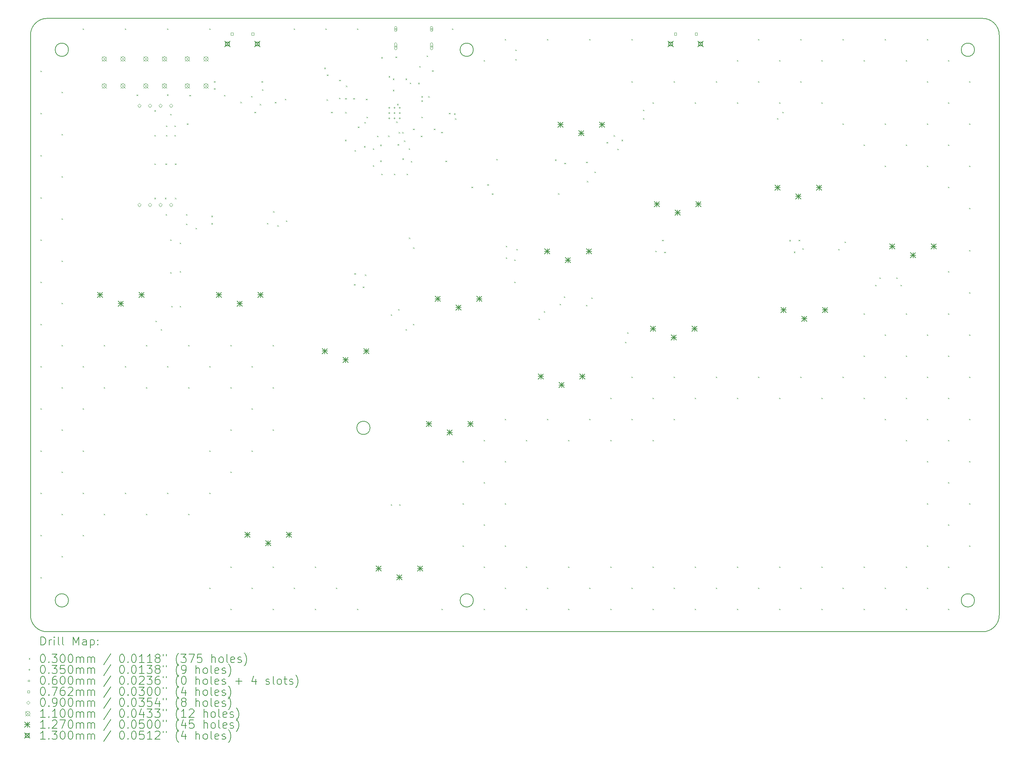
<source format=gbr>
%TF.GenerationSoftware,KiCad,Pcbnew,7.0.9*%
%TF.CreationDate,2023-12-23T20:10:08+09:00*%
%TF.ProjectId,ergoSHIFT-rev2-kicad,6572676f-5348-4494-9654-2d726576322d,rev?*%
%TF.SameCoordinates,Original*%
%TF.FileFunction,Drillmap*%
%TF.FilePolarity,Positive*%
%FSLAX45Y45*%
G04 Gerber Fmt 4.5, Leading zero omitted, Abs format (unit mm)*
G04 Created by KiCad (PCBNEW 7.0.9) date 2023-12-23 20:10:08*
%MOMM*%
%LPD*%
G01*
G04 APERTURE LIST*
%ADD10C,0.200000*%
%ADD11C,0.100000*%
%ADD12C,0.110000*%
%ADD13C,0.127000*%
%ADD14C,0.130000*%
G04 APERTURE END LIST*
D10*
X5400000Y-5000000D02*
G75*
G03*
X5000000Y-5400000I0J-400000D01*
G01*
X28317000Y-5400000D02*
X28317000Y-19367000D01*
X5000000Y-19367000D02*
G75*
G03*
X5400000Y-19767000I400000J0D01*
G01*
X13174000Y-14858000D02*
G75*
G03*
X13174000Y-14858000I-160000J0D01*
G01*
X5915000Y-5755000D02*
G75*
G03*
X5915000Y-5755000I-160000J0D01*
G01*
X15660000Y-19012000D02*
G75*
G03*
X15660000Y-19012000I-160000J0D01*
G01*
X28317000Y-5400000D02*
G75*
G03*
X27917000Y-5000000I-400000J0D01*
G01*
X27722000Y-5755000D02*
G75*
G03*
X27722000Y-5755000I-160000J0D01*
G01*
X27917000Y-19767000D02*
G75*
G03*
X28317000Y-19367000I0J400000D01*
G01*
X27722000Y-19012000D02*
G75*
G03*
X27722000Y-19012000I-160000J0D01*
G01*
X5400000Y-19767000D02*
X27917000Y-19767000D01*
X15660000Y-5755000D02*
G75*
G03*
X15660000Y-5755000I-160000J0D01*
G01*
X5000000Y-5400000D02*
X5000000Y-19367000D01*
X5400000Y-5000000D02*
X27917000Y-5000000D01*
X5915000Y-19012000D02*
G75*
G03*
X5915000Y-19012000I-160000J0D01*
G01*
D11*
X5239000Y-6255000D02*
X5269000Y-6285000D01*
X5269000Y-6255000D02*
X5239000Y-6285000D01*
X5239000Y-7271000D02*
X5269000Y-7301000D01*
X5269000Y-7271000D02*
X5239000Y-7301000D01*
X5239000Y-8287000D02*
X5269000Y-8317000D01*
X5269000Y-8287000D02*
X5239000Y-8317000D01*
X5239000Y-9303000D02*
X5269000Y-9333000D01*
X5269000Y-9303000D02*
X5239000Y-9333000D01*
X5239000Y-10319000D02*
X5269000Y-10349000D01*
X5269000Y-10319000D02*
X5239000Y-10349000D01*
X5239000Y-11335000D02*
X5269000Y-11365000D01*
X5269000Y-11335000D02*
X5239000Y-11365000D01*
X5239000Y-12351000D02*
X5269000Y-12381000D01*
X5269000Y-12351000D02*
X5239000Y-12381000D01*
X5239000Y-13367000D02*
X5269000Y-13397000D01*
X5269000Y-13367000D02*
X5239000Y-13397000D01*
X5239000Y-14383000D02*
X5269000Y-14413000D01*
X5269000Y-14383000D02*
X5239000Y-14413000D01*
X5239000Y-15399000D02*
X5269000Y-15429000D01*
X5269000Y-15399000D02*
X5239000Y-15429000D01*
X5239000Y-16415000D02*
X5269000Y-16445000D01*
X5269000Y-16415000D02*
X5239000Y-16445000D01*
X5239000Y-17431000D02*
X5269000Y-17461000D01*
X5269000Y-17431000D02*
X5239000Y-17461000D01*
X5239000Y-18447000D02*
X5269000Y-18477000D01*
X5269000Y-18447000D02*
X5239000Y-18477000D01*
X5747000Y-6763000D02*
X5777000Y-6793000D01*
X5777000Y-6763000D02*
X5747000Y-6793000D01*
X5747000Y-7779000D02*
X5777000Y-7809000D01*
X5777000Y-7779000D02*
X5747000Y-7809000D01*
X5747000Y-8795000D02*
X5777000Y-8825000D01*
X5777000Y-8795000D02*
X5747000Y-8825000D01*
X5747000Y-9811000D02*
X5777000Y-9841000D01*
X5777000Y-9811000D02*
X5747000Y-9841000D01*
X5747000Y-10827000D02*
X5777000Y-10857000D01*
X5777000Y-10827000D02*
X5747000Y-10857000D01*
X5747000Y-11843000D02*
X5777000Y-11873000D01*
X5777000Y-11843000D02*
X5747000Y-11873000D01*
X5747000Y-12859000D02*
X5777000Y-12889000D01*
X5777000Y-12859000D02*
X5747000Y-12889000D01*
X5747000Y-13875000D02*
X5777000Y-13905000D01*
X5777000Y-13875000D02*
X5747000Y-13905000D01*
X5747000Y-14891000D02*
X5777000Y-14921000D01*
X5777000Y-14891000D02*
X5747000Y-14921000D01*
X5747000Y-15907000D02*
X5777000Y-15937000D01*
X5777000Y-15907000D02*
X5747000Y-15937000D01*
X5747000Y-16923000D02*
X5777000Y-16953000D01*
X5777000Y-16923000D02*
X5747000Y-16953000D01*
X5747000Y-17939000D02*
X5777000Y-17969000D01*
X5777000Y-17939000D02*
X5747000Y-17969000D01*
X6255000Y-5239000D02*
X6285000Y-5269000D01*
X6285000Y-5239000D02*
X6255000Y-5269000D01*
X6255000Y-13367000D02*
X6285000Y-13397000D01*
X6285000Y-13367000D02*
X6255000Y-13397000D01*
X6255000Y-14383000D02*
X6285000Y-14413000D01*
X6285000Y-14383000D02*
X6255000Y-14413000D01*
X6255000Y-15399000D02*
X6285000Y-15429000D01*
X6285000Y-15399000D02*
X6255000Y-15429000D01*
X6255000Y-16415000D02*
X6285000Y-16445000D01*
X6285000Y-16415000D02*
X6255000Y-16445000D01*
X6255000Y-17431000D02*
X6285000Y-17461000D01*
X6285000Y-17431000D02*
X6255000Y-17461000D01*
X6763000Y-12859000D02*
X6793000Y-12889000D01*
X6793000Y-12859000D02*
X6763000Y-12889000D01*
X6763000Y-13875000D02*
X6793000Y-13905000D01*
X6793000Y-13875000D02*
X6763000Y-13905000D01*
X6763000Y-16923000D02*
X6793000Y-16953000D01*
X6793000Y-16923000D02*
X6763000Y-16953000D01*
X7271000Y-5239000D02*
X7301000Y-5269000D01*
X7301000Y-5239000D02*
X7271000Y-5269000D01*
X7271000Y-13367000D02*
X7301000Y-13397000D01*
X7301000Y-13367000D02*
X7271000Y-13397000D01*
X7271000Y-16415000D02*
X7301000Y-16445000D01*
X7301000Y-16415000D02*
X7271000Y-16445000D01*
X7555480Y-6834120D02*
X7585480Y-6864120D01*
X7585480Y-6834120D02*
X7555480Y-6864120D01*
X7779000Y-12859000D02*
X7809000Y-12889000D01*
X7809000Y-12859000D02*
X7779000Y-12889000D01*
X7779000Y-13875000D02*
X7809000Y-13905000D01*
X7809000Y-13875000D02*
X7779000Y-13905000D01*
X7779000Y-16923000D02*
X7809000Y-16953000D01*
X7809000Y-16923000D02*
X7779000Y-16953000D01*
X7982200Y-7207500D02*
X8012200Y-7237500D01*
X8012200Y-7207500D02*
X7982200Y-7237500D01*
X7982200Y-7804400D02*
X8012200Y-7834400D01*
X8012200Y-7804400D02*
X7982200Y-7834400D01*
X7982200Y-8490200D02*
X8012200Y-8520200D01*
X8012200Y-8490200D02*
X7982200Y-8520200D01*
X7982200Y-9315700D02*
X8012200Y-9345700D01*
X8012200Y-9315700D02*
X7982200Y-9345700D01*
X8007600Y-12274800D02*
X8037600Y-12304800D01*
X8037600Y-12274800D02*
X8007600Y-12304800D01*
X8134600Y-12478000D02*
X8164600Y-12508000D01*
X8164600Y-12478000D02*
X8134600Y-12508000D01*
X8236200Y-9315700D02*
X8266200Y-9345700D01*
X8266200Y-9315700D02*
X8236200Y-9345700D01*
X8248900Y-8490200D02*
X8278900Y-8520200D01*
X8278900Y-8490200D02*
X8248900Y-8520200D01*
X8251440Y-9709400D02*
X8281440Y-9739400D01*
X8281440Y-9709400D02*
X8251440Y-9739400D01*
X8261600Y-7575800D02*
X8291600Y-7605800D01*
X8291600Y-7575800D02*
X8261600Y-7605800D01*
X8261600Y-7804400D02*
X8291600Y-7834400D01*
X8291600Y-7804400D02*
X8261600Y-7834400D01*
X8287000Y-5239000D02*
X8317000Y-5269000D01*
X8317000Y-5239000D02*
X8287000Y-5269000D01*
X8287000Y-6829040D02*
X8317000Y-6859040D01*
X8317000Y-6829040D02*
X8287000Y-6859040D01*
X8287000Y-13367000D02*
X8317000Y-13397000D01*
X8317000Y-13367000D02*
X8287000Y-13397000D01*
X8287000Y-16415000D02*
X8317000Y-16445000D01*
X8317000Y-16415000D02*
X8287000Y-16445000D01*
X8363200Y-7296400D02*
X8393200Y-7326400D01*
X8393200Y-7296400D02*
X8363200Y-7326400D01*
X8363200Y-10319000D02*
X8393200Y-10349000D01*
X8393200Y-10319000D02*
X8363200Y-10349000D01*
X8363200Y-11106400D02*
X8393200Y-11136400D01*
X8393200Y-11106400D02*
X8363200Y-11136400D01*
X8388600Y-11919200D02*
X8418600Y-11949200D01*
X8418600Y-11919200D02*
X8388600Y-11949200D01*
X8464800Y-7575800D02*
X8494800Y-7605800D01*
X8494800Y-7575800D02*
X8464800Y-7605800D01*
X8464800Y-7804400D02*
X8494800Y-7834400D01*
X8494800Y-7804400D02*
X8464800Y-7834400D01*
X8474960Y-8490200D02*
X8504960Y-8520200D01*
X8504960Y-8490200D02*
X8474960Y-8520200D01*
X8477500Y-9315700D02*
X8507500Y-9345700D01*
X8507500Y-9315700D02*
X8477500Y-9345700D01*
X8591800Y-10395200D02*
X8621800Y-10425200D01*
X8621800Y-10395200D02*
X8591800Y-10425200D01*
X8591800Y-11081000D02*
X8621800Y-11111000D01*
X8621800Y-11081000D02*
X8591800Y-11111000D01*
X8591800Y-11919200D02*
X8621800Y-11949200D01*
X8621800Y-11919200D02*
X8591800Y-11949200D01*
X8744200Y-9709400D02*
X8774200Y-9739400D01*
X8774200Y-9709400D02*
X8744200Y-9739400D01*
X8744200Y-9938000D02*
X8774200Y-9968000D01*
X8774200Y-9938000D02*
X8744200Y-9968000D01*
X8764520Y-7525000D02*
X8794520Y-7555000D01*
X8794520Y-7525000D02*
X8764520Y-7555000D01*
X8795000Y-12859000D02*
X8825000Y-12889000D01*
X8825000Y-12859000D02*
X8795000Y-12889000D01*
X8795000Y-13875000D02*
X8825000Y-13905000D01*
X8825000Y-13875000D02*
X8795000Y-13905000D01*
X8795000Y-16923000D02*
X8825000Y-16953000D01*
X8825000Y-16923000D02*
X8795000Y-16953000D01*
X8825480Y-6839200D02*
X8855480Y-6869200D01*
X8855480Y-6839200D02*
X8825480Y-6869200D01*
X8972800Y-10039600D02*
X9002800Y-10069600D01*
X9002800Y-10039600D02*
X8972800Y-10069600D01*
X9303000Y-5239000D02*
X9333000Y-5269000D01*
X9333000Y-5239000D02*
X9303000Y-5269000D01*
X9303000Y-13367000D02*
X9333000Y-13397000D01*
X9333000Y-13367000D02*
X9303000Y-13397000D01*
X9303000Y-15399000D02*
X9333000Y-15429000D01*
X9333000Y-15399000D02*
X9303000Y-15429000D01*
X9303000Y-16415000D02*
X9333000Y-16445000D01*
X9333000Y-16415000D02*
X9303000Y-16445000D01*
X9303000Y-18701000D02*
X9333000Y-18731000D01*
X9333000Y-18701000D02*
X9303000Y-18731000D01*
X9353800Y-9747500D02*
X9383800Y-9777500D01*
X9383800Y-9747500D02*
X9353800Y-9777500D01*
X9353800Y-9925300D02*
X9383800Y-9955300D01*
X9383800Y-9925300D02*
X9353800Y-9955300D01*
X9414760Y-6509000D02*
X9444760Y-6539000D01*
X9444760Y-6509000D02*
X9414760Y-6539000D01*
X9414760Y-6681720D02*
X9444760Y-6711720D01*
X9444760Y-6681720D02*
X9414760Y-6711720D01*
X9658600Y-6839200D02*
X9688600Y-6869200D01*
X9688600Y-6839200D02*
X9658600Y-6869200D01*
X9811000Y-12859000D02*
X9841000Y-12889000D01*
X9841000Y-12859000D02*
X9811000Y-12889000D01*
X9811000Y-13875000D02*
X9841000Y-13905000D01*
X9841000Y-13875000D02*
X9811000Y-13905000D01*
X9811000Y-14891000D02*
X9841000Y-14921000D01*
X9841000Y-14891000D02*
X9811000Y-14921000D01*
X9811000Y-15907000D02*
X9841000Y-15937000D01*
X9841000Y-15907000D02*
X9811000Y-15937000D01*
X9811000Y-18193000D02*
X9841000Y-18223000D01*
X9841000Y-18193000D02*
X9811000Y-18223000D01*
X9811000Y-19209000D02*
X9841000Y-19239000D01*
X9841000Y-19209000D02*
X9811000Y-19239000D01*
X10049760Y-7006840D02*
X10079760Y-7036840D01*
X10079760Y-7006840D02*
X10049760Y-7036840D01*
X10308840Y-6864600D02*
X10338840Y-6894600D01*
X10338840Y-6864600D02*
X10308840Y-6894600D01*
X10319000Y-13367000D02*
X10349000Y-13397000D01*
X10349000Y-13367000D02*
X10319000Y-13397000D01*
X10319000Y-14383000D02*
X10349000Y-14413000D01*
X10349000Y-14383000D02*
X10319000Y-14413000D01*
X10319000Y-15399000D02*
X10349000Y-15429000D01*
X10349000Y-15399000D02*
X10319000Y-15429000D01*
X10319000Y-18701000D02*
X10349000Y-18731000D01*
X10349000Y-18701000D02*
X10319000Y-18731000D01*
X10390120Y-7245600D02*
X10420120Y-7275600D01*
X10420120Y-7245600D02*
X10390120Y-7275600D01*
X10517120Y-7057640D02*
X10547120Y-7087640D01*
X10547120Y-7057640D02*
X10517120Y-7087640D01*
X10557760Y-6509000D02*
X10587760Y-6539000D01*
X10587760Y-6509000D02*
X10557760Y-6539000D01*
X10573000Y-6707120D02*
X10603000Y-6737120D01*
X10603000Y-6707120D02*
X10573000Y-6737120D01*
X10689840Y-9922760D02*
X10719840Y-9952760D01*
X10719840Y-9922760D02*
X10689840Y-9952760D01*
X10827000Y-12859000D02*
X10857000Y-12889000D01*
X10857000Y-12859000D02*
X10827000Y-12889000D01*
X10827000Y-13875000D02*
X10857000Y-13905000D01*
X10857000Y-13875000D02*
X10827000Y-13905000D01*
X10827000Y-14891000D02*
X10857000Y-14921000D01*
X10857000Y-14891000D02*
X10827000Y-14921000D01*
X10827000Y-18193000D02*
X10857000Y-18223000D01*
X10857000Y-18193000D02*
X10827000Y-18223000D01*
X10827000Y-19209000D02*
X10857000Y-19239000D01*
X10857000Y-19209000D02*
X10827000Y-19239000D01*
X10837160Y-9638280D02*
X10867160Y-9668280D01*
X10867160Y-9638280D02*
X10837160Y-9668280D01*
X10882880Y-7011920D02*
X10912880Y-7041920D01*
X10912880Y-7011920D02*
X10882880Y-7041920D01*
X10938760Y-9978640D02*
X10968760Y-10008640D01*
X10968760Y-9978640D02*
X10938760Y-10008640D01*
X11121640Y-6935720D02*
X11151640Y-6965720D01*
X11151640Y-6935720D02*
X11121640Y-6965720D01*
X11147040Y-9861800D02*
X11177040Y-9891800D01*
X11177040Y-9861800D02*
X11147040Y-9891800D01*
X11335000Y-5239000D02*
X11365000Y-5269000D01*
X11365000Y-5239000D02*
X11335000Y-5269000D01*
X11335000Y-18701000D02*
X11365000Y-18731000D01*
X11365000Y-18701000D02*
X11335000Y-18731000D01*
X11843000Y-18193000D02*
X11873000Y-18223000D01*
X11873000Y-18193000D02*
X11843000Y-18223000D01*
X11843000Y-19209000D02*
X11873000Y-19239000D01*
X11873000Y-19209000D02*
X11843000Y-19239000D01*
X12071200Y-6185500D02*
X12101200Y-6215500D01*
X12101200Y-6185500D02*
X12071200Y-6215500D01*
X12097000Y-5239000D02*
X12127000Y-5269000D01*
X12127000Y-5239000D02*
X12097000Y-5269000D01*
X12127480Y-6945880D02*
X12157480Y-6975880D01*
X12157480Y-6945880D02*
X12127480Y-6975880D01*
X12134700Y-6350600D02*
X12164700Y-6380600D01*
X12164700Y-6350600D02*
X12134700Y-6380600D01*
X12234160Y-7245600D02*
X12264160Y-7275600D01*
X12264160Y-7245600D02*
X12234160Y-7275600D01*
X12351000Y-18701000D02*
X12381000Y-18731000D01*
X12381000Y-18701000D02*
X12351000Y-18731000D01*
X12427200Y-6910320D02*
X12457200Y-6940320D01*
X12457200Y-6910320D02*
X12427200Y-6940320D01*
X12432280Y-6477600D02*
X12462280Y-6507600D01*
X12462280Y-6477600D02*
X12432280Y-6507600D01*
X12569440Y-7921240D02*
X12599440Y-7951240D01*
X12599440Y-7921240D02*
X12569440Y-7951240D01*
X12574520Y-6915400D02*
X12604520Y-6945400D01*
X12604520Y-6915400D02*
X12574520Y-6945400D01*
X12574520Y-7250680D02*
X12604520Y-7280680D01*
X12604520Y-7250680D02*
X12574520Y-7280680D01*
X12589760Y-6615680D02*
X12619760Y-6645680D01*
X12619760Y-6615680D02*
X12589760Y-6645680D01*
X12767560Y-6915400D02*
X12797560Y-6945400D01*
X12797560Y-6915400D02*
X12767560Y-6945400D01*
X12787880Y-11395960D02*
X12817880Y-11425960D01*
X12817880Y-11395960D02*
X12787880Y-11425960D01*
X12792960Y-11131800D02*
X12822960Y-11161800D01*
X12822960Y-11131800D02*
X12792960Y-11161800D01*
X12798040Y-8170160D02*
X12828040Y-8200160D01*
X12828040Y-8170160D02*
X12798040Y-8200160D01*
X12859000Y-5239000D02*
X12889000Y-5269000D01*
X12889000Y-5239000D02*
X12859000Y-5269000D01*
X12859000Y-19209000D02*
X12889000Y-19239000D01*
X12889000Y-19209000D02*
X12859000Y-19239000D01*
X12879320Y-7601200D02*
X12909320Y-7631200D01*
X12909320Y-7601200D02*
X12879320Y-7631200D01*
X12996160Y-11456920D02*
X13026160Y-11486920D01*
X13026160Y-11456920D02*
X12996160Y-11486920D01*
X13026640Y-8073640D02*
X13056640Y-8103640D01*
X13056640Y-8073640D02*
X13026640Y-8103640D01*
X13036800Y-7494520D02*
X13066800Y-7524520D01*
X13066800Y-7494520D02*
X13036800Y-7524520D01*
X13046960Y-11162280D02*
X13076960Y-11192280D01*
X13076960Y-11162280D02*
X13046960Y-11192280D01*
X13074500Y-6934800D02*
X13104500Y-6964800D01*
X13104500Y-6934800D02*
X13074500Y-6964800D01*
X13087200Y-7366600D02*
X13117200Y-7396600D01*
X13117200Y-7366600D02*
X13087200Y-7396600D01*
X13239600Y-8128600D02*
X13269600Y-8158600D01*
X13269600Y-8128600D02*
X13239600Y-8158600D01*
X13239600Y-8535000D02*
X13269600Y-8565000D01*
X13269600Y-8535000D02*
X13239600Y-8565000D01*
X13341200Y-7823800D02*
X13371200Y-7853800D01*
X13371200Y-7823800D02*
X13341200Y-7853800D01*
X13417400Y-8039700D02*
X13447400Y-8069700D01*
X13447400Y-8039700D02*
X13417400Y-8069700D01*
X13417400Y-8420700D02*
X13447400Y-8450700D01*
X13447400Y-8420700D02*
X13417400Y-8450700D01*
X13442800Y-5931500D02*
X13472800Y-5961500D01*
X13472800Y-5931500D02*
X13442800Y-5961500D01*
X13442800Y-8738200D02*
X13472800Y-8768200D01*
X13472800Y-8738200D02*
X13442800Y-8768200D01*
X13605360Y-7818720D02*
X13635360Y-7848720D01*
X13635360Y-7818720D02*
X13605360Y-7848720D01*
X13620600Y-6386160D02*
X13650600Y-6416160D01*
X13650600Y-6386160D02*
X13620600Y-6416160D01*
X13671800Y-12122400D02*
X13701800Y-12152400D01*
X13701800Y-12122400D02*
X13671800Y-12152400D01*
X13671800Y-16694400D02*
X13701800Y-16724400D01*
X13701800Y-16694400D02*
X13671800Y-16724400D01*
X13722200Y-6447120D02*
X13752200Y-6477120D01*
X13752200Y-6447120D02*
X13722200Y-6477120D01*
X13722200Y-6718900D02*
X13752200Y-6748900D01*
X13752200Y-6718900D02*
X13722200Y-6748900D01*
X13747600Y-8738200D02*
X13777600Y-8768200D01*
X13777600Y-8738200D02*
X13747600Y-8768200D01*
X13785700Y-5918800D02*
X13815700Y-5948800D01*
X13815700Y-5918800D02*
X13785700Y-5948800D01*
X13803480Y-7478360D02*
X13833480Y-7508360D01*
X13833480Y-7478360D02*
X13803480Y-7508360D01*
X13823800Y-7054550D02*
X13853800Y-7084550D01*
X13853800Y-7054550D02*
X13823800Y-7084550D01*
X13836500Y-8027000D02*
X13866500Y-8057000D01*
X13866500Y-8027000D02*
X13836500Y-8057000D01*
X13849600Y-11995400D02*
X13879600Y-12025400D01*
X13879600Y-11995400D02*
X13849600Y-12025400D01*
X13861900Y-7734900D02*
X13891900Y-7764900D01*
X13891900Y-7734900D02*
X13861900Y-7764900D01*
X13875000Y-16694400D02*
X13905000Y-16724400D01*
X13905000Y-16694400D02*
X13875000Y-16724400D01*
X13946120Y-7733280D02*
X13976120Y-7763280D01*
X13976120Y-7733280D02*
X13946120Y-7763280D01*
X13950800Y-8369900D02*
X13980800Y-8399900D01*
X13980800Y-8369900D02*
X13950800Y-8399900D01*
X13988900Y-7938100D02*
X14018900Y-7968100D01*
X14018900Y-7938100D02*
X13988900Y-7968100D01*
X14027000Y-6447120D02*
X14057000Y-6477120D01*
X14057000Y-6447120D02*
X14027000Y-6477120D01*
X14027400Y-12478000D02*
X14057400Y-12508000D01*
X14057400Y-12478000D02*
X14027400Y-12508000D01*
X14052400Y-8738200D02*
X14082400Y-8768200D01*
X14082400Y-8738200D02*
X14052400Y-8768200D01*
X14103200Y-8128600D02*
X14133200Y-8158600D01*
X14133200Y-8128600D02*
X14103200Y-8158600D01*
X14108680Y-10273280D02*
X14138680Y-10303280D01*
X14138680Y-10273280D02*
X14108680Y-10303280D01*
X14128600Y-6543640D02*
X14158600Y-6573640D01*
X14158600Y-6543640D02*
X14128600Y-6573640D01*
X14154000Y-8433400D02*
X14184000Y-8463400D01*
X14184000Y-8433400D02*
X14154000Y-8463400D01*
X14205200Y-12351000D02*
X14235200Y-12381000D01*
X14235200Y-12351000D02*
X14205200Y-12381000D01*
X14210280Y-7652000D02*
X14240280Y-7682000D01*
X14240280Y-7652000D02*
X14210280Y-7682000D01*
X14210280Y-10512040D02*
X14240280Y-10542040D01*
X14240280Y-10512040D02*
X14210280Y-10542040D01*
X14332200Y-6547100D02*
X14362200Y-6577100D01*
X14362200Y-6547100D02*
X14332200Y-6577100D01*
X14357600Y-6147400D02*
X14387600Y-6177400D01*
X14387600Y-6147400D02*
X14357600Y-6177400D01*
X14393160Y-7824720D02*
X14423160Y-7854720D01*
X14423160Y-7824720D02*
X14393160Y-7854720D01*
X14408000Y-6871300D02*
X14438000Y-6901300D01*
X14438000Y-6871300D02*
X14408000Y-6901300D01*
X14408000Y-6972900D02*
X14438000Y-7002900D01*
X14438000Y-6972900D02*
X14408000Y-7002900D01*
X14408000Y-7366600D02*
X14438000Y-7396600D01*
X14438000Y-7366600D02*
X14408000Y-7396600D01*
X14535400Y-5893400D02*
X14565400Y-5923400D01*
X14565400Y-5893400D02*
X14535400Y-5923400D01*
X14573100Y-6871300D02*
X14603100Y-6901300D01*
X14603100Y-6871300D02*
X14573100Y-6901300D01*
X14667080Y-6249000D02*
X14697080Y-6279000D01*
X14697080Y-6249000D02*
X14667080Y-6279000D01*
X14708120Y-7652000D02*
X14738120Y-7682000D01*
X14738120Y-7652000D02*
X14708120Y-7682000D01*
X14885920Y-7728200D02*
X14915920Y-7758200D01*
X14915920Y-7728200D02*
X14885920Y-7758200D01*
X14891000Y-19209000D02*
X14921000Y-19239000D01*
X14921000Y-19209000D02*
X14891000Y-19239000D01*
X14987520Y-8424160D02*
X15017520Y-8454160D01*
X15017520Y-8424160D02*
X14987520Y-8454160D01*
X15073880Y-7271000D02*
X15103880Y-7301000D01*
X15103880Y-7271000D02*
X15073880Y-7301000D01*
X15145000Y-5239000D02*
X15175000Y-5269000D01*
X15175000Y-5239000D02*
X15145000Y-5269000D01*
X15195800Y-7286240D02*
X15225800Y-7316240D01*
X15225800Y-7286240D02*
X15195800Y-7316240D01*
X15216120Y-7403080D02*
X15246120Y-7433080D01*
X15246120Y-7403080D02*
X15216120Y-7433080D01*
X15399000Y-15653000D02*
X15429000Y-15683000D01*
X15429000Y-15653000D02*
X15399000Y-15683000D01*
X15399000Y-16669000D02*
X15429000Y-16699000D01*
X15429000Y-16669000D02*
X15399000Y-16699000D01*
X15399000Y-17685000D02*
X15429000Y-17715000D01*
X15429000Y-17685000D02*
X15399000Y-17715000D01*
X15612360Y-9049000D02*
X15642360Y-9079000D01*
X15642360Y-9049000D02*
X15612360Y-9079000D01*
X15907000Y-6001000D02*
X15937000Y-6031000D01*
X15937000Y-6001000D02*
X15907000Y-6031000D01*
X15907000Y-15145000D02*
X15937000Y-15175000D01*
X15937000Y-15145000D02*
X15907000Y-15175000D01*
X15907000Y-16161000D02*
X15937000Y-16191000D01*
X15937000Y-16161000D02*
X15907000Y-16191000D01*
X15907000Y-17177000D02*
X15937000Y-17207000D01*
X15937000Y-17177000D02*
X15907000Y-17207000D01*
X15907000Y-18193000D02*
X15937000Y-18223000D01*
X15937000Y-18193000D02*
X15907000Y-18223000D01*
X15907000Y-19209000D02*
X15937000Y-19239000D01*
X15937000Y-19209000D02*
X15907000Y-19239000D01*
X15993360Y-8993120D02*
X16023360Y-9023120D01*
X16023360Y-8993120D02*
X15993360Y-9023120D01*
X16105120Y-9211560D02*
X16135120Y-9241560D01*
X16135120Y-9211560D02*
X16105120Y-9241560D01*
X16211800Y-8383520D02*
X16241800Y-8413520D01*
X16241800Y-8383520D02*
X16211800Y-8413520D01*
X16415000Y-5493000D02*
X16445000Y-5523000D01*
X16445000Y-5493000D02*
X16415000Y-5523000D01*
X16415000Y-14637000D02*
X16445000Y-14667000D01*
X16445000Y-14637000D02*
X16415000Y-14667000D01*
X16415000Y-15653000D02*
X16445000Y-15683000D01*
X16445000Y-15653000D02*
X16415000Y-15683000D01*
X16415000Y-16669000D02*
X16445000Y-16699000D01*
X16445000Y-16669000D02*
X16415000Y-16699000D01*
X16415000Y-17685000D02*
X16445000Y-17715000D01*
X16445000Y-17685000D02*
X16415000Y-17715000D01*
X16415000Y-18701000D02*
X16445000Y-18731000D01*
X16445000Y-18701000D02*
X16415000Y-18731000D01*
X16440400Y-10471400D02*
X16470400Y-10501400D01*
X16470400Y-10471400D02*
X16440400Y-10501400D01*
X16440400Y-10750800D02*
X16470400Y-10780800D01*
X16470400Y-10750800D02*
X16440400Y-10780800D01*
X16643600Y-10801600D02*
X16673600Y-10831600D01*
X16673600Y-10801600D02*
X16643600Y-10831600D01*
X16643600Y-11335000D02*
X16673600Y-11365000D01*
X16673600Y-11335000D02*
X16643600Y-11365000D01*
X16669000Y-5747000D02*
X16699000Y-5777000D01*
X16699000Y-5747000D02*
X16669000Y-5777000D01*
X16669000Y-5975600D02*
X16699000Y-6005600D01*
X16699000Y-5975600D02*
X16669000Y-6005600D01*
X16694400Y-10547600D02*
X16724400Y-10577600D01*
X16724400Y-10547600D02*
X16694400Y-10577600D01*
X16923000Y-15145000D02*
X16953000Y-15175000D01*
X16953000Y-15145000D02*
X16923000Y-15175000D01*
X16923000Y-18193000D02*
X16953000Y-18223000D01*
X16953000Y-18193000D02*
X16923000Y-18223000D01*
X16923000Y-19209000D02*
X16953000Y-19239000D01*
X16953000Y-19209000D02*
X16923000Y-19239000D01*
X17227800Y-12224000D02*
X17257800Y-12254000D01*
X17257800Y-12224000D02*
X17227800Y-12254000D01*
X17354800Y-12046200D02*
X17384800Y-12076200D01*
X17384800Y-12046200D02*
X17354800Y-12076200D01*
X17431000Y-5493000D02*
X17461000Y-5523000D01*
X17461000Y-5493000D02*
X17431000Y-5523000D01*
X17431000Y-14637000D02*
X17461000Y-14667000D01*
X17461000Y-14637000D02*
X17431000Y-14667000D01*
X17431000Y-18701000D02*
X17461000Y-18731000D01*
X17461000Y-18701000D02*
X17431000Y-18731000D01*
X17624040Y-8393680D02*
X17654040Y-8423680D01*
X17654040Y-8393680D02*
X17624040Y-8423680D01*
X17695160Y-9206480D02*
X17725160Y-9236480D01*
X17725160Y-9206480D02*
X17695160Y-9236480D01*
X17735800Y-11868400D02*
X17765800Y-11898400D01*
X17765800Y-11868400D02*
X17735800Y-11898400D01*
X17837400Y-11690600D02*
X17867400Y-11720600D01*
X17867400Y-11690600D02*
X17837400Y-11720600D01*
X17847560Y-8474960D02*
X17877560Y-8504960D01*
X17877560Y-8474960D02*
X17847560Y-8504960D01*
X17939000Y-15145000D02*
X17969000Y-15175000D01*
X17969000Y-15145000D02*
X17939000Y-15175000D01*
X17939000Y-18193000D02*
X17969000Y-18223000D01*
X17969000Y-18193000D02*
X17939000Y-18223000D01*
X17939000Y-19209000D02*
X17969000Y-19239000D01*
X17969000Y-19209000D02*
X17939000Y-19239000D01*
X18370800Y-11893800D02*
X18400800Y-11923800D01*
X18400800Y-11893800D02*
X18370800Y-11923800D01*
X18375880Y-8449560D02*
X18405880Y-8479560D01*
X18405880Y-8449560D02*
X18375880Y-8479560D01*
X18391120Y-8911840D02*
X18421120Y-8941840D01*
X18421120Y-8911840D02*
X18391120Y-8941840D01*
X18447000Y-5493000D02*
X18477000Y-5523000D01*
X18477000Y-5493000D02*
X18447000Y-5523000D01*
X18447000Y-14637000D02*
X18477000Y-14667000D01*
X18477000Y-14637000D02*
X18447000Y-14667000D01*
X18447000Y-18701000D02*
X18477000Y-18731000D01*
X18477000Y-18701000D02*
X18447000Y-18731000D01*
X18497800Y-11716000D02*
X18527800Y-11746000D01*
X18527800Y-11716000D02*
X18497800Y-11746000D01*
X18574000Y-8688320D02*
X18604000Y-8718320D01*
X18604000Y-8688320D02*
X18574000Y-8718320D01*
X18863560Y-7977120D02*
X18893560Y-8007120D01*
X18893560Y-7977120D02*
X18863560Y-8007120D01*
X18955000Y-14129000D02*
X18985000Y-14159000D01*
X18985000Y-14129000D02*
X18955000Y-14159000D01*
X18955000Y-15145000D02*
X18985000Y-15175000D01*
X18985000Y-15145000D02*
X18955000Y-15175000D01*
X18955000Y-18193000D02*
X18985000Y-18223000D01*
X18985000Y-18193000D02*
X18955000Y-18223000D01*
X18955000Y-19209000D02*
X18985000Y-19239000D01*
X18985000Y-19209000D02*
X18955000Y-19239000D01*
X19036280Y-7809480D02*
X19066280Y-7839480D01*
X19066280Y-7809480D02*
X19036280Y-7839480D01*
X19122640Y-8134600D02*
X19152640Y-8164600D01*
X19152640Y-8134600D02*
X19122640Y-8164600D01*
X19224240Y-7921240D02*
X19254240Y-7951240D01*
X19254240Y-7921240D02*
X19224240Y-7951240D01*
X19310600Y-12782800D02*
X19340600Y-12812800D01*
X19340600Y-12782800D02*
X19310600Y-12812800D01*
X19361400Y-12554200D02*
X19391400Y-12584200D01*
X19391400Y-12554200D02*
X19361400Y-12584200D01*
X19463000Y-5493000D02*
X19493000Y-5523000D01*
X19493000Y-5493000D02*
X19463000Y-5523000D01*
X19463000Y-6509000D02*
X19493000Y-6539000D01*
X19493000Y-6509000D02*
X19463000Y-6539000D01*
X19463000Y-13621000D02*
X19493000Y-13651000D01*
X19493000Y-13621000D02*
X19463000Y-13651000D01*
X19463000Y-14637000D02*
X19493000Y-14667000D01*
X19493000Y-14637000D02*
X19463000Y-14667000D01*
X19463000Y-18701000D02*
X19493000Y-18731000D01*
X19493000Y-18701000D02*
X19463000Y-18731000D01*
X19742400Y-7194800D02*
X19772400Y-7224800D01*
X19772400Y-7194800D02*
X19742400Y-7224800D01*
X19742400Y-7398000D02*
X19772400Y-7428000D01*
X19772400Y-7398000D02*
X19742400Y-7428000D01*
X19971000Y-7017000D02*
X20001000Y-7047000D01*
X20001000Y-7017000D02*
X19971000Y-7047000D01*
X19971000Y-14129000D02*
X20001000Y-14159000D01*
X20001000Y-14129000D02*
X19971000Y-14159000D01*
X19971000Y-15145000D02*
X20001000Y-15175000D01*
X20001000Y-15145000D02*
X19971000Y-15175000D01*
X19971000Y-18193000D02*
X20001000Y-18223000D01*
X20001000Y-18193000D02*
X19971000Y-18223000D01*
X19971000Y-19209000D02*
X20001000Y-19239000D01*
X20001000Y-19209000D02*
X19971000Y-19239000D01*
X20037040Y-10593320D02*
X20067040Y-10623320D01*
X20067040Y-10593320D02*
X20037040Y-10623320D01*
X20204680Y-10329160D02*
X20234680Y-10359160D01*
X20234680Y-10329160D02*
X20204680Y-10359160D01*
X20255480Y-10618720D02*
X20285480Y-10648720D01*
X20285480Y-10618720D02*
X20255480Y-10648720D01*
X20479000Y-6509000D02*
X20509000Y-6539000D01*
X20509000Y-6509000D02*
X20479000Y-6539000D01*
X20479000Y-13621000D02*
X20509000Y-13651000D01*
X20509000Y-13621000D02*
X20479000Y-13651000D01*
X20479000Y-14637000D02*
X20509000Y-14667000D01*
X20509000Y-14637000D02*
X20479000Y-14667000D01*
X20479000Y-18701000D02*
X20509000Y-18731000D01*
X20509000Y-18701000D02*
X20479000Y-18731000D01*
X20987000Y-7017000D02*
X21017000Y-7047000D01*
X21017000Y-7017000D02*
X20987000Y-7047000D01*
X20987000Y-14129000D02*
X21017000Y-14159000D01*
X21017000Y-14129000D02*
X20987000Y-14159000D01*
X20987000Y-18193000D02*
X21017000Y-18223000D01*
X21017000Y-18193000D02*
X20987000Y-18223000D01*
X20987000Y-19209000D02*
X21017000Y-19239000D01*
X21017000Y-19209000D02*
X20987000Y-19239000D01*
X21495000Y-6509000D02*
X21525000Y-6539000D01*
X21525000Y-6509000D02*
X21495000Y-6539000D01*
X21495000Y-13621000D02*
X21525000Y-13651000D01*
X21525000Y-13621000D02*
X21495000Y-13651000D01*
X21495000Y-18701000D02*
X21525000Y-18731000D01*
X21525000Y-18701000D02*
X21495000Y-18731000D01*
X22003000Y-6001000D02*
X22033000Y-6031000D01*
X22033000Y-6001000D02*
X22003000Y-6031000D01*
X22003000Y-7017000D02*
X22033000Y-7047000D01*
X22033000Y-7017000D02*
X22003000Y-7047000D01*
X22003000Y-14129000D02*
X22033000Y-14159000D01*
X22033000Y-14129000D02*
X22003000Y-14159000D01*
X22003000Y-18193000D02*
X22033000Y-18223000D01*
X22033000Y-18193000D02*
X22003000Y-18223000D01*
X22003000Y-19209000D02*
X22033000Y-19239000D01*
X22033000Y-19209000D02*
X22003000Y-19239000D01*
X22511000Y-5493000D02*
X22541000Y-5523000D01*
X22541000Y-5493000D02*
X22511000Y-5523000D01*
X22511000Y-6509000D02*
X22541000Y-6539000D01*
X22541000Y-6509000D02*
X22511000Y-6539000D01*
X22511000Y-13621000D02*
X22541000Y-13651000D01*
X22541000Y-13621000D02*
X22511000Y-13651000D01*
X22511000Y-18701000D02*
X22541000Y-18731000D01*
X22541000Y-18701000D02*
X22511000Y-18731000D01*
X22968200Y-7398000D02*
X22998200Y-7428000D01*
X22998200Y-7398000D02*
X22968200Y-7428000D01*
X23019000Y-6001000D02*
X23049000Y-6031000D01*
X23049000Y-6001000D02*
X23019000Y-6031000D01*
X23019000Y-7017000D02*
X23049000Y-7047000D01*
X23049000Y-7017000D02*
X23019000Y-7047000D01*
X23019000Y-14129000D02*
X23049000Y-14159000D01*
X23049000Y-14129000D02*
X23019000Y-14159000D01*
X23019000Y-18193000D02*
X23049000Y-18223000D01*
X23049000Y-18193000D02*
X23019000Y-18223000D01*
X23019000Y-19209000D02*
X23049000Y-19239000D01*
X23049000Y-19209000D02*
X23019000Y-19239000D01*
X23095200Y-7245600D02*
X23125200Y-7275600D01*
X23125200Y-7245600D02*
X23095200Y-7275600D01*
X23262840Y-10334240D02*
X23292840Y-10364240D01*
X23292840Y-10334240D02*
X23262840Y-10364240D01*
X23374600Y-10613640D02*
X23404600Y-10643640D01*
X23404600Y-10613640D02*
X23374600Y-10643640D01*
X23486360Y-10329160D02*
X23516360Y-10359160D01*
X23516360Y-10329160D02*
X23486360Y-10359160D01*
X23527000Y-5493000D02*
X23557000Y-5523000D01*
X23557000Y-5493000D02*
X23527000Y-5523000D01*
X23527000Y-6509000D02*
X23557000Y-6539000D01*
X23557000Y-6509000D02*
X23527000Y-6539000D01*
X23527000Y-13621000D02*
X23557000Y-13651000D01*
X23557000Y-13621000D02*
X23527000Y-13651000D01*
X23527000Y-18701000D02*
X23557000Y-18731000D01*
X23557000Y-18701000D02*
X23527000Y-18731000D01*
X23577800Y-10532360D02*
X23607800Y-10562360D01*
X23607800Y-10532360D02*
X23577800Y-10562360D01*
X24035000Y-6001000D02*
X24065000Y-6031000D01*
X24065000Y-6001000D02*
X24035000Y-6031000D01*
X24035000Y-7017000D02*
X24065000Y-7047000D01*
X24065000Y-7017000D02*
X24035000Y-7047000D01*
X24035000Y-14129000D02*
X24065000Y-14159000D01*
X24065000Y-14129000D02*
X24035000Y-14159000D01*
X24035000Y-18193000D02*
X24065000Y-18223000D01*
X24065000Y-18193000D02*
X24035000Y-18223000D01*
X24035000Y-19209000D02*
X24065000Y-19239000D01*
X24065000Y-19209000D02*
X24035000Y-19239000D01*
X24441400Y-10547600D02*
X24471400Y-10577600D01*
X24471400Y-10547600D02*
X24441400Y-10577600D01*
X24543000Y-5493000D02*
X24573000Y-5523000D01*
X24573000Y-5493000D02*
X24543000Y-5523000D01*
X24543000Y-7525000D02*
X24573000Y-7555000D01*
X24573000Y-7525000D02*
X24543000Y-7555000D01*
X24543000Y-13621000D02*
X24573000Y-13651000D01*
X24573000Y-13621000D02*
X24543000Y-13651000D01*
X24543000Y-18701000D02*
X24573000Y-18731000D01*
X24573000Y-18701000D02*
X24543000Y-18731000D01*
X24593800Y-10369800D02*
X24623800Y-10399800D01*
X24623800Y-10369800D02*
X24593800Y-10399800D01*
X25051000Y-6001000D02*
X25081000Y-6031000D01*
X25081000Y-6001000D02*
X25051000Y-6031000D01*
X25051000Y-8033000D02*
X25081000Y-8063000D01*
X25081000Y-8033000D02*
X25051000Y-8063000D01*
X25051000Y-12097000D02*
X25081000Y-12127000D01*
X25081000Y-12097000D02*
X25051000Y-12127000D01*
X25051000Y-13113000D02*
X25081000Y-13143000D01*
X25081000Y-13113000D02*
X25051000Y-13143000D01*
X25051000Y-14129000D02*
X25081000Y-14159000D01*
X25081000Y-14129000D02*
X25051000Y-14159000D01*
X25051000Y-18193000D02*
X25081000Y-18223000D01*
X25081000Y-18193000D02*
X25051000Y-18223000D01*
X25051000Y-19209000D02*
X25081000Y-19239000D01*
X25081000Y-19209000D02*
X25051000Y-19239000D01*
X25330400Y-11411200D02*
X25360400Y-11441200D01*
X25360400Y-11411200D02*
X25330400Y-11441200D01*
X25432000Y-11233400D02*
X25462000Y-11263400D01*
X25462000Y-11233400D02*
X25432000Y-11263400D01*
X25559000Y-5493000D02*
X25589000Y-5523000D01*
X25589000Y-5493000D02*
X25559000Y-5523000D01*
X25559000Y-7525000D02*
X25589000Y-7555000D01*
X25589000Y-7525000D02*
X25559000Y-7555000D01*
X25559000Y-8541000D02*
X25589000Y-8571000D01*
X25589000Y-8541000D02*
X25559000Y-8571000D01*
X25559000Y-12605000D02*
X25589000Y-12635000D01*
X25589000Y-12605000D02*
X25559000Y-12635000D01*
X25559000Y-13621000D02*
X25589000Y-13651000D01*
X25589000Y-13621000D02*
X25559000Y-13651000D01*
X25559000Y-14637000D02*
X25589000Y-14667000D01*
X25589000Y-14637000D02*
X25559000Y-14667000D01*
X25559000Y-18701000D02*
X25589000Y-18731000D01*
X25589000Y-18701000D02*
X25559000Y-18731000D01*
X25838400Y-11233400D02*
X25868400Y-11263400D01*
X25868400Y-11233400D02*
X25838400Y-11263400D01*
X25940000Y-11411200D02*
X25970000Y-11441200D01*
X25970000Y-11411200D02*
X25940000Y-11441200D01*
X26067000Y-6001000D02*
X26097000Y-6031000D01*
X26097000Y-6001000D02*
X26067000Y-6031000D01*
X26067000Y-8033000D02*
X26097000Y-8063000D01*
X26097000Y-8033000D02*
X26067000Y-8063000D01*
X26067000Y-12097000D02*
X26097000Y-12127000D01*
X26097000Y-12097000D02*
X26067000Y-12127000D01*
X26067000Y-13113000D02*
X26097000Y-13143000D01*
X26097000Y-13113000D02*
X26067000Y-13143000D01*
X26067000Y-14129000D02*
X26097000Y-14159000D01*
X26097000Y-14129000D02*
X26067000Y-14159000D01*
X26067000Y-15145000D02*
X26097000Y-15175000D01*
X26097000Y-15145000D02*
X26067000Y-15175000D01*
X26067000Y-18193000D02*
X26097000Y-18223000D01*
X26097000Y-18193000D02*
X26067000Y-18223000D01*
X26067000Y-19209000D02*
X26097000Y-19239000D01*
X26097000Y-19209000D02*
X26067000Y-19239000D01*
X26575000Y-5493000D02*
X26605000Y-5523000D01*
X26605000Y-5493000D02*
X26575000Y-5523000D01*
X26575000Y-6509000D02*
X26605000Y-6539000D01*
X26605000Y-6509000D02*
X26575000Y-6539000D01*
X26575000Y-7525000D02*
X26605000Y-7555000D01*
X26605000Y-7525000D02*
X26575000Y-7555000D01*
X26575000Y-8541000D02*
X26605000Y-8571000D01*
X26605000Y-8541000D02*
X26575000Y-8571000D01*
X26575000Y-12605000D02*
X26605000Y-12635000D01*
X26605000Y-12605000D02*
X26575000Y-12635000D01*
X26575000Y-13621000D02*
X26605000Y-13651000D01*
X26605000Y-13621000D02*
X26575000Y-13651000D01*
X26575000Y-14637000D02*
X26605000Y-14667000D01*
X26605000Y-14637000D02*
X26575000Y-14667000D01*
X26575000Y-15653000D02*
X26605000Y-15683000D01*
X26605000Y-15653000D02*
X26575000Y-15683000D01*
X26575000Y-16669000D02*
X26605000Y-16699000D01*
X26605000Y-16669000D02*
X26575000Y-16699000D01*
X26575000Y-17685000D02*
X26605000Y-17715000D01*
X26605000Y-17685000D02*
X26575000Y-17715000D01*
X26575000Y-18701000D02*
X26605000Y-18731000D01*
X26605000Y-18701000D02*
X26575000Y-18731000D01*
X27083000Y-6001000D02*
X27113000Y-6031000D01*
X27113000Y-6001000D02*
X27083000Y-6031000D01*
X27083000Y-7017000D02*
X27113000Y-7047000D01*
X27113000Y-7017000D02*
X27083000Y-7047000D01*
X27083000Y-8033000D02*
X27113000Y-8063000D01*
X27113000Y-8033000D02*
X27083000Y-8063000D01*
X27083000Y-9049000D02*
X27113000Y-9079000D01*
X27113000Y-9049000D02*
X27083000Y-9079000D01*
X27083000Y-11081000D02*
X27113000Y-11111000D01*
X27113000Y-11081000D02*
X27083000Y-11111000D01*
X27083000Y-12097000D02*
X27113000Y-12127000D01*
X27113000Y-12097000D02*
X27083000Y-12127000D01*
X27083000Y-13113000D02*
X27113000Y-13143000D01*
X27113000Y-13113000D02*
X27083000Y-13143000D01*
X27083000Y-14129000D02*
X27113000Y-14159000D01*
X27113000Y-14129000D02*
X27083000Y-14159000D01*
X27083000Y-15145000D02*
X27113000Y-15175000D01*
X27113000Y-15145000D02*
X27083000Y-15175000D01*
X27083000Y-16161000D02*
X27113000Y-16191000D01*
X27113000Y-16161000D02*
X27083000Y-16191000D01*
X27083000Y-17177000D02*
X27113000Y-17207000D01*
X27113000Y-17177000D02*
X27083000Y-17207000D01*
X27083000Y-18193000D02*
X27113000Y-18223000D01*
X27113000Y-18193000D02*
X27083000Y-18223000D01*
X27083000Y-19209000D02*
X27113000Y-19239000D01*
X27113000Y-19209000D02*
X27083000Y-19239000D01*
X27591000Y-6509000D02*
X27621000Y-6539000D01*
X27621000Y-6509000D02*
X27591000Y-6539000D01*
X27591000Y-7525000D02*
X27621000Y-7555000D01*
X27621000Y-7525000D02*
X27591000Y-7555000D01*
X27591000Y-8541000D02*
X27621000Y-8571000D01*
X27621000Y-8541000D02*
X27591000Y-8571000D01*
X27591000Y-9557000D02*
X27621000Y-9587000D01*
X27621000Y-9557000D02*
X27591000Y-9587000D01*
X27591000Y-10573000D02*
X27621000Y-10603000D01*
X27621000Y-10573000D02*
X27591000Y-10603000D01*
X27591000Y-11589000D02*
X27621000Y-11619000D01*
X27621000Y-11589000D02*
X27591000Y-11619000D01*
X27591000Y-12605000D02*
X27621000Y-12635000D01*
X27621000Y-12605000D02*
X27591000Y-12635000D01*
X27591000Y-13621000D02*
X27621000Y-13651000D01*
X27621000Y-13621000D02*
X27591000Y-13651000D01*
X27591000Y-14637000D02*
X27621000Y-14667000D01*
X27621000Y-14637000D02*
X27591000Y-14667000D01*
X27591000Y-15653000D02*
X27621000Y-15683000D01*
X27621000Y-15653000D02*
X27591000Y-15683000D01*
X27591000Y-16669000D02*
X27621000Y-16699000D01*
X27621000Y-16669000D02*
X27591000Y-16699000D01*
X27591000Y-17685000D02*
X27621000Y-17715000D01*
X27621000Y-17685000D02*
X27591000Y-17715000D01*
X13652100Y-7152000D02*
G75*
G03*
X13652100Y-7152000I-17500J0D01*
G01*
X13652100Y-7279500D02*
G75*
G03*
X13652100Y-7279500I-17500J0D01*
G01*
X13652100Y-7407000D02*
G75*
G03*
X13652100Y-7407000I-17500J0D01*
G01*
X13779600Y-7152000D02*
G75*
G03*
X13779600Y-7152000I-17500J0D01*
G01*
X13779600Y-7279500D02*
G75*
G03*
X13779600Y-7279500I-17500J0D01*
G01*
X13779600Y-7407000D02*
G75*
G03*
X13779600Y-7407000I-17500J0D01*
G01*
X13907100Y-7152000D02*
G75*
G03*
X13907100Y-7152000I-17500J0D01*
G01*
X13907100Y-7279500D02*
G75*
G03*
X13907100Y-7279500I-17500J0D01*
G01*
X13907100Y-7407000D02*
G75*
G03*
X13907100Y-7407000I-17500J0D01*
G01*
X13788400Y-5224000D02*
X13788400Y-5284000D01*
X13758400Y-5254000D02*
X13818400Y-5254000D01*
X13818400Y-5284000D02*
X13818400Y-5224000D01*
X13818400Y-5224000D02*
G75*
G03*
X13758400Y-5224000I-30000J0D01*
G01*
X13758400Y-5224000D02*
X13758400Y-5284000D01*
X13758400Y-5284000D02*
G75*
G03*
X13818400Y-5284000I30000J0D01*
G01*
X13788400Y-5642000D02*
X13788400Y-5702000D01*
X13758400Y-5672000D02*
X13818400Y-5672000D01*
X13818400Y-5727000D02*
X13818400Y-5617000D01*
X13818400Y-5617000D02*
G75*
G03*
X13758400Y-5617000I-30000J0D01*
G01*
X13758400Y-5617000D02*
X13758400Y-5727000D01*
X13758400Y-5727000D02*
G75*
G03*
X13818400Y-5727000I30000J0D01*
G01*
X14652400Y-5224000D02*
X14652400Y-5284000D01*
X14622400Y-5254000D02*
X14682400Y-5254000D01*
X14682400Y-5284000D02*
X14682400Y-5224000D01*
X14682400Y-5224000D02*
G75*
G03*
X14622400Y-5224000I-30000J0D01*
G01*
X14622400Y-5224000D02*
X14622400Y-5284000D01*
X14622400Y-5284000D02*
G75*
G03*
X14682400Y-5284000I30000J0D01*
G01*
X14652400Y-5642000D02*
X14652400Y-5702000D01*
X14622400Y-5672000D02*
X14682400Y-5672000D01*
X14682400Y-5727000D02*
X14682400Y-5617000D01*
X14682400Y-5617000D02*
G75*
G03*
X14622400Y-5617000I-30000J0D01*
G01*
X14622400Y-5617000D02*
X14622400Y-5727000D01*
X14622400Y-5727000D02*
G75*
G03*
X14682400Y-5727000I30000J0D01*
G01*
X9876941Y-5401941D02*
X9876941Y-5348059D01*
X9823059Y-5348059D01*
X9823059Y-5401941D01*
X9876941Y-5401941D01*
X10376941Y-5401941D02*
X10376941Y-5348059D01*
X10323059Y-5348059D01*
X10323059Y-5401941D01*
X10376941Y-5401941D01*
X20546941Y-5401941D02*
X20546941Y-5348059D01*
X20493059Y-5348059D01*
X20493059Y-5401941D01*
X20546941Y-5401941D01*
X21046941Y-5401941D02*
X21046941Y-5348059D01*
X20993059Y-5348059D01*
X20993059Y-5401941D01*
X21046941Y-5401941D01*
X7619000Y-7145000D02*
X7664000Y-7100000D01*
X7619000Y-7055000D01*
X7574000Y-7100000D01*
X7619000Y-7145000D01*
X7619000Y-9532600D02*
X7664000Y-9487600D01*
X7619000Y-9442600D01*
X7574000Y-9487600D01*
X7619000Y-9532600D01*
X7873000Y-7145000D02*
X7918000Y-7100000D01*
X7873000Y-7055000D01*
X7828000Y-7100000D01*
X7873000Y-7145000D01*
X7873000Y-9532600D02*
X7918000Y-9487600D01*
X7873000Y-9442600D01*
X7828000Y-9487600D01*
X7873000Y-9532600D01*
X8127000Y-7145000D02*
X8172000Y-7100000D01*
X8127000Y-7055000D01*
X8082000Y-7100000D01*
X8127000Y-7145000D01*
X8127000Y-9532600D02*
X8172000Y-9487600D01*
X8127000Y-9442600D01*
X8082000Y-9487600D01*
X8127000Y-9532600D01*
X8381000Y-7145000D02*
X8426000Y-7100000D01*
X8381000Y-7055000D01*
X8336000Y-7100000D01*
X8381000Y-7145000D01*
X8381000Y-9532600D02*
X8426000Y-9487600D01*
X8381000Y-9442600D01*
X8336000Y-9487600D01*
X8381000Y-9532600D01*
D12*
X6720000Y-5920000D02*
X6830000Y-6030000D01*
X6830000Y-5920000D02*
X6720000Y-6030000D01*
X6830000Y-5975000D02*
G75*
G03*
X6830000Y-5975000I-55000J0D01*
G01*
X6720000Y-6570000D02*
X6830000Y-6680000D01*
X6830000Y-6570000D02*
X6720000Y-6680000D01*
X6830000Y-6625000D02*
G75*
G03*
X6830000Y-6625000I-55000J0D01*
G01*
X7170000Y-5920000D02*
X7280000Y-6030000D01*
X7280000Y-5920000D02*
X7170000Y-6030000D01*
X7280000Y-5975000D02*
G75*
G03*
X7280000Y-5975000I-55000J0D01*
G01*
X7170000Y-6570000D02*
X7280000Y-6680000D01*
X7280000Y-6570000D02*
X7170000Y-6680000D01*
X7280000Y-6625000D02*
G75*
G03*
X7280000Y-6625000I-55000J0D01*
G01*
X7720000Y-5920000D02*
X7830000Y-6030000D01*
X7830000Y-5920000D02*
X7720000Y-6030000D01*
X7830000Y-5975000D02*
G75*
G03*
X7830000Y-5975000I-55000J0D01*
G01*
X7720000Y-6570000D02*
X7830000Y-6680000D01*
X7830000Y-6570000D02*
X7720000Y-6680000D01*
X7830000Y-6625000D02*
G75*
G03*
X7830000Y-6625000I-55000J0D01*
G01*
X8170000Y-5920000D02*
X8280000Y-6030000D01*
X8280000Y-5920000D02*
X8170000Y-6030000D01*
X8280000Y-5975000D02*
G75*
G03*
X8280000Y-5975000I-55000J0D01*
G01*
X8170000Y-6570000D02*
X8280000Y-6680000D01*
X8280000Y-6570000D02*
X8170000Y-6680000D01*
X8280000Y-6625000D02*
G75*
G03*
X8280000Y-6625000I-55000J0D01*
G01*
X8720000Y-5920000D02*
X8830000Y-6030000D01*
X8830000Y-5920000D02*
X8720000Y-6030000D01*
X8830000Y-5975000D02*
G75*
G03*
X8830000Y-5975000I-55000J0D01*
G01*
X8720000Y-6570000D02*
X8830000Y-6680000D01*
X8830000Y-6570000D02*
X8720000Y-6680000D01*
X8830000Y-6625000D02*
G75*
G03*
X8830000Y-6625000I-55000J0D01*
G01*
X9170000Y-5920000D02*
X9280000Y-6030000D01*
X9280000Y-5920000D02*
X9170000Y-6030000D01*
X9280000Y-5975000D02*
G75*
G03*
X9280000Y-5975000I-55000J0D01*
G01*
X9170000Y-6570000D02*
X9280000Y-6680000D01*
X9280000Y-6570000D02*
X9170000Y-6680000D01*
X9280000Y-6625000D02*
G75*
G03*
X9280000Y-6625000I-55000J0D01*
G01*
D13*
X6611500Y-11591500D02*
X6738500Y-11718500D01*
X6738500Y-11591500D02*
X6611500Y-11718500D01*
X6675000Y-11591500D02*
X6675000Y-11718500D01*
X6611500Y-11655000D02*
X6738500Y-11655000D01*
X7111500Y-11801500D02*
X7238500Y-11928500D01*
X7238500Y-11801500D02*
X7111500Y-11928500D01*
X7175000Y-11801500D02*
X7175000Y-11928500D01*
X7111500Y-11865000D02*
X7238500Y-11865000D01*
X7611500Y-11591500D02*
X7738500Y-11718500D01*
X7738500Y-11591500D02*
X7611500Y-11718500D01*
X7675000Y-11591500D02*
X7675000Y-11718500D01*
X7611500Y-11655000D02*
X7738500Y-11655000D01*
X9473500Y-11591500D02*
X9600500Y-11718500D01*
X9600500Y-11591500D02*
X9473500Y-11718500D01*
X9537000Y-11591500D02*
X9537000Y-11718500D01*
X9473500Y-11655000D02*
X9600500Y-11655000D01*
X9973500Y-11801500D02*
X10100500Y-11928500D01*
X10100500Y-11801500D02*
X9973500Y-11928500D01*
X10037000Y-11801500D02*
X10037000Y-11928500D01*
X9973500Y-11865000D02*
X10100500Y-11865000D01*
X10158500Y-17363500D02*
X10285500Y-17490500D01*
X10285500Y-17363500D02*
X10158500Y-17490500D01*
X10222000Y-17363500D02*
X10222000Y-17490500D01*
X10158500Y-17427000D02*
X10285500Y-17427000D01*
X10473500Y-11591500D02*
X10600500Y-11718500D01*
X10600500Y-11591500D02*
X10473500Y-11718500D01*
X10537000Y-11591500D02*
X10537000Y-11718500D01*
X10473500Y-11655000D02*
X10600500Y-11655000D01*
X10658500Y-17573500D02*
X10785500Y-17700500D01*
X10785500Y-17573500D02*
X10658500Y-17700500D01*
X10722000Y-17573500D02*
X10722000Y-17700500D01*
X10658500Y-17637000D02*
X10785500Y-17637000D01*
X11158500Y-17363500D02*
X11285500Y-17490500D01*
X11285500Y-17363500D02*
X11158500Y-17490500D01*
X11222000Y-17363500D02*
X11222000Y-17490500D01*
X11158500Y-17427000D02*
X11285500Y-17427000D01*
X12018500Y-12945500D02*
X12145500Y-13072500D01*
X12145500Y-12945500D02*
X12018500Y-13072500D01*
X12082000Y-12945500D02*
X12082000Y-13072500D01*
X12018500Y-13009000D02*
X12145500Y-13009000D01*
X12518500Y-13155500D02*
X12645500Y-13282500D01*
X12645500Y-13155500D02*
X12518500Y-13282500D01*
X12582000Y-13155500D02*
X12582000Y-13282500D01*
X12518500Y-13219000D02*
X12645500Y-13219000D01*
X13018500Y-12945500D02*
X13145500Y-13072500D01*
X13145500Y-12945500D02*
X13018500Y-13072500D01*
X13082000Y-12945500D02*
X13082000Y-13072500D01*
X13018500Y-13009000D02*
X13145500Y-13009000D01*
X13315500Y-18183500D02*
X13442500Y-18310500D01*
X13442500Y-18183500D02*
X13315500Y-18310500D01*
X13379000Y-18183500D02*
X13379000Y-18310500D01*
X13315500Y-18247000D02*
X13442500Y-18247000D01*
X13815500Y-18393500D02*
X13942500Y-18520500D01*
X13942500Y-18393500D02*
X13815500Y-18520500D01*
X13879000Y-18393500D02*
X13879000Y-18520500D01*
X13815500Y-18457000D02*
X13942500Y-18457000D01*
X14315500Y-18183500D02*
X14442500Y-18310500D01*
X14442500Y-18183500D02*
X14315500Y-18310500D01*
X14379000Y-18183500D02*
X14379000Y-18310500D01*
X14315500Y-18247000D02*
X14442500Y-18247000D01*
X14525500Y-14697500D02*
X14652500Y-14824500D01*
X14652500Y-14697500D02*
X14525500Y-14824500D01*
X14589000Y-14697500D02*
X14589000Y-14824500D01*
X14525500Y-14761000D02*
X14652500Y-14761000D01*
X14741500Y-11686500D02*
X14868500Y-11813500D01*
X14868500Y-11686500D02*
X14741500Y-11813500D01*
X14805000Y-11686500D02*
X14805000Y-11813500D01*
X14741500Y-11750000D02*
X14868500Y-11750000D01*
X15025500Y-14907500D02*
X15152500Y-15034500D01*
X15152500Y-14907500D02*
X15025500Y-15034500D01*
X15089000Y-14907500D02*
X15089000Y-15034500D01*
X15025500Y-14971000D02*
X15152500Y-14971000D01*
X15241500Y-11896500D02*
X15368500Y-12023500D01*
X15368500Y-11896500D02*
X15241500Y-12023500D01*
X15305000Y-11896500D02*
X15305000Y-12023500D01*
X15241500Y-11960000D02*
X15368500Y-11960000D01*
X15525500Y-14697500D02*
X15652500Y-14824500D01*
X15652500Y-14697500D02*
X15525500Y-14824500D01*
X15589000Y-14697500D02*
X15589000Y-14824500D01*
X15525500Y-14761000D02*
X15652500Y-14761000D01*
X15741500Y-11686500D02*
X15868500Y-11813500D01*
X15868500Y-11686500D02*
X15741500Y-11813500D01*
X15805000Y-11686500D02*
X15805000Y-11813500D01*
X15741500Y-11750000D02*
X15868500Y-11750000D01*
X17223500Y-13553500D02*
X17350500Y-13680500D01*
X17350500Y-13553500D02*
X17223500Y-13680500D01*
X17287000Y-13553500D02*
X17287000Y-13680500D01*
X17223500Y-13617000D02*
X17350500Y-13617000D01*
X17376500Y-10545500D02*
X17503500Y-10672500D01*
X17503500Y-10545500D02*
X17376500Y-10672500D01*
X17440000Y-10545500D02*
X17440000Y-10672500D01*
X17376500Y-10609000D02*
X17503500Y-10609000D01*
X17690500Y-7491500D02*
X17817500Y-7618500D01*
X17817500Y-7491500D02*
X17690500Y-7618500D01*
X17754000Y-7491500D02*
X17754000Y-7618500D01*
X17690500Y-7555000D02*
X17817500Y-7555000D01*
X17723500Y-13763500D02*
X17850500Y-13890500D01*
X17850500Y-13763500D02*
X17723500Y-13890500D01*
X17787000Y-13763500D02*
X17787000Y-13890500D01*
X17723500Y-13827000D02*
X17850500Y-13827000D01*
X17876500Y-10755500D02*
X18003500Y-10882500D01*
X18003500Y-10755500D02*
X17876500Y-10882500D01*
X17940000Y-10755500D02*
X17940000Y-10882500D01*
X17876500Y-10819000D02*
X18003500Y-10819000D01*
X18190500Y-7701500D02*
X18317500Y-7828500D01*
X18317500Y-7701500D02*
X18190500Y-7828500D01*
X18254000Y-7701500D02*
X18254000Y-7828500D01*
X18190500Y-7765000D02*
X18317500Y-7765000D01*
X18223500Y-13553500D02*
X18350500Y-13680500D01*
X18350500Y-13553500D02*
X18223500Y-13680500D01*
X18287000Y-13553500D02*
X18287000Y-13680500D01*
X18223500Y-13617000D02*
X18350500Y-13617000D01*
X18376500Y-10545500D02*
X18503500Y-10672500D01*
X18503500Y-10545500D02*
X18376500Y-10672500D01*
X18440000Y-10545500D02*
X18440000Y-10672500D01*
X18376500Y-10609000D02*
X18503500Y-10609000D01*
X18690500Y-7491500D02*
X18817500Y-7618500D01*
X18817500Y-7491500D02*
X18690500Y-7618500D01*
X18754000Y-7491500D02*
X18754000Y-7618500D01*
X18690500Y-7555000D02*
X18817500Y-7555000D01*
X19921500Y-12409500D02*
X20048500Y-12536500D01*
X20048500Y-12409500D02*
X19921500Y-12536500D01*
X19985000Y-12409500D02*
X19985000Y-12536500D01*
X19921500Y-12473000D02*
X20048500Y-12473000D01*
X20011500Y-9404500D02*
X20138500Y-9531500D01*
X20138500Y-9404500D02*
X20011500Y-9531500D01*
X20075000Y-9404500D02*
X20075000Y-9531500D01*
X20011500Y-9468000D02*
X20138500Y-9468000D01*
X20421500Y-12619500D02*
X20548500Y-12746500D01*
X20548500Y-12619500D02*
X20421500Y-12746500D01*
X20485000Y-12619500D02*
X20485000Y-12746500D01*
X20421500Y-12683000D02*
X20548500Y-12683000D01*
X20511500Y-9614500D02*
X20638500Y-9741500D01*
X20638500Y-9614500D02*
X20511500Y-9741500D01*
X20575000Y-9614500D02*
X20575000Y-9741500D01*
X20511500Y-9678000D02*
X20638500Y-9678000D01*
X20921500Y-12409500D02*
X21048500Y-12536500D01*
X21048500Y-12409500D02*
X20921500Y-12536500D01*
X20985000Y-12409500D02*
X20985000Y-12536500D01*
X20921500Y-12473000D02*
X21048500Y-12473000D01*
X21011500Y-9404500D02*
X21138500Y-9531500D01*
X21138500Y-9404500D02*
X21011500Y-9531500D01*
X21075000Y-9404500D02*
X21075000Y-9531500D01*
X21011500Y-9468000D02*
X21138500Y-9468000D01*
X22921500Y-9010500D02*
X23048500Y-9137500D01*
X23048500Y-9010500D02*
X22921500Y-9137500D01*
X22985000Y-9010500D02*
X22985000Y-9137500D01*
X22921500Y-9074000D02*
X23048500Y-9074000D01*
X23058500Y-11955500D02*
X23185500Y-12082500D01*
X23185500Y-11955500D02*
X23058500Y-12082500D01*
X23122000Y-11955500D02*
X23122000Y-12082500D01*
X23058500Y-12019000D02*
X23185500Y-12019000D01*
X23421500Y-9220500D02*
X23548500Y-9347500D01*
X23548500Y-9220500D02*
X23421500Y-9347500D01*
X23485000Y-9220500D02*
X23485000Y-9347500D01*
X23421500Y-9284000D02*
X23548500Y-9284000D01*
X23558500Y-12165500D02*
X23685500Y-12292500D01*
X23685500Y-12165500D02*
X23558500Y-12292500D01*
X23622000Y-12165500D02*
X23622000Y-12292500D01*
X23558500Y-12229000D02*
X23685500Y-12229000D01*
X23921500Y-9010500D02*
X24048500Y-9137500D01*
X24048500Y-9010500D02*
X23921500Y-9137500D01*
X23985000Y-9010500D02*
X23985000Y-9137500D01*
X23921500Y-9074000D02*
X24048500Y-9074000D01*
X24058500Y-11955500D02*
X24185500Y-12082500D01*
X24185500Y-11955500D02*
X24058500Y-12082500D01*
X24122000Y-11955500D02*
X24122000Y-12082500D01*
X24058500Y-12019000D02*
X24185500Y-12019000D01*
X25678500Y-10427500D02*
X25805500Y-10554500D01*
X25805500Y-10427500D02*
X25678500Y-10554500D01*
X25742000Y-10427500D02*
X25742000Y-10554500D01*
X25678500Y-10491000D02*
X25805500Y-10491000D01*
X26178500Y-10637500D02*
X26305500Y-10764500D01*
X26305500Y-10637500D02*
X26178500Y-10764500D01*
X26242000Y-10637500D02*
X26242000Y-10764500D01*
X26178500Y-10701000D02*
X26305500Y-10701000D01*
X26678500Y-10427500D02*
X26805500Y-10554500D01*
X26805500Y-10427500D02*
X26678500Y-10554500D01*
X26742000Y-10427500D02*
X26742000Y-10554500D01*
X26678500Y-10491000D02*
X26805500Y-10491000D01*
D14*
X9675000Y-5550000D02*
X9805000Y-5680000D01*
X9805000Y-5550000D02*
X9675000Y-5680000D01*
X9785962Y-5660962D02*
X9785962Y-5569038D01*
X9694038Y-5569038D01*
X9694038Y-5660962D01*
X9785962Y-5660962D01*
X10395000Y-5550000D02*
X10525000Y-5680000D01*
X10525000Y-5550000D02*
X10395000Y-5680000D01*
X10505962Y-5660962D02*
X10505962Y-5569038D01*
X10414038Y-5569038D01*
X10414038Y-5660962D01*
X10505962Y-5660962D01*
X20345000Y-5550000D02*
X20475000Y-5680000D01*
X20475000Y-5550000D02*
X20345000Y-5680000D01*
X20455962Y-5660962D02*
X20455962Y-5569038D01*
X20364038Y-5569038D01*
X20364038Y-5660962D01*
X20455962Y-5660962D01*
X21065000Y-5550000D02*
X21195000Y-5680000D01*
X21195000Y-5550000D02*
X21065000Y-5680000D01*
X21175962Y-5660962D02*
X21175962Y-5569038D01*
X21084038Y-5569038D01*
X21084038Y-5660962D01*
X21175962Y-5660962D01*
D10*
X5250777Y-20088484D02*
X5250777Y-19888484D01*
X5250777Y-19888484D02*
X5298396Y-19888484D01*
X5298396Y-19888484D02*
X5326967Y-19898008D01*
X5326967Y-19898008D02*
X5346015Y-19917055D01*
X5346015Y-19917055D02*
X5355539Y-19936103D01*
X5355539Y-19936103D02*
X5365063Y-19974198D01*
X5365063Y-19974198D02*
X5365063Y-20002770D01*
X5365063Y-20002770D02*
X5355539Y-20040865D01*
X5355539Y-20040865D02*
X5346015Y-20059912D01*
X5346015Y-20059912D02*
X5326967Y-20078960D01*
X5326967Y-20078960D02*
X5298396Y-20088484D01*
X5298396Y-20088484D02*
X5250777Y-20088484D01*
X5450777Y-20088484D02*
X5450777Y-19955150D01*
X5450777Y-19993246D02*
X5460301Y-19974198D01*
X5460301Y-19974198D02*
X5469824Y-19964674D01*
X5469824Y-19964674D02*
X5488872Y-19955150D01*
X5488872Y-19955150D02*
X5507920Y-19955150D01*
X5574586Y-20088484D02*
X5574586Y-19955150D01*
X5574586Y-19888484D02*
X5565063Y-19898008D01*
X5565063Y-19898008D02*
X5574586Y-19907531D01*
X5574586Y-19907531D02*
X5584110Y-19898008D01*
X5584110Y-19898008D02*
X5574586Y-19888484D01*
X5574586Y-19888484D02*
X5574586Y-19907531D01*
X5698396Y-20088484D02*
X5679348Y-20078960D01*
X5679348Y-20078960D02*
X5669824Y-20059912D01*
X5669824Y-20059912D02*
X5669824Y-19888484D01*
X5803158Y-20088484D02*
X5784110Y-20078960D01*
X5784110Y-20078960D02*
X5774586Y-20059912D01*
X5774586Y-20059912D02*
X5774586Y-19888484D01*
X6031729Y-20088484D02*
X6031729Y-19888484D01*
X6031729Y-19888484D02*
X6098396Y-20031341D01*
X6098396Y-20031341D02*
X6165062Y-19888484D01*
X6165062Y-19888484D02*
X6165062Y-20088484D01*
X6346015Y-20088484D02*
X6346015Y-19983722D01*
X6346015Y-19983722D02*
X6336491Y-19964674D01*
X6336491Y-19964674D02*
X6317443Y-19955150D01*
X6317443Y-19955150D02*
X6279348Y-19955150D01*
X6279348Y-19955150D02*
X6260301Y-19964674D01*
X6346015Y-20078960D02*
X6326967Y-20088484D01*
X6326967Y-20088484D02*
X6279348Y-20088484D01*
X6279348Y-20088484D02*
X6260301Y-20078960D01*
X6260301Y-20078960D02*
X6250777Y-20059912D01*
X6250777Y-20059912D02*
X6250777Y-20040865D01*
X6250777Y-20040865D02*
X6260301Y-20021817D01*
X6260301Y-20021817D02*
X6279348Y-20012293D01*
X6279348Y-20012293D02*
X6326967Y-20012293D01*
X6326967Y-20012293D02*
X6346015Y-20002770D01*
X6441253Y-19955150D02*
X6441253Y-20155150D01*
X6441253Y-19964674D02*
X6460301Y-19955150D01*
X6460301Y-19955150D02*
X6498396Y-19955150D01*
X6498396Y-19955150D02*
X6517443Y-19964674D01*
X6517443Y-19964674D02*
X6526967Y-19974198D01*
X6526967Y-19974198D02*
X6536491Y-19993246D01*
X6536491Y-19993246D02*
X6536491Y-20050389D01*
X6536491Y-20050389D02*
X6526967Y-20069436D01*
X6526967Y-20069436D02*
X6517443Y-20078960D01*
X6517443Y-20078960D02*
X6498396Y-20088484D01*
X6498396Y-20088484D02*
X6460301Y-20088484D01*
X6460301Y-20088484D02*
X6441253Y-20078960D01*
X6622205Y-20069436D02*
X6631729Y-20078960D01*
X6631729Y-20078960D02*
X6622205Y-20088484D01*
X6622205Y-20088484D02*
X6612682Y-20078960D01*
X6612682Y-20078960D02*
X6622205Y-20069436D01*
X6622205Y-20069436D02*
X6622205Y-20088484D01*
X6622205Y-19964674D02*
X6631729Y-19974198D01*
X6631729Y-19974198D02*
X6622205Y-19983722D01*
X6622205Y-19983722D02*
X6612682Y-19974198D01*
X6612682Y-19974198D02*
X6622205Y-19964674D01*
X6622205Y-19964674D02*
X6622205Y-19983722D01*
D11*
X4960000Y-20402000D02*
X4990000Y-20432000D01*
X4990000Y-20402000D02*
X4960000Y-20432000D01*
D10*
X5288872Y-20308484D02*
X5307920Y-20308484D01*
X5307920Y-20308484D02*
X5326967Y-20318008D01*
X5326967Y-20318008D02*
X5336491Y-20327531D01*
X5336491Y-20327531D02*
X5346015Y-20346579D01*
X5346015Y-20346579D02*
X5355539Y-20384674D01*
X5355539Y-20384674D02*
X5355539Y-20432293D01*
X5355539Y-20432293D02*
X5346015Y-20470389D01*
X5346015Y-20470389D02*
X5336491Y-20489436D01*
X5336491Y-20489436D02*
X5326967Y-20498960D01*
X5326967Y-20498960D02*
X5307920Y-20508484D01*
X5307920Y-20508484D02*
X5288872Y-20508484D01*
X5288872Y-20508484D02*
X5269824Y-20498960D01*
X5269824Y-20498960D02*
X5260301Y-20489436D01*
X5260301Y-20489436D02*
X5250777Y-20470389D01*
X5250777Y-20470389D02*
X5241253Y-20432293D01*
X5241253Y-20432293D02*
X5241253Y-20384674D01*
X5241253Y-20384674D02*
X5250777Y-20346579D01*
X5250777Y-20346579D02*
X5260301Y-20327531D01*
X5260301Y-20327531D02*
X5269824Y-20318008D01*
X5269824Y-20318008D02*
X5288872Y-20308484D01*
X5441253Y-20489436D02*
X5450777Y-20498960D01*
X5450777Y-20498960D02*
X5441253Y-20508484D01*
X5441253Y-20508484D02*
X5431729Y-20498960D01*
X5431729Y-20498960D02*
X5441253Y-20489436D01*
X5441253Y-20489436D02*
X5441253Y-20508484D01*
X5517444Y-20308484D02*
X5641253Y-20308484D01*
X5641253Y-20308484D02*
X5574586Y-20384674D01*
X5574586Y-20384674D02*
X5603158Y-20384674D01*
X5603158Y-20384674D02*
X5622205Y-20394198D01*
X5622205Y-20394198D02*
X5631729Y-20403722D01*
X5631729Y-20403722D02*
X5641253Y-20422770D01*
X5641253Y-20422770D02*
X5641253Y-20470389D01*
X5641253Y-20470389D02*
X5631729Y-20489436D01*
X5631729Y-20489436D02*
X5622205Y-20498960D01*
X5622205Y-20498960D02*
X5603158Y-20508484D01*
X5603158Y-20508484D02*
X5546015Y-20508484D01*
X5546015Y-20508484D02*
X5526967Y-20498960D01*
X5526967Y-20498960D02*
X5517444Y-20489436D01*
X5765062Y-20308484D02*
X5784110Y-20308484D01*
X5784110Y-20308484D02*
X5803158Y-20318008D01*
X5803158Y-20318008D02*
X5812682Y-20327531D01*
X5812682Y-20327531D02*
X5822205Y-20346579D01*
X5822205Y-20346579D02*
X5831729Y-20384674D01*
X5831729Y-20384674D02*
X5831729Y-20432293D01*
X5831729Y-20432293D02*
X5822205Y-20470389D01*
X5822205Y-20470389D02*
X5812682Y-20489436D01*
X5812682Y-20489436D02*
X5803158Y-20498960D01*
X5803158Y-20498960D02*
X5784110Y-20508484D01*
X5784110Y-20508484D02*
X5765062Y-20508484D01*
X5765062Y-20508484D02*
X5746015Y-20498960D01*
X5746015Y-20498960D02*
X5736491Y-20489436D01*
X5736491Y-20489436D02*
X5726967Y-20470389D01*
X5726967Y-20470389D02*
X5717443Y-20432293D01*
X5717443Y-20432293D02*
X5717443Y-20384674D01*
X5717443Y-20384674D02*
X5726967Y-20346579D01*
X5726967Y-20346579D02*
X5736491Y-20327531D01*
X5736491Y-20327531D02*
X5746015Y-20318008D01*
X5746015Y-20318008D02*
X5765062Y-20308484D01*
X5955539Y-20308484D02*
X5974586Y-20308484D01*
X5974586Y-20308484D02*
X5993634Y-20318008D01*
X5993634Y-20318008D02*
X6003158Y-20327531D01*
X6003158Y-20327531D02*
X6012682Y-20346579D01*
X6012682Y-20346579D02*
X6022205Y-20384674D01*
X6022205Y-20384674D02*
X6022205Y-20432293D01*
X6022205Y-20432293D02*
X6012682Y-20470389D01*
X6012682Y-20470389D02*
X6003158Y-20489436D01*
X6003158Y-20489436D02*
X5993634Y-20498960D01*
X5993634Y-20498960D02*
X5974586Y-20508484D01*
X5974586Y-20508484D02*
X5955539Y-20508484D01*
X5955539Y-20508484D02*
X5936491Y-20498960D01*
X5936491Y-20498960D02*
X5926967Y-20489436D01*
X5926967Y-20489436D02*
X5917443Y-20470389D01*
X5917443Y-20470389D02*
X5907920Y-20432293D01*
X5907920Y-20432293D02*
X5907920Y-20384674D01*
X5907920Y-20384674D02*
X5917443Y-20346579D01*
X5917443Y-20346579D02*
X5926967Y-20327531D01*
X5926967Y-20327531D02*
X5936491Y-20318008D01*
X5936491Y-20318008D02*
X5955539Y-20308484D01*
X6107920Y-20508484D02*
X6107920Y-20375150D01*
X6107920Y-20394198D02*
X6117443Y-20384674D01*
X6117443Y-20384674D02*
X6136491Y-20375150D01*
X6136491Y-20375150D02*
X6165063Y-20375150D01*
X6165063Y-20375150D02*
X6184110Y-20384674D01*
X6184110Y-20384674D02*
X6193634Y-20403722D01*
X6193634Y-20403722D02*
X6193634Y-20508484D01*
X6193634Y-20403722D02*
X6203158Y-20384674D01*
X6203158Y-20384674D02*
X6222205Y-20375150D01*
X6222205Y-20375150D02*
X6250777Y-20375150D01*
X6250777Y-20375150D02*
X6269824Y-20384674D01*
X6269824Y-20384674D02*
X6279348Y-20403722D01*
X6279348Y-20403722D02*
X6279348Y-20508484D01*
X6374586Y-20508484D02*
X6374586Y-20375150D01*
X6374586Y-20394198D02*
X6384110Y-20384674D01*
X6384110Y-20384674D02*
X6403158Y-20375150D01*
X6403158Y-20375150D02*
X6431729Y-20375150D01*
X6431729Y-20375150D02*
X6450777Y-20384674D01*
X6450777Y-20384674D02*
X6460301Y-20403722D01*
X6460301Y-20403722D02*
X6460301Y-20508484D01*
X6460301Y-20403722D02*
X6469824Y-20384674D01*
X6469824Y-20384674D02*
X6488872Y-20375150D01*
X6488872Y-20375150D02*
X6517443Y-20375150D01*
X6517443Y-20375150D02*
X6536491Y-20384674D01*
X6536491Y-20384674D02*
X6546015Y-20403722D01*
X6546015Y-20403722D02*
X6546015Y-20508484D01*
X6936491Y-20298960D02*
X6765063Y-20556103D01*
X7193634Y-20308484D02*
X7212682Y-20308484D01*
X7212682Y-20308484D02*
X7231729Y-20318008D01*
X7231729Y-20318008D02*
X7241253Y-20327531D01*
X7241253Y-20327531D02*
X7250777Y-20346579D01*
X7250777Y-20346579D02*
X7260301Y-20384674D01*
X7260301Y-20384674D02*
X7260301Y-20432293D01*
X7260301Y-20432293D02*
X7250777Y-20470389D01*
X7250777Y-20470389D02*
X7241253Y-20489436D01*
X7241253Y-20489436D02*
X7231729Y-20498960D01*
X7231729Y-20498960D02*
X7212682Y-20508484D01*
X7212682Y-20508484D02*
X7193634Y-20508484D01*
X7193634Y-20508484D02*
X7174586Y-20498960D01*
X7174586Y-20498960D02*
X7165063Y-20489436D01*
X7165063Y-20489436D02*
X7155539Y-20470389D01*
X7155539Y-20470389D02*
X7146015Y-20432293D01*
X7146015Y-20432293D02*
X7146015Y-20384674D01*
X7146015Y-20384674D02*
X7155539Y-20346579D01*
X7155539Y-20346579D02*
X7165063Y-20327531D01*
X7165063Y-20327531D02*
X7174586Y-20318008D01*
X7174586Y-20318008D02*
X7193634Y-20308484D01*
X7346015Y-20489436D02*
X7355539Y-20498960D01*
X7355539Y-20498960D02*
X7346015Y-20508484D01*
X7346015Y-20508484D02*
X7336491Y-20498960D01*
X7336491Y-20498960D02*
X7346015Y-20489436D01*
X7346015Y-20489436D02*
X7346015Y-20508484D01*
X7479348Y-20308484D02*
X7498396Y-20308484D01*
X7498396Y-20308484D02*
X7517444Y-20318008D01*
X7517444Y-20318008D02*
X7526967Y-20327531D01*
X7526967Y-20327531D02*
X7536491Y-20346579D01*
X7536491Y-20346579D02*
X7546015Y-20384674D01*
X7546015Y-20384674D02*
X7546015Y-20432293D01*
X7546015Y-20432293D02*
X7536491Y-20470389D01*
X7536491Y-20470389D02*
X7526967Y-20489436D01*
X7526967Y-20489436D02*
X7517444Y-20498960D01*
X7517444Y-20498960D02*
X7498396Y-20508484D01*
X7498396Y-20508484D02*
X7479348Y-20508484D01*
X7479348Y-20508484D02*
X7460301Y-20498960D01*
X7460301Y-20498960D02*
X7450777Y-20489436D01*
X7450777Y-20489436D02*
X7441253Y-20470389D01*
X7441253Y-20470389D02*
X7431729Y-20432293D01*
X7431729Y-20432293D02*
X7431729Y-20384674D01*
X7431729Y-20384674D02*
X7441253Y-20346579D01*
X7441253Y-20346579D02*
X7450777Y-20327531D01*
X7450777Y-20327531D02*
X7460301Y-20318008D01*
X7460301Y-20318008D02*
X7479348Y-20308484D01*
X7736491Y-20508484D02*
X7622206Y-20508484D01*
X7679348Y-20508484D02*
X7679348Y-20308484D01*
X7679348Y-20308484D02*
X7660301Y-20337055D01*
X7660301Y-20337055D02*
X7641253Y-20356103D01*
X7641253Y-20356103D02*
X7622206Y-20365627D01*
X7926967Y-20508484D02*
X7812682Y-20508484D01*
X7869825Y-20508484D02*
X7869825Y-20308484D01*
X7869825Y-20308484D02*
X7850777Y-20337055D01*
X7850777Y-20337055D02*
X7831729Y-20356103D01*
X7831729Y-20356103D02*
X7812682Y-20365627D01*
X8041253Y-20394198D02*
X8022206Y-20384674D01*
X8022206Y-20384674D02*
X8012682Y-20375150D01*
X8012682Y-20375150D02*
X8003158Y-20356103D01*
X8003158Y-20356103D02*
X8003158Y-20346579D01*
X8003158Y-20346579D02*
X8012682Y-20327531D01*
X8012682Y-20327531D02*
X8022206Y-20318008D01*
X8022206Y-20318008D02*
X8041253Y-20308484D01*
X8041253Y-20308484D02*
X8079348Y-20308484D01*
X8079348Y-20308484D02*
X8098396Y-20318008D01*
X8098396Y-20318008D02*
X8107920Y-20327531D01*
X8107920Y-20327531D02*
X8117444Y-20346579D01*
X8117444Y-20346579D02*
X8117444Y-20356103D01*
X8117444Y-20356103D02*
X8107920Y-20375150D01*
X8107920Y-20375150D02*
X8098396Y-20384674D01*
X8098396Y-20384674D02*
X8079348Y-20394198D01*
X8079348Y-20394198D02*
X8041253Y-20394198D01*
X8041253Y-20394198D02*
X8022206Y-20403722D01*
X8022206Y-20403722D02*
X8012682Y-20413246D01*
X8012682Y-20413246D02*
X8003158Y-20432293D01*
X8003158Y-20432293D02*
X8003158Y-20470389D01*
X8003158Y-20470389D02*
X8012682Y-20489436D01*
X8012682Y-20489436D02*
X8022206Y-20498960D01*
X8022206Y-20498960D02*
X8041253Y-20508484D01*
X8041253Y-20508484D02*
X8079348Y-20508484D01*
X8079348Y-20508484D02*
X8098396Y-20498960D01*
X8098396Y-20498960D02*
X8107920Y-20489436D01*
X8107920Y-20489436D02*
X8117444Y-20470389D01*
X8117444Y-20470389D02*
X8117444Y-20432293D01*
X8117444Y-20432293D02*
X8107920Y-20413246D01*
X8107920Y-20413246D02*
X8098396Y-20403722D01*
X8098396Y-20403722D02*
X8079348Y-20394198D01*
X8193634Y-20308484D02*
X8193634Y-20346579D01*
X8269825Y-20308484D02*
X8269825Y-20346579D01*
X8565063Y-20584674D02*
X8555539Y-20575150D01*
X8555539Y-20575150D02*
X8536491Y-20546579D01*
X8536491Y-20546579D02*
X8526968Y-20527531D01*
X8526968Y-20527531D02*
X8517444Y-20498960D01*
X8517444Y-20498960D02*
X8507920Y-20451341D01*
X8507920Y-20451341D02*
X8507920Y-20413246D01*
X8507920Y-20413246D02*
X8517444Y-20365627D01*
X8517444Y-20365627D02*
X8526968Y-20337055D01*
X8526968Y-20337055D02*
X8536491Y-20318008D01*
X8536491Y-20318008D02*
X8555539Y-20289436D01*
X8555539Y-20289436D02*
X8565063Y-20279912D01*
X8622206Y-20308484D02*
X8746015Y-20308484D01*
X8746015Y-20308484D02*
X8679349Y-20384674D01*
X8679349Y-20384674D02*
X8707920Y-20384674D01*
X8707920Y-20384674D02*
X8726968Y-20394198D01*
X8726968Y-20394198D02*
X8736491Y-20403722D01*
X8736491Y-20403722D02*
X8746015Y-20422770D01*
X8746015Y-20422770D02*
X8746015Y-20470389D01*
X8746015Y-20470389D02*
X8736491Y-20489436D01*
X8736491Y-20489436D02*
X8726968Y-20498960D01*
X8726968Y-20498960D02*
X8707920Y-20508484D01*
X8707920Y-20508484D02*
X8650777Y-20508484D01*
X8650777Y-20508484D02*
X8631730Y-20498960D01*
X8631730Y-20498960D02*
X8622206Y-20489436D01*
X8812682Y-20308484D02*
X8946015Y-20308484D01*
X8946015Y-20308484D02*
X8860301Y-20508484D01*
X9117444Y-20308484D02*
X9022206Y-20308484D01*
X9022206Y-20308484D02*
X9012682Y-20403722D01*
X9012682Y-20403722D02*
X9022206Y-20394198D01*
X9022206Y-20394198D02*
X9041253Y-20384674D01*
X9041253Y-20384674D02*
X9088872Y-20384674D01*
X9088872Y-20384674D02*
X9107920Y-20394198D01*
X9107920Y-20394198D02*
X9117444Y-20403722D01*
X9117444Y-20403722D02*
X9126968Y-20422770D01*
X9126968Y-20422770D02*
X9126968Y-20470389D01*
X9126968Y-20470389D02*
X9117444Y-20489436D01*
X9117444Y-20489436D02*
X9107920Y-20498960D01*
X9107920Y-20498960D02*
X9088872Y-20508484D01*
X9088872Y-20508484D02*
X9041253Y-20508484D01*
X9041253Y-20508484D02*
X9022206Y-20498960D01*
X9022206Y-20498960D02*
X9012682Y-20489436D01*
X9365063Y-20508484D02*
X9365063Y-20308484D01*
X9450777Y-20508484D02*
X9450777Y-20403722D01*
X9450777Y-20403722D02*
X9441253Y-20384674D01*
X9441253Y-20384674D02*
X9422206Y-20375150D01*
X9422206Y-20375150D02*
X9393634Y-20375150D01*
X9393634Y-20375150D02*
X9374587Y-20384674D01*
X9374587Y-20384674D02*
X9365063Y-20394198D01*
X9574587Y-20508484D02*
X9555539Y-20498960D01*
X9555539Y-20498960D02*
X9546015Y-20489436D01*
X9546015Y-20489436D02*
X9536492Y-20470389D01*
X9536492Y-20470389D02*
X9536492Y-20413246D01*
X9536492Y-20413246D02*
X9546015Y-20394198D01*
X9546015Y-20394198D02*
X9555539Y-20384674D01*
X9555539Y-20384674D02*
X9574587Y-20375150D01*
X9574587Y-20375150D02*
X9603158Y-20375150D01*
X9603158Y-20375150D02*
X9622206Y-20384674D01*
X9622206Y-20384674D02*
X9631730Y-20394198D01*
X9631730Y-20394198D02*
X9641253Y-20413246D01*
X9641253Y-20413246D02*
X9641253Y-20470389D01*
X9641253Y-20470389D02*
X9631730Y-20489436D01*
X9631730Y-20489436D02*
X9622206Y-20498960D01*
X9622206Y-20498960D02*
X9603158Y-20508484D01*
X9603158Y-20508484D02*
X9574587Y-20508484D01*
X9755539Y-20508484D02*
X9736492Y-20498960D01*
X9736492Y-20498960D02*
X9726968Y-20479912D01*
X9726968Y-20479912D02*
X9726968Y-20308484D01*
X9907920Y-20498960D02*
X9888873Y-20508484D01*
X9888873Y-20508484D02*
X9850777Y-20508484D01*
X9850777Y-20508484D02*
X9831730Y-20498960D01*
X9831730Y-20498960D02*
X9822206Y-20479912D01*
X9822206Y-20479912D02*
X9822206Y-20403722D01*
X9822206Y-20403722D02*
X9831730Y-20384674D01*
X9831730Y-20384674D02*
X9850777Y-20375150D01*
X9850777Y-20375150D02*
X9888873Y-20375150D01*
X9888873Y-20375150D02*
X9907920Y-20384674D01*
X9907920Y-20384674D02*
X9917444Y-20403722D01*
X9917444Y-20403722D02*
X9917444Y-20422770D01*
X9917444Y-20422770D02*
X9822206Y-20441817D01*
X9993634Y-20498960D02*
X10012682Y-20508484D01*
X10012682Y-20508484D02*
X10050777Y-20508484D01*
X10050777Y-20508484D02*
X10069825Y-20498960D01*
X10069825Y-20498960D02*
X10079349Y-20479912D01*
X10079349Y-20479912D02*
X10079349Y-20470389D01*
X10079349Y-20470389D02*
X10069825Y-20451341D01*
X10069825Y-20451341D02*
X10050777Y-20441817D01*
X10050777Y-20441817D02*
X10022206Y-20441817D01*
X10022206Y-20441817D02*
X10003158Y-20432293D01*
X10003158Y-20432293D02*
X9993634Y-20413246D01*
X9993634Y-20413246D02*
X9993634Y-20403722D01*
X9993634Y-20403722D02*
X10003158Y-20384674D01*
X10003158Y-20384674D02*
X10022206Y-20375150D01*
X10022206Y-20375150D02*
X10050777Y-20375150D01*
X10050777Y-20375150D02*
X10069825Y-20384674D01*
X10146015Y-20584674D02*
X10155539Y-20575150D01*
X10155539Y-20575150D02*
X10174587Y-20546579D01*
X10174587Y-20546579D02*
X10184111Y-20527531D01*
X10184111Y-20527531D02*
X10193634Y-20498960D01*
X10193634Y-20498960D02*
X10203158Y-20451341D01*
X10203158Y-20451341D02*
X10203158Y-20413246D01*
X10203158Y-20413246D02*
X10193634Y-20365627D01*
X10193634Y-20365627D02*
X10184111Y-20337055D01*
X10184111Y-20337055D02*
X10174587Y-20318008D01*
X10174587Y-20318008D02*
X10155539Y-20289436D01*
X10155539Y-20289436D02*
X10146015Y-20279912D01*
D11*
X4990000Y-20681000D02*
G75*
G03*
X4990000Y-20681000I-17500J0D01*
G01*
D10*
X5288872Y-20572484D02*
X5307920Y-20572484D01*
X5307920Y-20572484D02*
X5326967Y-20582008D01*
X5326967Y-20582008D02*
X5336491Y-20591531D01*
X5336491Y-20591531D02*
X5346015Y-20610579D01*
X5346015Y-20610579D02*
X5355539Y-20648674D01*
X5355539Y-20648674D02*
X5355539Y-20696293D01*
X5355539Y-20696293D02*
X5346015Y-20734389D01*
X5346015Y-20734389D02*
X5336491Y-20753436D01*
X5336491Y-20753436D02*
X5326967Y-20762960D01*
X5326967Y-20762960D02*
X5307920Y-20772484D01*
X5307920Y-20772484D02*
X5288872Y-20772484D01*
X5288872Y-20772484D02*
X5269824Y-20762960D01*
X5269824Y-20762960D02*
X5260301Y-20753436D01*
X5260301Y-20753436D02*
X5250777Y-20734389D01*
X5250777Y-20734389D02*
X5241253Y-20696293D01*
X5241253Y-20696293D02*
X5241253Y-20648674D01*
X5241253Y-20648674D02*
X5250777Y-20610579D01*
X5250777Y-20610579D02*
X5260301Y-20591531D01*
X5260301Y-20591531D02*
X5269824Y-20582008D01*
X5269824Y-20582008D02*
X5288872Y-20572484D01*
X5441253Y-20753436D02*
X5450777Y-20762960D01*
X5450777Y-20762960D02*
X5441253Y-20772484D01*
X5441253Y-20772484D02*
X5431729Y-20762960D01*
X5431729Y-20762960D02*
X5441253Y-20753436D01*
X5441253Y-20753436D02*
X5441253Y-20772484D01*
X5517444Y-20572484D02*
X5641253Y-20572484D01*
X5641253Y-20572484D02*
X5574586Y-20648674D01*
X5574586Y-20648674D02*
X5603158Y-20648674D01*
X5603158Y-20648674D02*
X5622205Y-20658198D01*
X5622205Y-20658198D02*
X5631729Y-20667722D01*
X5631729Y-20667722D02*
X5641253Y-20686770D01*
X5641253Y-20686770D02*
X5641253Y-20734389D01*
X5641253Y-20734389D02*
X5631729Y-20753436D01*
X5631729Y-20753436D02*
X5622205Y-20762960D01*
X5622205Y-20762960D02*
X5603158Y-20772484D01*
X5603158Y-20772484D02*
X5546015Y-20772484D01*
X5546015Y-20772484D02*
X5526967Y-20762960D01*
X5526967Y-20762960D02*
X5517444Y-20753436D01*
X5822205Y-20572484D02*
X5726967Y-20572484D01*
X5726967Y-20572484D02*
X5717443Y-20667722D01*
X5717443Y-20667722D02*
X5726967Y-20658198D01*
X5726967Y-20658198D02*
X5746015Y-20648674D01*
X5746015Y-20648674D02*
X5793634Y-20648674D01*
X5793634Y-20648674D02*
X5812682Y-20658198D01*
X5812682Y-20658198D02*
X5822205Y-20667722D01*
X5822205Y-20667722D02*
X5831729Y-20686770D01*
X5831729Y-20686770D02*
X5831729Y-20734389D01*
X5831729Y-20734389D02*
X5822205Y-20753436D01*
X5822205Y-20753436D02*
X5812682Y-20762960D01*
X5812682Y-20762960D02*
X5793634Y-20772484D01*
X5793634Y-20772484D02*
X5746015Y-20772484D01*
X5746015Y-20772484D02*
X5726967Y-20762960D01*
X5726967Y-20762960D02*
X5717443Y-20753436D01*
X5955539Y-20572484D02*
X5974586Y-20572484D01*
X5974586Y-20572484D02*
X5993634Y-20582008D01*
X5993634Y-20582008D02*
X6003158Y-20591531D01*
X6003158Y-20591531D02*
X6012682Y-20610579D01*
X6012682Y-20610579D02*
X6022205Y-20648674D01*
X6022205Y-20648674D02*
X6022205Y-20696293D01*
X6022205Y-20696293D02*
X6012682Y-20734389D01*
X6012682Y-20734389D02*
X6003158Y-20753436D01*
X6003158Y-20753436D02*
X5993634Y-20762960D01*
X5993634Y-20762960D02*
X5974586Y-20772484D01*
X5974586Y-20772484D02*
X5955539Y-20772484D01*
X5955539Y-20772484D02*
X5936491Y-20762960D01*
X5936491Y-20762960D02*
X5926967Y-20753436D01*
X5926967Y-20753436D02*
X5917443Y-20734389D01*
X5917443Y-20734389D02*
X5907920Y-20696293D01*
X5907920Y-20696293D02*
X5907920Y-20648674D01*
X5907920Y-20648674D02*
X5917443Y-20610579D01*
X5917443Y-20610579D02*
X5926967Y-20591531D01*
X5926967Y-20591531D02*
X5936491Y-20582008D01*
X5936491Y-20582008D02*
X5955539Y-20572484D01*
X6107920Y-20772484D02*
X6107920Y-20639150D01*
X6107920Y-20658198D02*
X6117443Y-20648674D01*
X6117443Y-20648674D02*
X6136491Y-20639150D01*
X6136491Y-20639150D02*
X6165063Y-20639150D01*
X6165063Y-20639150D02*
X6184110Y-20648674D01*
X6184110Y-20648674D02*
X6193634Y-20667722D01*
X6193634Y-20667722D02*
X6193634Y-20772484D01*
X6193634Y-20667722D02*
X6203158Y-20648674D01*
X6203158Y-20648674D02*
X6222205Y-20639150D01*
X6222205Y-20639150D02*
X6250777Y-20639150D01*
X6250777Y-20639150D02*
X6269824Y-20648674D01*
X6269824Y-20648674D02*
X6279348Y-20667722D01*
X6279348Y-20667722D02*
X6279348Y-20772484D01*
X6374586Y-20772484D02*
X6374586Y-20639150D01*
X6374586Y-20658198D02*
X6384110Y-20648674D01*
X6384110Y-20648674D02*
X6403158Y-20639150D01*
X6403158Y-20639150D02*
X6431729Y-20639150D01*
X6431729Y-20639150D02*
X6450777Y-20648674D01*
X6450777Y-20648674D02*
X6460301Y-20667722D01*
X6460301Y-20667722D02*
X6460301Y-20772484D01*
X6460301Y-20667722D02*
X6469824Y-20648674D01*
X6469824Y-20648674D02*
X6488872Y-20639150D01*
X6488872Y-20639150D02*
X6517443Y-20639150D01*
X6517443Y-20639150D02*
X6536491Y-20648674D01*
X6536491Y-20648674D02*
X6546015Y-20667722D01*
X6546015Y-20667722D02*
X6546015Y-20772484D01*
X6936491Y-20562960D02*
X6765063Y-20820103D01*
X7193634Y-20572484D02*
X7212682Y-20572484D01*
X7212682Y-20572484D02*
X7231729Y-20582008D01*
X7231729Y-20582008D02*
X7241253Y-20591531D01*
X7241253Y-20591531D02*
X7250777Y-20610579D01*
X7250777Y-20610579D02*
X7260301Y-20648674D01*
X7260301Y-20648674D02*
X7260301Y-20696293D01*
X7260301Y-20696293D02*
X7250777Y-20734389D01*
X7250777Y-20734389D02*
X7241253Y-20753436D01*
X7241253Y-20753436D02*
X7231729Y-20762960D01*
X7231729Y-20762960D02*
X7212682Y-20772484D01*
X7212682Y-20772484D02*
X7193634Y-20772484D01*
X7193634Y-20772484D02*
X7174586Y-20762960D01*
X7174586Y-20762960D02*
X7165063Y-20753436D01*
X7165063Y-20753436D02*
X7155539Y-20734389D01*
X7155539Y-20734389D02*
X7146015Y-20696293D01*
X7146015Y-20696293D02*
X7146015Y-20648674D01*
X7146015Y-20648674D02*
X7155539Y-20610579D01*
X7155539Y-20610579D02*
X7165063Y-20591531D01*
X7165063Y-20591531D02*
X7174586Y-20582008D01*
X7174586Y-20582008D02*
X7193634Y-20572484D01*
X7346015Y-20753436D02*
X7355539Y-20762960D01*
X7355539Y-20762960D02*
X7346015Y-20772484D01*
X7346015Y-20772484D02*
X7336491Y-20762960D01*
X7336491Y-20762960D02*
X7346015Y-20753436D01*
X7346015Y-20753436D02*
X7346015Y-20772484D01*
X7479348Y-20572484D02*
X7498396Y-20572484D01*
X7498396Y-20572484D02*
X7517444Y-20582008D01*
X7517444Y-20582008D02*
X7526967Y-20591531D01*
X7526967Y-20591531D02*
X7536491Y-20610579D01*
X7536491Y-20610579D02*
X7546015Y-20648674D01*
X7546015Y-20648674D02*
X7546015Y-20696293D01*
X7546015Y-20696293D02*
X7536491Y-20734389D01*
X7536491Y-20734389D02*
X7526967Y-20753436D01*
X7526967Y-20753436D02*
X7517444Y-20762960D01*
X7517444Y-20762960D02*
X7498396Y-20772484D01*
X7498396Y-20772484D02*
X7479348Y-20772484D01*
X7479348Y-20772484D02*
X7460301Y-20762960D01*
X7460301Y-20762960D02*
X7450777Y-20753436D01*
X7450777Y-20753436D02*
X7441253Y-20734389D01*
X7441253Y-20734389D02*
X7431729Y-20696293D01*
X7431729Y-20696293D02*
X7431729Y-20648674D01*
X7431729Y-20648674D02*
X7441253Y-20610579D01*
X7441253Y-20610579D02*
X7450777Y-20591531D01*
X7450777Y-20591531D02*
X7460301Y-20582008D01*
X7460301Y-20582008D02*
X7479348Y-20572484D01*
X7736491Y-20772484D02*
X7622206Y-20772484D01*
X7679348Y-20772484D02*
X7679348Y-20572484D01*
X7679348Y-20572484D02*
X7660301Y-20601055D01*
X7660301Y-20601055D02*
X7641253Y-20620103D01*
X7641253Y-20620103D02*
X7622206Y-20629627D01*
X7803158Y-20572484D02*
X7926967Y-20572484D01*
X7926967Y-20572484D02*
X7860301Y-20648674D01*
X7860301Y-20648674D02*
X7888872Y-20648674D01*
X7888872Y-20648674D02*
X7907920Y-20658198D01*
X7907920Y-20658198D02*
X7917444Y-20667722D01*
X7917444Y-20667722D02*
X7926967Y-20686770D01*
X7926967Y-20686770D02*
X7926967Y-20734389D01*
X7926967Y-20734389D02*
X7917444Y-20753436D01*
X7917444Y-20753436D02*
X7907920Y-20762960D01*
X7907920Y-20762960D02*
X7888872Y-20772484D01*
X7888872Y-20772484D02*
X7831729Y-20772484D01*
X7831729Y-20772484D02*
X7812682Y-20762960D01*
X7812682Y-20762960D02*
X7803158Y-20753436D01*
X8041253Y-20658198D02*
X8022206Y-20648674D01*
X8022206Y-20648674D02*
X8012682Y-20639150D01*
X8012682Y-20639150D02*
X8003158Y-20620103D01*
X8003158Y-20620103D02*
X8003158Y-20610579D01*
X8003158Y-20610579D02*
X8012682Y-20591531D01*
X8012682Y-20591531D02*
X8022206Y-20582008D01*
X8022206Y-20582008D02*
X8041253Y-20572484D01*
X8041253Y-20572484D02*
X8079348Y-20572484D01*
X8079348Y-20572484D02*
X8098396Y-20582008D01*
X8098396Y-20582008D02*
X8107920Y-20591531D01*
X8107920Y-20591531D02*
X8117444Y-20610579D01*
X8117444Y-20610579D02*
X8117444Y-20620103D01*
X8117444Y-20620103D02*
X8107920Y-20639150D01*
X8107920Y-20639150D02*
X8098396Y-20648674D01*
X8098396Y-20648674D02*
X8079348Y-20658198D01*
X8079348Y-20658198D02*
X8041253Y-20658198D01*
X8041253Y-20658198D02*
X8022206Y-20667722D01*
X8022206Y-20667722D02*
X8012682Y-20677246D01*
X8012682Y-20677246D02*
X8003158Y-20696293D01*
X8003158Y-20696293D02*
X8003158Y-20734389D01*
X8003158Y-20734389D02*
X8012682Y-20753436D01*
X8012682Y-20753436D02*
X8022206Y-20762960D01*
X8022206Y-20762960D02*
X8041253Y-20772484D01*
X8041253Y-20772484D02*
X8079348Y-20772484D01*
X8079348Y-20772484D02*
X8098396Y-20762960D01*
X8098396Y-20762960D02*
X8107920Y-20753436D01*
X8107920Y-20753436D02*
X8117444Y-20734389D01*
X8117444Y-20734389D02*
X8117444Y-20696293D01*
X8117444Y-20696293D02*
X8107920Y-20677246D01*
X8107920Y-20677246D02*
X8098396Y-20667722D01*
X8098396Y-20667722D02*
X8079348Y-20658198D01*
X8193634Y-20572484D02*
X8193634Y-20610579D01*
X8269825Y-20572484D02*
X8269825Y-20610579D01*
X8565063Y-20848674D02*
X8555539Y-20839150D01*
X8555539Y-20839150D02*
X8536491Y-20810579D01*
X8536491Y-20810579D02*
X8526968Y-20791531D01*
X8526968Y-20791531D02*
X8517444Y-20762960D01*
X8517444Y-20762960D02*
X8507920Y-20715341D01*
X8507920Y-20715341D02*
X8507920Y-20677246D01*
X8507920Y-20677246D02*
X8517444Y-20629627D01*
X8517444Y-20629627D02*
X8526968Y-20601055D01*
X8526968Y-20601055D02*
X8536491Y-20582008D01*
X8536491Y-20582008D02*
X8555539Y-20553436D01*
X8555539Y-20553436D02*
X8565063Y-20543912D01*
X8650777Y-20772484D02*
X8688872Y-20772484D01*
X8688872Y-20772484D02*
X8707920Y-20762960D01*
X8707920Y-20762960D02*
X8717444Y-20753436D01*
X8717444Y-20753436D02*
X8736491Y-20724865D01*
X8736491Y-20724865D02*
X8746015Y-20686770D01*
X8746015Y-20686770D02*
X8746015Y-20610579D01*
X8746015Y-20610579D02*
X8736491Y-20591531D01*
X8736491Y-20591531D02*
X8726968Y-20582008D01*
X8726968Y-20582008D02*
X8707920Y-20572484D01*
X8707920Y-20572484D02*
X8669825Y-20572484D01*
X8669825Y-20572484D02*
X8650777Y-20582008D01*
X8650777Y-20582008D02*
X8641253Y-20591531D01*
X8641253Y-20591531D02*
X8631730Y-20610579D01*
X8631730Y-20610579D02*
X8631730Y-20658198D01*
X8631730Y-20658198D02*
X8641253Y-20677246D01*
X8641253Y-20677246D02*
X8650777Y-20686770D01*
X8650777Y-20686770D02*
X8669825Y-20696293D01*
X8669825Y-20696293D02*
X8707920Y-20696293D01*
X8707920Y-20696293D02*
X8726968Y-20686770D01*
X8726968Y-20686770D02*
X8736491Y-20677246D01*
X8736491Y-20677246D02*
X8746015Y-20658198D01*
X8984111Y-20772484D02*
X8984111Y-20572484D01*
X9069825Y-20772484D02*
X9069825Y-20667722D01*
X9069825Y-20667722D02*
X9060301Y-20648674D01*
X9060301Y-20648674D02*
X9041253Y-20639150D01*
X9041253Y-20639150D02*
X9012682Y-20639150D01*
X9012682Y-20639150D02*
X8993634Y-20648674D01*
X8993634Y-20648674D02*
X8984111Y-20658198D01*
X9193634Y-20772484D02*
X9174587Y-20762960D01*
X9174587Y-20762960D02*
X9165063Y-20753436D01*
X9165063Y-20753436D02*
X9155539Y-20734389D01*
X9155539Y-20734389D02*
X9155539Y-20677246D01*
X9155539Y-20677246D02*
X9165063Y-20658198D01*
X9165063Y-20658198D02*
X9174587Y-20648674D01*
X9174587Y-20648674D02*
X9193634Y-20639150D01*
X9193634Y-20639150D02*
X9222206Y-20639150D01*
X9222206Y-20639150D02*
X9241253Y-20648674D01*
X9241253Y-20648674D02*
X9250777Y-20658198D01*
X9250777Y-20658198D02*
X9260301Y-20677246D01*
X9260301Y-20677246D02*
X9260301Y-20734389D01*
X9260301Y-20734389D02*
X9250777Y-20753436D01*
X9250777Y-20753436D02*
X9241253Y-20762960D01*
X9241253Y-20762960D02*
X9222206Y-20772484D01*
X9222206Y-20772484D02*
X9193634Y-20772484D01*
X9374587Y-20772484D02*
X9355539Y-20762960D01*
X9355539Y-20762960D02*
X9346015Y-20743912D01*
X9346015Y-20743912D02*
X9346015Y-20572484D01*
X9526968Y-20762960D02*
X9507920Y-20772484D01*
X9507920Y-20772484D02*
X9469825Y-20772484D01*
X9469825Y-20772484D02*
X9450777Y-20762960D01*
X9450777Y-20762960D02*
X9441253Y-20743912D01*
X9441253Y-20743912D02*
X9441253Y-20667722D01*
X9441253Y-20667722D02*
X9450777Y-20648674D01*
X9450777Y-20648674D02*
X9469825Y-20639150D01*
X9469825Y-20639150D02*
X9507920Y-20639150D01*
X9507920Y-20639150D02*
X9526968Y-20648674D01*
X9526968Y-20648674D02*
X9536492Y-20667722D01*
X9536492Y-20667722D02*
X9536492Y-20686770D01*
X9536492Y-20686770D02*
X9441253Y-20705817D01*
X9612682Y-20762960D02*
X9631730Y-20772484D01*
X9631730Y-20772484D02*
X9669825Y-20772484D01*
X9669825Y-20772484D02*
X9688873Y-20762960D01*
X9688873Y-20762960D02*
X9698396Y-20743912D01*
X9698396Y-20743912D02*
X9698396Y-20734389D01*
X9698396Y-20734389D02*
X9688873Y-20715341D01*
X9688873Y-20715341D02*
X9669825Y-20705817D01*
X9669825Y-20705817D02*
X9641253Y-20705817D01*
X9641253Y-20705817D02*
X9622206Y-20696293D01*
X9622206Y-20696293D02*
X9612682Y-20677246D01*
X9612682Y-20677246D02*
X9612682Y-20667722D01*
X9612682Y-20667722D02*
X9622206Y-20648674D01*
X9622206Y-20648674D02*
X9641253Y-20639150D01*
X9641253Y-20639150D02*
X9669825Y-20639150D01*
X9669825Y-20639150D02*
X9688873Y-20648674D01*
X9765063Y-20848674D02*
X9774587Y-20839150D01*
X9774587Y-20839150D02*
X9793634Y-20810579D01*
X9793634Y-20810579D02*
X9803158Y-20791531D01*
X9803158Y-20791531D02*
X9812682Y-20762960D01*
X9812682Y-20762960D02*
X9822206Y-20715341D01*
X9822206Y-20715341D02*
X9822206Y-20677246D01*
X9822206Y-20677246D02*
X9812682Y-20629627D01*
X9812682Y-20629627D02*
X9803158Y-20601055D01*
X9803158Y-20601055D02*
X9793634Y-20582008D01*
X9793634Y-20582008D02*
X9774587Y-20553436D01*
X9774587Y-20553436D02*
X9765063Y-20543912D01*
D11*
X4960000Y-20915000D02*
X4960000Y-20975000D01*
X4930000Y-20945000D02*
X4990000Y-20945000D01*
D10*
X5288872Y-20836484D02*
X5307920Y-20836484D01*
X5307920Y-20836484D02*
X5326967Y-20846008D01*
X5326967Y-20846008D02*
X5336491Y-20855531D01*
X5336491Y-20855531D02*
X5346015Y-20874579D01*
X5346015Y-20874579D02*
X5355539Y-20912674D01*
X5355539Y-20912674D02*
X5355539Y-20960293D01*
X5355539Y-20960293D02*
X5346015Y-20998389D01*
X5346015Y-20998389D02*
X5336491Y-21017436D01*
X5336491Y-21017436D02*
X5326967Y-21026960D01*
X5326967Y-21026960D02*
X5307920Y-21036484D01*
X5307920Y-21036484D02*
X5288872Y-21036484D01*
X5288872Y-21036484D02*
X5269824Y-21026960D01*
X5269824Y-21026960D02*
X5260301Y-21017436D01*
X5260301Y-21017436D02*
X5250777Y-20998389D01*
X5250777Y-20998389D02*
X5241253Y-20960293D01*
X5241253Y-20960293D02*
X5241253Y-20912674D01*
X5241253Y-20912674D02*
X5250777Y-20874579D01*
X5250777Y-20874579D02*
X5260301Y-20855531D01*
X5260301Y-20855531D02*
X5269824Y-20846008D01*
X5269824Y-20846008D02*
X5288872Y-20836484D01*
X5441253Y-21017436D02*
X5450777Y-21026960D01*
X5450777Y-21026960D02*
X5441253Y-21036484D01*
X5441253Y-21036484D02*
X5431729Y-21026960D01*
X5431729Y-21026960D02*
X5441253Y-21017436D01*
X5441253Y-21017436D02*
X5441253Y-21036484D01*
X5622205Y-20836484D02*
X5584110Y-20836484D01*
X5584110Y-20836484D02*
X5565063Y-20846008D01*
X5565063Y-20846008D02*
X5555539Y-20855531D01*
X5555539Y-20855531D02*
X5536491Y-20884103D01*
X5536491Y-20884103D02*
X5526967Y-20922198D01*
X5526967Y-20922198D02*
X5526967Y-20998389D01*
X5526967Y-20998389D02*
X5536491Y-21017436D01*
X5536491Y-21017436D02*
X5546015Y-21026960D01*
X5546015Y-21026960D02*
X5565063Y-21036484D01*
X5565063Y-21036484D02*
X5603158Y-21036484D01*
X5603158Y-21036484D02*
X5622205Y-21026960D01*
X5622205Y-21026960D02*
X5631729Y-21017436D01*
X5631729Y-21017436D02*
X5641253Y-20998389D01*
X5641253Y-20998389D02*
X5641253Y-20950770D01*
X5641253Y-20950770D02*
X5631729Y-20931722D01*
X5631729Y-20931722D02*
X5622205Y-20922198D01*
X5622205Y-20922198D02*
X5603158Y-20912674D01*
X5603158Y-20912674D02*
X5565063Y-20912674D01*
X5565063Y-20912674D02*
X5546015Y-20922198D01*
X5546015Y-20922198D02*
X5536491Y-20931722D01*
X5536491Y-20931722D02*
X5526967Y-20950770D01*
X5765062Y-20836484D02*
X5784110Y-20836484D01*
X5784110Y-20836484D02*
X5803158Y-20846008D01*
X5803158Y-20846008D02*
X5812682Y-20855531D01*
X5812682Y-20855531D02*
X5822205Y-20874579D01*
X5822205Y-20874579D02*
X5831729Y-20912674D01*
X5831729Y-20912674D02*
X5831729Y-20960293D01*
X5831729Y-20960293D02*
X5822205Y-20998389D01*
X5822205Y-20998389D02*
X5812682Y-21017436D01*
X5812682Y-21017436D02*
X5803158Y-21026960D01*
X5803158Y-21026960D02*
X5784110Y-21036484D01*
X5784110Y-21036484D02*
X5765062Y-21036484D01*
X5765062Y-21036484D02*
X5746015Y-21026960D01*
X5746015Y-21026960D02*
X5736491Y-21017436D01*
X5736491Y-21017436D02*
X5726967Y-20998389D01*
X5726967Y-20998389D02*
X5717443Y-20960293D01*
X5717443Y-20960293D02*
X5717443Y-20912674D01*
X5717443Y-20912674D02*
X5726967Y-20874579D01*
X5726967Y-20874579D02*
X5736491Y-20855531D01*
X5736491Y-20855531D02*
X5746015Y-20846008D01*
X5746015Y-20846008D02*
X5765062Y-20836484D01*
X5955539Y-20836484D02*
X5974586Y-20836484D01*
X5974586Y-20836484D02*
X5993634Y-20846008D01*
X5993634Y-20846008D02*
X6003158Y-20855531D01*
X6003158Y-20855531D02*
X6012682Y-20874579D01*
X6012682Y-20874579D02*
X6022205Y-20912674D01*
X6022205Y-20912674D02*
X6022205Y-20960293D01*
X6022205Y-20960293D02*
X6012682Y-20998389D01*
X6012682Y-20998389D02*
X6003158Y-21017436D01*
X6003158Y-21017436D02*
X5993634Y-21026960D01*
X5993634Y-21026960D02*
X5974586Y-21036484D01*
X5974586Y-21036484D02*
X5955539Y-21036484D01*
X5955539Y-21036484D02*
X5936491Y-21026960D01*
X5936491Y-21026960D02*
X5926967Y-21017436D01*
X5926967Y-21017436D02*
X5917443Y-20998389D01*
X5917443Y-20998389D02*
X5907920Y-20960293D01*
X5907920Y-20960293D02*
X5907920Y-20912674D01*
X5907920Y-20912674D02*
X5917443Y-20874579D01*
X5917443Y-20874579D02*
X5926967Y-20855531D01*
X5926967Y-20855531D02*
X5936491Y-20846008D01*
X5936491Y-20846008D02*
X5955539Y-20836484D01*
X6107920Y-21036484D02*
X6107920Y-20903150D01*
X6107920Y-20922198D02*
X6117443Y-20912674D01*
X6117443Y-20912674D02*
X6136491Y-20903150D01*
X6136491Y-20903150D02*
X6165063Y-20903150D01*
X6165063Y-20903150D02*
X6184110Y-20912674D01*
X6184110Y-20912674D02*
X6193634Y-20931722D01*
X6193634Y-20931722D02*
X6193634Y-21036484D01*
X6193634Y-20931722D02*
X6203158Y-20912674D01*
X6203158Y-20912674D02*
X6222205Y-20903150D01*
X6222205Y-20903150D02*
X6250777Y-20903150D01*
X6250777Y-20903150D02*
X6269824Y-20912674D01*
X6269824Y-20912674D02*
X6279348Y-20931722D01*
X6279348Y-20931722D02*
X6279348Y-21036484D01*
X6374586Y-21036484D02*
X6374586Y-20903150D01*
X6374586Y-20922198D02*
X6384110Y-20912674D01*
X6384110Y-20912674D02*
X6403158Y-20903150D01*
X6403158Y-20903150D02*
X6431729Y-20903150D01*
X6431729Y-20903150D02*
X6450777Y-20912674D01*
X6450777Y-20912674D02*
X6460301Y-20931722D01*
X6460301Y-20931722D02*
X6460301Y-21036484D01*
X6460301Y-20931722D02*
X6469824Y-20912674D01*
X6469824Y-20912674D02*
X6488872Y-20903150D01*
X6488872Y-20903150D02*
X6517443Y-20903150D01*
X6517443Y-20903150D02*
X6536491Y-20912674D01*
X6536491Y-20912674D02*
X6546015Y-20931722D01*
X6546015Y-20931722D02*
X6546015Y-21036484D01*
X6936491Y-20826960D02*
X6765063Y-21084103D01*
X7193634Y-20836484D02*
X7212682Y-20836484D01*
X7212682Y-20836484D02*
X7231729Y-20846008D01*
X7231729Y-20846008D02*
X7241253Y-20855531D01*
X7241253Y-20855531D02*
X7250777Y-20874579D01*
X7250777Y-20874579D02*
X7260301Y-20912674D01*
X7260301Y-20912674D02*
X7260301Y-20960293D01*
X7260301Y-20960293D02*
X7250777Y-20998389D01*
X7250777Y-20998389D02*
X7241253Y-21017436D01*
X7241253Y-21017436D02*
X7231729Y-21026960D01*
X7231729Y-21026960D02*
X7212682Y-21036484D01*
X7212682Y-21036484D02*
X7193634Y-21036484D01*
X7193634Y-21036484D02*
X7174586Y-21026960D01*
X7174586Y-21026960D02*
X7165063Y-21017436D01*
X7165063Y-21017436D02*
X7155539Y-20998389D01*
X7155539Y-20998389D02*
X7146015Y-20960293D01*
X7146015Y-20960293D02*
X7146015Y-20912674D01*
X7146015Y-20912674D02*
X7155539Y-20874579D01*
X7155539Y-20874579D02*
X7165063Y-20855531D01*
X7165063Y-20855531D02*
X7174586Y-20846008D01*
X7174586Y-20846008D02*
X7193634Y-20836484D01*
X7346015Y-21017436D02*
X7355539Y-21026960D01*
X7355539Y-21026960D02*
X7346015Y-21036484D01*
X7346015Y-21036484D02*
X7336491Y-21026960D01*
X7336491Y-21026960D02*
X7346015Y-21017436D01*
X7346015Y-21017436D02*
X7346015Y-21036484D01*
X7479348Y-20836484D02*
X7498396Y-20836484D01*
X7498396Y-20836484D02*
X7517444Y-20846008D01*
X7517444Y-20846008D02*
X7526967Y-20855531D01*
X7526967Y-20855531D02*
X7536491Y-20874579D01*
X7536491Y-20874579D02*
X7546015Y-20912674D01*
X7546015Y-20912674D02*
X7546015Y-20960293D01*
X7546015Y-20960293D02*
X7536491Y-20998389D01*
X7536491Y-20998389D02*
X7526967Y-21017436D01*
X7526967Y-21017436D02*
X7517444Y-21026960D01*
X7517444Y-21026960D02*
X7498396Y-21036484D01*
X7498396Y-21036484D02*
X7479348Y-21036484D01*
X7479348Y-21036484D02*
X7460301Y-21026960D01*
X7460301Y-21026960D02*
X7450777Y-21017436D01*
X7450777Y-21017436D02*
X7441253Y-20998389D01*
X7441253Y-20998389D02*
X7431729Y-20960293D01*
X7431729Y-20960293D02*
X7431729Y-20912674D01*
X7431729Y-20912674D02*
X7441253Y-20874579D01*
X7441253Y-20874579D02*
X7450777Y-20855531D01*
X7450777Y-20855531D02*
X7460301Y-20846008D01*
X7460301Y-20846008D02*
X7479348Y-20836484D01*
X7622206Y-20855531D02*
X7631729Y-20846008D01*
X7631729Y-20846008D02*
X7650777Y-20836484D01*
X7650777Y-20836484D02*
X7698396Y-20836484D01*
X7698396Y-20836484D02*
X7717444Y-20846008D01*
X7717444Y-20846008D02*
X7726967Y-20855531D01*
X7726967Y-20855531D02*
X7736491Y-20874579D01*
X7736491Y-20874579D02*
X7736491Y-20893627D01*
X7736491Y-20893627D02*
X7726967Y-20922198D01*
X7726967Y-20922198D02*
X7612682Y-21036484D01*
X7612682Y-21036484D02*
X7736491Y-21036484D01*
X7803158Y-20836484D02*
X7926967Y-20836484D01*
X7926967Y-20836484D02*
X7860301Y-20912674D01*
X7860301Y-20912674D02*
X7888872Y-20912674D01*
X7888872Y-20912674D02*
X7907920Y-20922198D01*
X7907920Y-20922198D02*
X7917444Y-20931722D01*
X7917444Y-20931722D02*
X7926967Y-20950770D01*
X7926967Y-20950770D02*
X7926967Y-20998389D01*
X7926967Y-20998389D02*
X7917444Y-21017436D01*
X7917444Y-21017436D02*
X7907920Y-21026960D01*
X7907920Y-21026960D02*
X7888872Y-21036484D01*
X7888872Y-21036484D02*
X7831729Y-21036484D01*
X7831729Y-21036484D02*
X7812682Y-21026960D01*
X7812682Y-21026960D02*
X7803158Y-21017436D01*
X8098396Y-20836484D02*
X8060301Y-20836484D01*
X8060301Y-20836484D02*
X8041253Y-20846008D01*
X8041253Y-20846008D02*
X8031729Y-20855531D01*
X8031729Y-20855531D02*
X8012682Y-20884103D01*
X8012682Y-20884103D02*
X8003158Y-20922198D01*
X8003158Y-20922198D02*
X8003158Y-20998389D01*
X8003158Y-20998389D02*
X8012682Y-21017436D01*
X8012682Y-21017436D02*
X8022206Y-21026960D01*
X8022206Y-21026960D02*
X8041253Y-21036484D01*
X8041253Y-21036484D02*
X8079348Y-21036484D01*
X8079348Y-21036484D02*
X8098396Y-21026960D01*
X8098396Y-21026960D02*
X8107920Y-21017436D01*
X8107920Y-21017436D02*
X8117444Y-20998389D01*
X8117444Y-20998389D02*
X8117444Y-20950770D01*
X8117444Y-20950770D02*
X8107920Y-20931722D01*
X8107920Y-20931722D02*
X8098396Y-20922198D01*
X8098396Y-20922198D02*
X8079348Y-20912674D01*
X8079348Y-20912674D02*
X8041253Y-20912674D01*
X8041253Y-20912674D02*
X8022206Y-20922198D01*
X8022206Y-20922198D02*
X8012682Y-20931722D01*
X8012682Y-20931722D02*
X8003158Y-20950770D01*
X8193634Y-20836484D02*
X8193634Y-20874579D01*
X8269825Y-20836484D02*
X8269825Y-20874579D01*
X8565063Y-21112674D02*
X8555539Y-21103150D01*
X8555539Y-21103150D02*
X8536491Y-21074579D01*
X8536491Y-21074579D02*
X8526968Y-21055531D01*
X8526968Y-21055531D02*
X8517444Y-21026960D01*
X8517444Y-21026960D02*
X8507920Y-20979341D01*
X8507920Y-20979341D02*
X8507920Y-20941246D01*
X8507920Y-20941246D02*
X8517444Y-20893627D01*
X8517444Y-20893627D02*
X8526968Y-20865055D01*
X8526968Y-20865055D02*
X8536491Y-20846008D01*
X8536491Y-20846008D02*
X8555539Y-20817436D01*
X8555539Y-20817436D02*
X8565063Y-20807912D01*
X8679349Y-20836484D02*
X8698396Y-20836484D01*
X8698396Y-20836484D02*
X8717444Y-20846008D01*
X8717444Y-20846008D02*
X8726968Y-20855531D01*
X8726968Y-20855531D02*
X8736491Y-20874579D01*
X8736491Y-20874579D02*
X8746015Y-20912674D01*
X8746015Y-20912674D02*
X8746015Y-20960293D01*
X8746015Y-20960293D02*
X8736491Y-20998389D01*
X8736491Y-20998389D02*
X8726968Y-21017436D01*
X8726968Y-21017436D02*
X8717444Y-21026960D01*
X8717444Y-21026960D02*
X8698396Y-21036484D01*
X8698396Y-21036484D02*
X8679349Y-21036484D01*
X8679349Y-21036484D02*
X8660301Y-21026960D01*
X8660301Y-21026960D02*
X8650777Y-21017436D01*
X8650777Y-21017436D02*
X8641253Y-20998389D01*
X8641253Y-20998389D02*
X8631730Y-20960293D01*
X8631730Y-20960293D02*
X8631730Y-20912674D01*
X8631730Y-20912674D02*
X8641253Y-20874579D01*
X8641253Y-20874579D02*
X8650777Y-20855531D01*
X8650777Y-20855531D02*
X8660301Y-20846008D01*
X8660301Y-20846008D02*
X8679349Y-20836484D01*
X8984111Y-21036484D02*
X8984111Y-20836484D01*
X9069825Y-21036484D02*
X9069825Y-20931722D01*
X9069825Y-20931722D02*
X9060301Y-20912674D01*
X9060301Y-20912674D02*
X9041253Y-20903150D01*
X9041253Y-20903150D02*
X9012682Y-20903150D01*
X9012682Y-20903150D02*
X8993634Y-20912674D01*
X8993634Y-20912674D02*
X8984111Y-20922198D01*
X9193634Y-21036484D02*
X9174587Y-21026960D01*
X9174587Y-21026960D02*
X9165063Y-21017436D01*
X9165063Y-21017436D02*
X9155539Y-20998389D01*
X9155539Y-20998389D02*
X9155539Y-20941246D01*
X9155539Y-20941246D02*
X9165063Y-20922198D01*
X9165063Y-20922198D02*
X9174587Y-20912674D01*
X9174587Y-20912674D02*
X9193634Y-20903150D01*
X9193634Y-20903150D02*
X9222206Y-20903150D01*
X9222206Y-20903150D02*
X9241253Y-20912674D01*
X9241253Y-20912674D02*
X9250777Y-20922198D01*
X9250777Y-20922198D02*
X9260301Y-20941246D01*
X9260301Y-20941246D02*
X9260301Y-20998389D01*
X9260301Y-20998389D02*
X9250777Y-21017436D01*
X9250777Y-21017436D02*
X9241253Y-21026960D01*
X9241253Y-21026960D02*
X9222206Y-21036484D01*
X9222206Y-21036484D02*
X9193634Y-21036484D01*
X9374587Y-21036484D02*
X9355539Y-21026960D01*
X9355539Y-21026960D02*
X9346015Y-21007912D01*
X9346015Y-21007912D02*
X9346015Y-20836484D01*
X9526968Y-21026960D02*
X9507920Y-21036484D01*
X9507920Y-21036484D02*
X9469825Y-21036484D01*
X9469825Y-21036484D02*
X9450777Y-21026960D01*
X9450777Y-21026960D02*
X9441253Y-21007912D01*
X9441253Y-21007912D02*
X9441253Y-20931722D01*
X9441253Y-20931722D02*
X9450777Y-20912674D01*
X9450777Y-20912674D02*
X9469825Y-20903150D01*
X9469825Y-20903150D02*
X9507920Y-20903150D01*
X9507920Y-20903150D02*
X9526968Y-20912674D01*
X9526968Y-20912674D02*
X9536492Y-20931722D01*
X9536492Y-20931722D02*
X9536492Y-20950770D01*
X9536492Y-20950770D02*
X9441253Y-20969817D01*
X9612682Y-21026960D02*
X9631730Y-21036484D01*
X9631730Y-21036484D02*
X9669825Y-21036484D01*
X9669825Y-21036484D02*
X9688873Y-21026960D01*
X9688873Y-21026960D02*
X9698396Y-21007912D01*
X9698396Y-21007912D02*
X9698396Y-20998389D01*
X9698396Y-20998389D02*
X9688873Y-20979341D01*
X9688873Y-20979341D02*
X9669825Y-20969817D01*
X9669825Y-20969817D02*
X9641253Y-20969817D01*
X9641253Y-20969817D02*
X9622206Y-20960293D01*
X9622206Y-20960293D02*
X9612682Y-20941246D01*
X9612682Y-20941246D02*
X9612682Y-20931722D01*
X9612682Y-20931722D02*
X9622206Y-20912674D01*
X9622206Y-20912674D02*
X9641253Y-20903150D01*
X9641253Y-20903150D02*
X9669825Y-20903150D01*
X9669825Y-20903150D02*
X9688873Y-20912674D01*
X9936492Y-20960293D02*
X10088873Y-20960293D01*
X10012682Y-21036484D02*
X10012682Y-20884103D01*
X10422206Y-20903150D02*
X10422206Y-21036484D01*
X10374587Y-20826960D02*
X10326968Y-20969817D01*
X10326968Y-20969817D02*
X10450777Y-20969817D01*
X10669825Y-21026960D02*
X10688873Y-21036484D01*
X10688873Y-21036484D02*
X10726968Y-21036484D01*
X10726968Y-21036484D02*
X10746016Y-21026960D01*
X10746016Y-21026960D02*
X10755539Y-21007912D01*
X10755539Y-21007912D02*
X10755539Y-20998389D01*
X10755539Y-20998389D02*
X10746016Y-20979341D01*
X10746016Y-20979341D02*
X10726968Y-20969817D01*
X10726968Y-20969817D02*
X10698396Y-20969817D01*
X10698396Y-20969817D02*
X10679349Y-20960293D01*
X10679349Y-20960293D02*
X10669825Y-20941246D01*
X10669825Y-20941246D02*
X10669825Y-20931722D01*
X10669825Y-20931722D02*
X10679349Y-20912674D01*
X10679349Y-20912674D02*
X10698396Y-20903150D01*
X10698396Y-20903150D02*
X10726968Y-20903150D01*
X10726968Y-20903150D02*
X10746016Y-20912674D01*
X10869825Y-21036484D02*
X10850777Y-21026960D01*
X10850777Y-21026960D02*
X10841254Y-21007912D01*
X10841254Y-21007912D02*
X10841254Y-20836484D01*
X10974587Y-21036484D02*
X10955539Y-21026960D01*
X10955539Y-21026960D02*
X10946016Y-21017436D01*
X10946016Y-21017436D02*
X10936492Y-20998389D01*
X10936492Y-20998389D02*
X10936492Y-20941246D01*
X10936492Y-20941246D02*
X10946016Y-20922198D01*
X10946016Y-20922198D02*
X10955539Y-20912674D01*
X10955539Y-20912674D02*
X10974587Y-20903150D01*
X10974587Y-20903150D02*
X11003158Y-20903150D01*
X11003158Y-20903150D02*
X11022206Y-20912674D01*
X11022206Y-20912674D02*
X11031730Y-20922198D01*
X11031730Y-20922198D02*
X11041254Y-20941246D01*
X11041254Y-20941246D02*
X11041254Y-20998389D01*
X11041254Y-20998389D02*
X11031730Y-21017436D01*
X11031730Y-21017436D02*
X11022206Y-21026960D01*
X11022206Y-21026960D02*
X11003158Y-21036484D01*
X11003158Y-21036484D02*
X10974587Y-21036484D01*
X11098397Y-20903150D02*
X11174587Y-20903150D01*
X11126968Y-20836484D02*
X11126968Y-21007912D01*
X11126968Y-21007912D02*
X11136492Y-21026960D01*
X11136492Y-21026960D02*
X11155539Y-21036484D01*
X11155539Y-21036484D02*
X11174587Y-21036484D01*
X11231730Y-21026960D02*
X11250777Y-21036484D01*
X11250777Y-21036484D02*
X11288873Y-21036484D01*
X11288873Y-21036484D02*
X11307920Y-21026960D01*
X11307920Y-21026960D02*
X11317444Y-21007912D01*
X11317444Y-21007912D02*
X11317444Y-20998389D01*
X11317444Y-20998389D02*
X11307920Y-20979341D01*
X11307920Y-20979341D02*
X11288873Y-20969817D01*
X11288873Y-20969817D02*
X11260301Y-20969817D01*
X11260301Y-20969817D02*
X11241254Y-20960293D01*
X11241254Y-20960293D02*
X11231730Y-20941246D01*
X11231730Y-20941246D02*
X11231730Y-20931722D01*
X11231730Y-20931722D02*
X11241254Y-20912674D01*
X11241254Y-20912674D02*
X11260301Y-20903150D01*
X11260301Y-20903150D02*
X11288873Y-20903150D01*
X11288873Y-20903150D02*
X11307920Y-20912674D01*
X11384111Y-21112674D02*
X11393635Y-21103150D01*
X11393635Y-21103150D02*
X11412682Y-21074579D01*
X11412682Y-21074579D02*
X11422206Y-21055531D01*
X11422206Y-21055531D02*
X11431730Y-21026960D01*
X11431730Y-21026960D02*
X11441254Y-20979341D01*
X11441254Y-20979341D02*
X11441254Y-20941246D01*
X11441254Y-20941246D02*
X11431730Y-20893627D01*
X11431730Y-20893627D02*
X11422206Y-20865055D01*
X11422206Y-20865055D02*
X11412682Y-20846008D01*
X11412682Y-20846008D02*
X11393635Y-20817436D01*
X11393635Y-20817436D02*
X11384111Y-20807912D01*
D11*
X4978841Y-21235941D02*
X4978841Y-21182059D01*
X4924959Y-21182059D01*
X4924959Y-21235941D01*
X4978841Y-21235941D01*
D10*
X5288872Y-21100484D02*
X5307920Y-21100484D01*
X5307920Y-21100484D02*
X5326967Y-21110008D01*
X5326967Y-21110008D02*
X5336491Y-21119531D01*
X5336491Y-21119531D02*
X5346015Y-21138579D01*
X5346015Y-21138579D02*
X5355539Y-21176674D01*
X5355539Y-21176674D02*
X5355539Y-21224293D01*
X5355539Y-21224293D02*
X5346015Y-21262389D01*
X5346015Y-21262389D02*
X5336491Y-21281436D01*
X5336491Y-21281436D02*
X5326967Y-21290960D01*
X5326967Y-21290960D02*
X5307920Y-21300484D01*
X5307920Y-21300484D02*
X5288872Y-21300484D01*
X5288872Y-21300484D02*
X5269824Y-21290960D01*
X5269824Y-21290960D02*
X5260301Y-21281436D01*
X5260301Y-21281436D02*
X5250777Y-21262389D01*
X5250777Y-21262389D02*
X5241253Y-21224293D01*
X5241253Y-21224293D02*
X5241253Y-21176674D01*
X5241253Y-21176674D02*
X5250777Y-21138579D01*
X5250777Y-21138579D02*
X5260301Y-21119531D01*
X5260301Y-21119531D02*
X5269824Y-21110008D01*
X5269824Y-21110008D02*
X5288872Y-21100484D01*
X5441253Y-21281436D02*
X5450777Y-21290960D01*
X5450777Y-21290960D02*
X5441253Y-21300484D01*
X5441253Y-21300484D02*
X5431729Y-21290960D01*
X5431729Y-21290960D02*
X5441253Y-21281436D01*
X5441253Y-21281436D02*
X5441253Y-21300484D01*
X5517444Y-21100484D02*
X5650777Y-21100484D01*
X5650777Y-21100484D02*
X5565063Y-21300484D01*
X5812682Y-21100484D02*
X5774586Y-21100484D01*
X5774586Y-21100484D02*
X5755539Y-21110008D01*
X5755539Y-21110008D02*
X5746015Y-21119531D01*
X5746015Y-21119531D02*
X5726967Y-21148103D01*
X5726967Y-21148103D02*
X5717443Y-21186198D01*
X5717443Y-21186198D02*
X5717443Y-21262389D01*
X5717443Y-21262389D02*
X5726967Y-21281436D01*
X5726967Y-21281436D02*
X5736491Y-21290960D01*
X5736491Y-21290960D02*
X5755539Y-21300484D01*
X5755539Y-21300484D02*
X5793634Y-21300484D01*
X5793634Y-21300484D02*
X5812682Y-21290960D01*
X5812682Y-21290960D02*
X5822205Y-21281436D01*
X5822205Y-21281436D02*
X5831729Y-21262389D01*
X5831729Y-21262389D02*
X5831729Y-21214770D01*
X5831729Y-21214770D02*
X5822205Y-21195722D01*
X5822205Y-21195722D02*
X5812682Y-21186198D01*
X5812682Y-21186198D02*
X5793634Y-21176674D01*
X5793634Y-21176674D02*
X5755539Y-21176674D01*
X5755539Y-21176674D02*
X5736491Y-21186198D01*
X5736491Y-21186198D02*
X5726967Y-21195722D01*
X5726967Y-21195722D02*
X5717443Y-21214770D01*
X5907920Y-21119531D02*
X5917443Y-21110008D01*
X5917443Y-21110008D02*
X5936491Y-21100484D01*
X5936491Y-21100484D02*
X5984110Y-21100484D01*
X5984110Y-21100484D02*
X6003158Y-21110008D01*
X6003158Y-21110008D02*
X6012682Y-21119531D01*
X6012682Y-21119531D02*
X6022205Y-21138579D01*
X6022205Y-21138579D02*
X6022205Y-21157627D01*
X6022205Y-21157627D02*
X6012682Y-21186198D01*
X6012682Y-21186198D02*
X5898396Y-21300484D01*
X5898396Y-21300484D02*
X6022205Y-21300484D01*
X6107920Y-21300484D02*
X6107920Y-21167150D01*
X6107920Y-21186198D02*
X6117443Y-21176674D01*
X6117443Y-21176674D02*
X6136491Y-21167150D01*
X6136491Y-21167150D02*
X6165063Y-21167150D01*
X6165063Y-21167150D02*
X6184110Y-21176674D01*
X6184110Y-21176674D02*
X6193634Y-21195722D01*
X6193634Y-21195722D02*
X6193634Y-21300484D01*
X6193634Y-21195722D02*
X6203158Y-21176674D01*
X6203158Y-21176674D02*
X6222205Y-21167150D01*
X6222205Y-21167150D02*
X6250777Y-21167150D01*
X6250777Y-21167150D02*
X6269824Y-21176674D01*
X6269824Y-21176674D02*
X6279348Y-21195722D01*
X6279348Y-21195722D02*
X6279348Y-21300484D01*
X6374586Y-21300484D02*
X6374586Y-21167150D01*
X6374586Y-21186198D02*
X6384110Y-21176674D01*
X6384110Y-21176674D02*
X6403158Y-21167150D01*
X6403158Y-21167150D02*
X6431729Y-21167150D01*
X6431729Y-21167150D02*
X6450777Y-21176674D01*
X6450777Y-21176674D02*
X6460301Y-21195722D01*
X6460301Y-21195722D02*
X6460301Y-21300484D01*
X6460301Y-21195722D02*
X6469824Y-21176674D01*
X6469824Y-21176674D02*
X6488872Y-21167150D01*
X6488872Y-21167150D02*
X6517443Y-21167150D01*
X6517443Y-21167150D02*
X6536491Y-21176674D01*
X6536491Y-21176674D02*
X6546015Y-21195722D01*
X6546015Y-21195722D02*
X6546015Y-21300484D01*
X6936491Y-21090960D02*
X6765063Y-21348103D01*
X7193634Y-21100484D02*
X7212682Y-21100484D01*
X7212682Y-21100484D02*
X7231729Y-21110008D01*
X7231729Y-21110008D02*
X7241253Y-21119531D01*
X7241253Y-21119531D02*
X7250777Y-21138579D01*
X7250777Y-21138579D02*
X7260301Y-21176674D01*
X7260301Y-21176674D02*
X7260301Y-21224293D01*
X7260301Y-21224293D02*
X7250777Y-21262389D01*
X7250777Y-21262389D02*
X7241253Y-21281436D01*
X7241253Y-21281436D02*
X7231729Y-21290960D01*
X7231729Y-21290960D02*
X7212682Y-21300484D01*
X7212682Y-21300484D02*
X7193634Y-21300484D01*
X7193634Y-21300484D02*
X7174586Y-21290960D01*
X7174586Y-21290960D02*
X7165063Y-21281436D01*
X7165063Y-21281436D02*
X7155539Y-21262389D01*
X7155539Y-21262389D02*
X7146015Y-21224293D01*
X7146015Y-21224293D02*
X7146015Y-21176674D01*
X7146015Y-21176674D02*
X7155539Y-21138579D01*
X7155539Y-21138579D02*
X7165063Y-21119531D01*
X7165063Y-21119531D02*
X7174586Y-21110008D01*
X7174586Y-21110008D02*
X7193634Y-21100484D01*
X7346015Y-21281436D02*
X7355539Y-21290960D01*
X7355539Y-21290960D02*
X7346015Y-21300484D01*
X7346015Y-21300484D02*
X7336491Y-21290960D01*
X7336491Y-21290960D02*
X7346015Y-21281436D01*
X7346015Y-21281436D02*
X7346015Y-21300484D01*
X7479348Y-21100484D02*
X7498396Y-21100484D01*
X7498396Y-21100484D02*
X7517444Y-21110008D01*
X7517444Y-21110008D02*
X7526967Y-21119531D01*
X7526967Y-21119531D02*
X7536491Y-21138579D01*
X7536491Y-21138579D02*
X7546015Y-21176674D01*
X7546015Y-21176674D02*
X7546015Y-21224293D01*
X7546015Y-21224293D02*
X7536491Y-21262389D01*
X7536491Y-21262389D02*
X7526967Y-21281436D01*
X7526967Y-21281436D02*
X7517444Y-21290960D01*
X7517444Y-21290960D02*
X7498396Y-21300484D01*
X7498396Y-21300484D02*
X7479348Y-21300484D01*
X7479348Y-21300484D02*
X7460301Y-21290960D01*
X7460301Y-21290960D02*
X7450777Y-21281436D01*
X7450777Y-21281436D02*
X7441253Y-21262389D01*
X7441253Y-21262389D02*
X7431729Y-21224293D01*
X7431729Y-21224293D02*
X7431729Y-21176674D01*
X7431729Y-21176674D02*
X7441253Y-21138579D01*
X7441253Y-21138579D02*
X7450777Y-21119531D01*
X7450777Y-21119531D02*
X7460301Y-21110008D01*
X7460301Y-21110008D02*
X7479348Y-21100484D01*
X7612682Y-21100484D02*
X7736491Y-21100484D01*
X7736491Y-21100484D02*
X7669825Y-21176674D01*
X7669825Y-21176674D02*
X7698396Y-21176674D01*
X7698396Y-21176674D02*
X7717444Y-21186198D01*
X7717444Y-21186198D02*
X7726967Y-21195722D01*
X7726967Y-21195722D02*
X7736491Y-21214770D01*
X7736491Y-21214770D02*
X7736491Y-21262389D01*
X7736491Y-21262389D02*
X7726967Y-21281436D01*
X7726967Y-21281436D02*
X7717444Y-21290960D01*
X7717444Y-21290960D02*
X7698396Y-21300484D01*
X7698396Y-21300484D02*
X7641253Y-21300484D01*
X7641253Y-21300484D02*
X7622206Y-21290960D01*
X7622206Y-21290960D02*
X7612682Y-21281436D01*
X7860301Y-21100484D02*
X7879348Y-21100484D01*
X7879348Y-21100484D02*
X7898396Y-21110008D01*
X7898396Y-21110008D02*
X7907920Y-21119531D01*
X7907920Y-21119531D02*
X7917444Y-21138579D01*
X7917444Y-21138579D02*
X7926967Y-21176674D01*
X7926967Y-21176674D02*
X7926967Y-21224293D01*
X7926967Y-21224293D02*
X7917444Y-21262389D01*
X7917444Y-21262389D02*
X7907920Y-21281436D01*
X7907920Y-21281436D02*
X7898396Y-21290960D01*
X7898396Y-21290960D02*
X7879348Y-21300484D01*
X7879348Y-21300484D02*
X7860301Y-21300484D01*
X7860301Y-21300484D02*
X7841253Y-21290960D01*
X7841253Y-21290960D02*
X7831729Y-21281436D01*
X7831729Y-21281436D02*
X7822206Y-21262389D01*
X7822206Y-21262389D02*
X7812682Y-21224293D01*
X7812682Y-21224293D02*
X7812682Y-21176674D01*
X7812682Y-21176674D02*
X7822206Y-21138579D01*
X7822206Y-21138579D02*
X7831729Y-21119531D01*
X7831729Y-21119531D02*
X7841253Y-21110008D01*
X7841253Y-21110008D02*
X7860301Y-21100484D01*
X8050777Y-21100484D02*
X8069825Y-21100484D01*
X8069825Y-21100484D02*
X8088872Y-21110008D01*
X8088872Y-21110008D02*
X8098396Y-21119531D01*
X8098396Y-21119531D02*
X8107920Y-21138579D01*
X8107920Y-21138579D02*
X8117444Y-21176674D01*
X8117444Y-21176674D02*
X8117444Y-21224293D01*
X8117444Y-21224293D02*
X8107920Y-21262389D01*
X8107920Y-21262389D02*
X8098396Y-21281436D01*
X8098396Y-21281436D02*
X8088872Y-21290960D01*
X8088872Y-21290960D02*
X8069825Y-21300484D01*
X8069825Y-21300484D02*
X8050777Y-21300484D01*
X8050777Y-21300484D02*
X8031729Y-21290960D01*
X8031729Y-21290960D02*
X8022206Y-21281436D01*
X8022206Y-21281436D02*
X8012682Y-21262389D01*
X8012682Y-21262389D02*
X8003158Y-21224293D01*
X8003158Y-21224293D02*
X8003158Y-21176674D01*
X8003158Y-21176674D02*
X8012682Y-21138579D01*
X8012682Y-21138579D02*
X8022206Y-21119531D01*
X8022206Y-21119531D02*
X8031729Y-21110008D01*
X8031729Y-21110008D02*
X8050777Y-21100484D01*
X8193634Y-21100484D02*
X8193634Y-21138579D01*
X8269825Y-21100484D02*
X8269825Y-21138579D01*
X8565063Y-21376674D02*
X8555539Y-21367150D01*
X8555539Y-21367150D02*
X8536491Y-21338579D01*
X8536491Y-21338579D02*
X8526968Y-21319531D01*
X8526968Y-21319531D02*
X8517444Y-21290960D01*
X8517444Y-21290960D02*
X8507920Y-21243341D01*
X8507920Y-21243341D02*
X8507920Y-21205246D01*
X8507920Y-21205246D02*
X8517444Y-21157627D01*
X8517444Y-21157627D02*
X8526968Y-21129055D01*
X8526968Y-21129055D02*
X8536491Y-21110008D01*
X8536491Y-21110008D02*
X8555539Y-21081436D01*
X8555539Y-21081436D02*
X8565063Y-21071912D01*
X8726968Y-21167150D02*
X8726968Y-21300484D01*
X8679349Y-21090960D02*
X8631730Y-21233817D01*
X8631730Y-21233817D02*
X8755539Y-21233817D01*
X8984111Y-21300484D02*
X8984111Y-21100484D01*
X9069825Y-21300484D02*
X9069825Y-21195722D01*
X9069825Y-21195722D02*
X9060301Y-21176674D01*
X9060301Y-21176674D02*
X9041253Y-21167150D01*
X9041253Y-21167150D02*
X9012682Y-21167150D01*
X9012682Y-21167150D02*
X8993634Y-21176674D01*
X8993634Y-21176674D02*
X8984111Y-21186198D01*
X9193634Y-21300484D02*
X9174587Y-21290960D01*
X9174587Y-21290960D02*
X9165063Y-21281436D01*
X9165063Y-21281436D02*
X9155539Y-21262389D01*
X9155539Y-21262389D02*
X9155539Y-21205246D01*
X9155539Y-21205246D02*
X9165063Y-21186198D01*
X9165063Y-21186198D02*
X9174587Y-21176674D01*
X9174587Y-21176674D02*
X9193634Y-21167150D01*
X9193634Y-21167150D02*
X9222206Y-21167150D01*
X9222206Y-21167150D02*
X9241253Y-21176674D01*
X9241253Y-21176674D02*
X9250777Y-21186198D01*
X9250777Y-21186198D02*
X9260301Y-21205246D01*
X9260301Y-21205246D02*
X9260301Y-21262389D01*
X9260301Y-21262389D02*
X9250777Y-21281436D01*
X9250777Y-21281436D02*
X9241253Y-21290960D01*
X9241253Y-21290960D02*
X9222206Y-21300484D01*
X9222206Y-21300484D02*
X9193634Y-21300484D01*
X9374587Y-21300484D02*
X9355539Y-21290960D01*
X9355539Y-21290960D02*
X9346015Y-21271912D01*
X9346015Y-21271912D02*
X9346015Y-21100484D01*
X9526968Y-21290960D02*
X9507920Y-21300484D01*
X9507920Y-21300484D02*
X9469825Y-21300484D01*
X9469825Y-21300484D02*
X9450777Y-21290960D01*
X9450777Y-21290960D02*
X9441253Y-21271912D01*
X9441253Y-21271912D02*
X9441253Y-21195722D01*
X9441253Y-21195722D02*
X9450777Y-21176674D01*
X9450777Y-21176674D02*
X9469825Y-21167150D01*
X9469825Y-21167150D02*
X9507920Y-21167150D01*
X9507920Y-21167150D02*
X9526968Y-21176674D01*
X9526968Y-21176674D02*
X9536492Y-21195722D01*
X9536492Y-21195722D02*
X9536492Y-21214770D01*
X9536492Y-21214770D02*
X9441253Y-21233817D01*
X9612682Y-21290960D02*
X9631730Y-21300484D01*
X9631730Y-21300484D02*
X9669825Y-21300484D01*
X9669825Y-21300484D02*
X9688873Y-21290960D01*
X9688873Y-21290960D02*
X9698396Y-21271912D01*
X9698396Y-21271912D02*
X9698396Y-21262389D01*
X9698396Y-21262389D02*
X9688873Y-21243341D01*
X9688873Y-21243341D02*
X9669825Y-21233817D01*
X9669825Y-21233817D02*
X9641253Y-21233817D01*
X9641253Y-21233817D02*
X9622206Y-21224293D01*
X9622206Y-21224293D02*
X9612682Y-21205246D01*
X9612682Y-21205246D02*
X9612682Y-21195722D01*
X9612682Y-21195722D02*
X9622206Y-21176674D01*
X9622206Y-21176674D02*
X9641253Y-21167150D01*
X9641253Y-21167150D02*
X9669825Y-21167150D01*
X9669825Y-21167150D02*
X9688873Y-21176674D01*
X9765063Y-21376674D02*
X9774587Y-21367150D01*
X9774587Y-21367150D02*
X9793634Y-21338579D01*
X9793634Y-21338579D02*
X9803158Y-21319531D01*
X9803158Y-21319531D02*
X9812682Y-21290960D01*
X9812682Y-21290960D02*
X9822206Y-21243341D01*
X9822206Y-21243341D02*
X9822206Y-21205246D01*
X9822206Y-21205246D02*
X9812682Y-21157627D01*
X9812682Y-21157627D02*
X9803158Y-21129055D01*
X9803158Y-21129055D02*
X9793634Y-21110008D01*
X9793634Y-21110008D02*
X9774587Y-21081436D01*
X9774587Y-21081436D02*
X9765063Y-21071912D01*
D11*
X4945000Y-21518000D02*
X4990000Y-21473000D01*
X4945000Y-21428000D01*
X4900000Y-21473000D01*
X4945000Y-21518000D01*
D10*
X5288872Y-21364484D02*
X5307920Y-21364484D01*
X5307920Y-21364484D02*
X5326967Y-21374008D01*
X5326967Y-21374008D02*
X5336491Y-21383531D01*
X5336491Y-21383531D02*
X5346015Y-21402579D01*
X5346015Y-21402579D02*
X5355539Y-21440674D01*
X5355539Y-21440674D02*
X5355539Y-21488293D01*
X5355539Y-21488293D02*
X5346015Y-21526389D01*
X5346015Y-21526389D02*
X5336491Y-21545436D01*
X5336491Y-21545436D02*
X5326967Y-21554960D01*
X5326967Y-21554960D02*
X5307920Y-21564484D01*
X5307920Y-21564484D02*
X5288872Y-21564484D01*
X5288872Y-21564484D02*
X5269824Y-21554960D01*
X5269824Y-21554960D02*
X5260301Y-21545436D01*
X5260301Y-21545436D02*
X5250777Y-21526389D01*
X5250777Y-21526389D02*
X5241253Y-21488293D01*
X5241253Y-21488293D02*
X5241253Y-21440674D01*
X5241253Y-21440674D02*
X5250777Y-21402579D01*
X5250777Y-21402579D02*
X5260301Y-21383531D01*
X5260301Y-21383531D02*
X5269824Y-21374008D01*
X5269824Y-21374008D02*
X5288872Y-21364484D01*
X5441253Y-21545436D02*
X5450777Y-21554960D01*
X5450777Y-21554960D02*
X5441253Y-21564484D01*
X5441253Y-21564484D02*
X5431729Y-21554960D01*
X5431729Y-21554960D02*
X5441253Y-21545436D01*
X5441253Y-21545436D02*
X5441253Y-21564484D01*
X5546015Y-21564484D02*
X5584110Y-21564484D01*
X5584110Y-21564484D02*
X5603158Y-21554960D01*
X5603158Y-21554960D02*
X5612682Y-21545436D01*
X5612682Y-21545436D02*
X5631729Y-21516865D01*
X5631729Y-21516865D02*
X5641253Y-21478770D01*
X5641253Y-21478770D02*
X5641253Y-21402579D01*
X5641253Y-21402579D02*
X5631729Y-21383531D01*
X5631729Y-21383531D02*
X5622205Y-21374008D01*
X5622205Y-21374008D02*
X5603158Y-21364484D01*
X5603158Y-21364484D02*
X5565063Y-21364484D01*
X5565063Y-21364484D02*
X5546015Y-21374008D01*
X5546015Y-21374008D02*
X5536491Y-21383531D01*
X5536491Y-21383531D02*
X5526967Y-21402579D01*
X5526967Y-21402579D02*
X5526967Y-21450198D01*
X5526967Y-21450198D02*
X5536491Y-21469246D01*
X5536491Y-21469246D02*
X5546015Y-21478770D01*
X5546015Y-21478770D02*
X5565063Y-21488293D01*
X5565063Y-21488293D02*
X5603158Y-21488293D01*
X5603158Y-21488293D02*
X5622205Y-21478770D01*
X5622205Y-21478770D02*
X5631729Y-21469246D01*
X5631729Y-21469246D02*
X5641253Y-21450198D01*
X5765062Y-21364484D02*
X5784110Y-21364484D01*
X5784110Y-21364484D02*
X5803158Y-21374008D01*
X5803158Y-21374008D02*
X5812682Y-21383531D01*
X5812682Y-21383531D02*
X5822205Y-21402579D01*
X5822205Y-21402579D02*
X5831729Y-21440674D01*
X5831729Y-21440674D02*
X5831729Y-21488293D01*
X5831729Y-21488293D02*
X5822205Y-21526389D01*
X5822205Y-21526389D02*
X5812682Y-21545436D01*
X5812682Y-21545436D02*
X5803158Y-21554960D01*
X5803158Y-21554960D02*
X5784110Y-21564484D01*
X5784110Y-21564484D02*
X5765062Y-21564484D01*
X5765062Y-21564484D02*
X5746015Y-21554960D01*
X5746015Y-21554960D02*
X5736491Y-21545436D01*
X5736491Y-21545436D02*
X5726967Y-21526389D01*
X5726967Y-21526389D02*
X5717443Y-21488293D01*
X5717443Y-21488293D02*
X5717443Y-21440674D01*
X5717443Y-21440674D02*
X5726967Y-21402579D01*
X5726967Y-21402579D02*
X5736491Y-21383531D01*
X5736491Y-21383531D02*
X5746015Y-21374008D01*
X5746015Y-21374008D02*
X5765062Y-21364484D01*
X5955539Y-21364484D02*
X5974586Y-21364484D01*
X5974586Y-21364484D02*
X5993634Y-21374008D01*
X5993634Y-21374008D02*
X6003158Y-21383531D01*
X6003158Y-21383531D02*
X6012682Y-21402579D01*
X6012682Y-21402579D02*
X6022205Y-21440674D01*
X6022205Y-21440674D02*
X6022205Y-21488293D01*
X6022205Y-21488293D02*
X6012682Y-21526389D01*
X6012682Y-21526389D02*
X6003158Y-21545436D01*
X6003158Y-21545436D02*
X5993634Y-21554960D01*
X5993634Y-21554960D02*
X5974586Y-21564484D01*
X5974586Y-21564484D02*
X5955539Y-21564484D01*
X5955539Y-21564484D02*
X5936491Y-21554960D01*
X5936491Y-21554960D02*
X5926967Y-21545436D01*
X5926967Y-21545436D02*
X5917443Y-21526389D01*
X5917443Y-21526389D02*
X5907920Y-21488293D01*
X5907920Y-21488293D02*
X5907920Y-21440674D01*
X5907920Y-21440674D02*
X5917443Y-21402579D01*
X5917443Y-21402579D02*
X5926967Y-21383531D01*
X5926967Y-21383531D02*
X5936491Y-21374008D01*
X5936491Y-21374008D02*
X5955539Y-21364484D01*
X6107920Y-21564484D02*
X6107920Y-21431150D01*
X6107920Y-21450198D02*
X6117443Y-21440674D01*
X6117443Y-21440674D02*
X6136491Y-21431150D01*
X6136491Y-21431150D02*
X6165063Y-21431150D01*
X6165063Y-21431150D02*
X6184110Y-21440674D01*
X6184110Y-21440674D02*
X6193634Y-21459722D01*
X6193634Y-21459722D02*
X6193634Y-21564484D01*
X6193634Y-21459722D02*
X6203158Y-21440674D01*
X6203158Y-21440674D02*
X6222205Y-21431150D01*
X6222205Y-21431150D02*
X6250777Y-21431150D01*
X6250777Y-21431150D02*
X6269824Y-21440674D01*
X6269824Y-21440674D02*
X6279348Y-21459722D01*
X6279348Y-21459722D02*
X6279348Y-21564484D01*
X6374586Y-21564484D02*
X6374586Y-21431150D01*
X6374586Y-21450198D02*
X6384110Y-21440674D01*
X6384110Y-21440674D02*
X6403158Y-21431150D01*
X6403158Y-21431150D02*
X6431729Y-21431150D01*
X6431729Y-21431150D02*
X6450777Y-21440674D01*
X6450777Y-21440674D02*
X6460301Y-21459722D01*
X6460301Y-21459722D02*
X6460301Y-21564484D01*
X6460301Y-21459722D02*
X6469824Y-21440674D01*
X6469824Y-21440674D02*
X6488872Y-21431150D01*
X6488872Y-21431150D02*
X6517443Y-21431150D01*
X6517443Y-21431150D02*
X6536491Y-21440674D01*
X6536491Y-21440674D02*
X6546015Y-21459722D01*
X6546015Y-21459722D02*
X6546015Y-21564484D01*
X6936491Y-21354960D02*
X6765063Y-21612103D01*
X7193634Y-21364484D02*
X7212682Y-21364484D01*
X7212682Y-21364484D02*
X7231729Y-21374008D01*
X7231729Y-21374008D02*
X7241253Y-21383531D01*
X7241253Y-21383531D02*
X7250777Y-21402579D01*
X7250777Y-21402579D02*
X7260301Y-21440674D01*
X7260301Y-21440674D02*
X7260301Y-21488293D01*
X7260301Y-21488293D02*
X7250777Y-21526389D01*
X7250777Y-21526389D02*
X7241253Y-21545436D01*
X7241253Y-21545436D02*
X7231729Y-21554960D01*
X7231729Y-21554960D02*
X7212682Y-21564484D01*
X7212682Y-21564484D02*
X7193634Y-21564484D01*
X7193634Y-21564484D02*
X7174586Y-21554960D01*
X7174586Y-21554960D02*
X7165063Y-21545436D01*
X7165063Y-21545436D02*
X7155539Y-21526389D01*
X7155539Y-21526389D02*
X7146015Y-21488293D01*
X7146015Y-21488293D02*
X7146015Y-21440674D01*
X7146015Y-21440674D02*
X7155539Y-21402579D01*
X7155539Y-21402579D02*
X7165063Y-21383531D01*
X7165063Y-21383531D02*
X7174586Y-21374008D01*
X7174586Y-21374008D02*
X7193634Y-21364484D01*
X7346015Y-21545436D02*
X7355539Y-21554960D01*
X7355539Y-21554960D02*
X7346015Y-21564484D01*
X7346015Y-21564484D02*
X7336491Y-21554960D01*
X7336491Y-21554960D02*
X7346015Y-21545436D01*
X7346015Y-21545436D02*
X7346015Y-21564484D01*
X7479348Y-21364484D02*
X7498396Y-21364484D01*
X7498396Y-21364484D02*
X7517444Y-21374008D01*
X7517444Y-21374008D02*
X7526967Y-21383531D01*
X7526967Y-21383531D02*
X7536491Y-21402579D01*
X7536491Y-21402579D02*
X7546015Y-21440674D01*
X7546015Y-21440674D02*
X7546015Y-21488293D01*
X7546015Y-21488293D02*
X7536491Y-21526389D01*
X7536491Y-21526389D02*
X7526967Y-21545436D01*
X7526967Y-21545436D02*
X7517444Y-21554960D01*
X7517444Y-21554960D02*
X7498396Y-21564484D01*
X7498396Y-21564484D02*
X7479348Y-21564484D01*
X7479348Y-21564484D02*
X7460301Y-21554960D01*
X7460301Y-21554960D02*
X7450777Y-21545436D01*
X7450777Y-21545436D02*
X7441253Y-21526389D01*
X7441253Y-21526389D02*
X7431729Y-21488293D01*
X7431729Y-21488293D02*
X7431729Y-21440674D01*
X7431729Y-21440674D02*
X7441253Y-21402579D01*
X7441253Y-21402579D02*
X7450777Y-21383531D01*
X7450777Y-21383531D02*
X7460301Y-21374008D01*
X7460301Y-21374008D02*
X7479348Y-21364484D01*
X7612682Y-21364484D02*
X7736491Y-21364484D01*
X7736491Y-21364484D02*
X7669825Y-21440674D01*
X7669825Y-21440674D02*
X7698396Y-21440674D01*
X7698396Y-21440674D02*
X7717444Y-21450198D01*
X7717444Y-21450198D02*
X7726967Y-21459722D01*
X7726967Y-21459722D02*
X7736491Y-21478770D01*
X7736491Y-21478770D02*
X7736491Y-21526389D01*
X7736491Y-21526389D02*
X7726967Y-21545436D01*
X7726967Y-21545436D02*
X7717444Y-21554960D01*
X7717444Y-21554960D02*
X7698396Y-21564484D01*
X7698396Y-21564484D02*
X7641253Y-21564484D01*
X7641253Y-21564484D02*
X7622206Y-21554960D01*
X7622206Y-21554960D02*
X7612682Y-21545436D01*
X7917444Y-21364484D02*
X7822206Y-21364484D01*
X7822206Y-21364484D02*
X7812682Y-21459722D01*
X7812682Y-21459722D02*
X7822206Y-21450198D01*
X7822206Y-21450198D02*
X7841253Y-21440674D01*
X7841253Y-21440674D02*
X7888872Y-21440674D01*
X7888872Y-21440674D02*
X7907920Y-21450198D01*
X7907920Y-21450198D02*
X7917444Y-21459722D01*
X7917444Y-21459722D02*
X7926967Y-21478770D01*
X7926967Y-21478770D02*
X7926967Y-21526389D01*
X7926967Y-21526389D02*
X7917444Y-21545436D01*
X7917444Y-21545436D02*
X7907920Y-21554960D01*
X7907920Y-21554960D02*
X7888872Y-21564484D01*
X7888872Y-21564484D02*
X7841253Y-21564484D01*
X7841253Y-21564484D02*
X7822206Y-21554960D01*
X7822206Y-21554960D02*
X7812682Y-21545436D01*
X8098396Y-21431150D02*
X8098396Y-21564484D01*
X8050777Y-21354960D02*
X8003158Y-21497817D01*
X8003158Y-21497817D02*
X8126967Y-21497817D01*
X8193634Y-21364484D02*
X8193634Y-21402579D01*
X8269825Y-21364484D02*
X8269825Y-21402579D01*
X8565063Y-21640674D02*
X8555539Y-21631150D01*
X8555539Y-21631150D02*
X8536491Y-21602579D01*
X8536491Y-21602579D02*
X8526968Y-21583531D01*
X8526968Y-21583531D02*
X8517444Y-21554960D01*
X8517444Y-21554960D02*
X8507920Y-21507341D01*
X8507920Y-21507341D02*
X8507920Y-21469246D01*
X8507920Y-21469246D02*
X8517444Y-21421627D01*
X8517444Y-21421627D02*
X8526968Y-21393055D01*
X8526968Y-21393055D02*
X8536491Y-21374008D01*
X8536491Y-21374008D02*
X8555539Y-21345436D01*
X8555539Y-21345436D02*
X8565063Y-21335912D01*
X8669825Y-21450198D02*
X8650777Y-21440674D01*
X8650777Y-21440674D02*
X8641253Y-21431150D01*
X8641253Y-21431150D02*
X8631730Y-21412103D01*
X8631730Y-21412103D02*
X8631730Y-21402579D01*
X8631730Y-21402579D02*
X8641253Y-21383531D01*
X8641253Y-21383531D02*
X8650777Y-21374008D01*
X8650777Y-21374008D02*
X8669825Y-21364484D01*
X8669825Y-21364484D02*
X8707920Y-21364484D01*
X8707920Y-21364484D02*
X8726968Y-21374008D01*
X8726968Y-21374008D02*
X8736491Y-21383531D01*
X8736491Y-21383531D02*
X8746015Y-21402579D01*
X8746015Y-21402579D02*
X8746015Y-21412103D01*
X8746015Y-21412103D02*
X8736491Y-21431150D01*
X8736491Y-21431150D02*
X8726968Y-21440674D01*
X8726968Y-21440674D02*
X8707920Y-21450198D01*
X8707920Y-21450198D02*
X8669825Y-21450198D01*
X8669825Y-21450198D02*
X8650777Y-21459722D01*
X8650777Y-21459722D02*
X8641253Y-21469246D01*
X8641253Y-21469246D02*
X8631730Y-21488293D01*
X8631730Y-21488293D02*
X8631730Y-21526389D01*
X8631730Y-21526389D02*
X8641253Y-21545436D01*
X8641253Y-21545436D02*
X8650777Y-21554960D01*
X8650777Y-21554960D02*
X8669825Y-21564484D01*
X8669825Y-21564484D02*
X8707920Y-21564484D01*
X8707920Y-21564484D02*
X8726968Y-21554960D01*
X8726968Y-21554960D02*
X8736491Y-21545436D01*
X8736491Y-21545436D02*
X8746015Y-21526389D01*
X8746015Y-21526389D02*
X8746015Y-21488293D01*
X8746015Y-21488293D02*
X8736491Y-21469246D01*
X8736491Y-21469246D02*
X8726968Y-21459722D01*
X8726968Y-21459722D02*
X8707920Y-21450198D01*
X8984111Y-21564484D02*
X8984111Y-21364484D01*
X9069825Y-21564484D02*
X9069825Y-21459722D01*
X9069825Y-21459722D02*
X9060301Y-21440674D01*
X9060301Y-21440674D02*
X9041253Y-21431150D01*
X9041253Y-21431150D02*
X9012682Y-21431150D01*
X9012682Y-21431150D02*
X8993634Y-21440674D01*
X8993634Y-21440674D02*
X8984111Y-21450198D01*
X9193634Y-21564484D02*
X9174587Y-21554960D01*
X9174587Y-21554960D02*
X9165063Y-21545436D01*
X9165063Y-21545436D02*
X9155539Y-21526389D01*
X9155539Y-21526389D02*
X9155539Y-21469246D01*
X9155539Y-21469246D02*
X9165063Y-21450198D01*
X9165063Y-21450198D02*
X9174587Y-21440674D01*
X9174587Y-21440674D02*
X9193634Y-21431150D01*
X9193634Y-21431150D02*
X9222206Y-21431150D01*
X9222206Y-21431150D02*
X9241253Y-21440674D01*
X9241253Y-21440674D02*
X9250777Y-21450198D01*
X9250777Y-21450198D02*
X9260301Y-21469246D01*
X9260301Y-21469246D02*
X9260301Y-21526389D01*
X9260301Y-21526389D02*
X9250777Y-21545436D01*
X9250777Y-21545436D02*
X9241253Y-21554960D01*
X9241253Y-21554960D02*
X9222206Y-21564484D01*
X9222206Y-21564484D02*
X9193634Y-21564484D01*
X9374587Y-21564484D02*
X9355539Y-21554960D01*
X9355539Y-21554960D02*
X9346015Y-21535912D01*
X9346015Y-21535912D02*
X9346015Y-21364484D01*
X9526968Y-21554960D02*
X9507920Y-21564484D01*
X9507920Y-21564484D02*
X9469825Y-21564484D01*
X9469825Y-21564484D02*
X9450777Y-21554960D01*
X9450777Y-21554960D02*
X9441253Y-21535912D01*
X9441253Y-21535912D02*
X9441253Y-21459722D01*
X9441253Y-21459722D02*
X9450777Y-21440674D01*
X9450777Y-21440674D02*
X9469825Y-21431150D01*
X9469825Y-21431150D02*
X9507920Y-21431150D01*
X9507920Y-21431150D02*
X9526968Y-21440674D01*
X9526968Y-21440674D02*
X9536492Y-21459722D01*
X9536492Y-21459722D02*
X9536492Y-21478770D01*
X9536492Y-21478770D02*
X9441253Y-21497817D01*
X9612682Y-21554960D02*
X9631730Y-21564484D01*
X9631730Y-21564484D02*
X9669825Y-21564484D01*
X9669825Y-21564484D02*
X9688873Y-21554960D01*
X9688873Y-21554960D02*
X9698396Y-21535912D01*
X9698396Y-21535912D02*
X9698396Y-21526389D01*
X9698396Y-21526389D02*
X9688873Y-21507341D01*
X9688873Y-21507341D02*
X9669825Y-21497817D01*
X9669825Y-21497817D02*
X9641253Y-21497817D01*
X9641253Y-21497817D02*
X9622206Y-21488293D01*
X9622206Y-21488293D02*
X9612682Y-21469246D01*
X9612682Y-21469246D02*
X9612682Y-21459722D01*
X9612682Y-21459722D02*
X9622206Y-21440674D01*
X9622206Y-21440674D02*
X9641253Y-21431150D01*
X9641253Y-21431150D02*
X9669825Y-21431150D01*
X9669825Y-21431150D02*
X9688873Y-21440674D01*
X9765063Y-21640674D02*
X9774587Y-21631150D01*
X9774587Y-21631150D02*
X9793634Y-21602579D01*
X9793634Y-21602579D02*
X9803158Y-21583531D01*
X9803158Y-21583531D02*
X9812682Y-21554960D01*
X9812682Y-21554960D02*
X9822206Y-21507341D01*
X9822206Y-21507341D02*
X9822206Y-21469246D01*
X9822206Y-21469246D02*
X9812682Y-21421627D01*
X9812682Y-21421627D02*
X9803158Y-21393055D01*
X9803158Y-21393055D02*
X9793634Y-21374008D01*
X9793634Y-21374008D02*
X9774587Y-21345436D01*
X9774587Y-21345436D02*
X9765063Y-21335912D01*
D12*
X4880000Y-21682000D02*
X4990000Y-21792000D01*
X4990000Y-21682000D02*
X4880000Y-21792000D01*
X4990000Y-21737000D02*
G75*
G03*
X4990000Y-21737000I-55000J0D01*
G01*
D10*
X5355539Y-21828484D02*
X5241253Y-21828484D01*
X5298396Y-21828484D02*
X5298396Y-21628484D01*
X5298396Y-21628484D02*
X5279348Y-21657055D01*
X5279348Y-21657055D02*
X5260301Y-21676103D01*
X5260301Y-21676103D02*
X5241253Y-21685627D01*
X5441253Y-21809436D02*
X5450777Y-21818960D01*
X5450777Y-21818960D02*
X5441253Y-21828484D01*
X5441253Y-21828484D02*
X5431729Y-21818960D01*
X5431729Y-21818960D02*
X5441253Y-21809436D01*
X5441253Y-21809436D02*
X5441253Y-21828484D01*
X5641253Y-21828484D02*
X5526967Y-21828484D01*
X5584110Y-21828484D02*
X5584110Y-21628484D01*
X5584110Y-21628484D02*
X5565063Y-21657055D01*
X5565063Y-21657055D02*
X5546015Y-21676103D01*
X5546015Y-21676103D02*
X5526967Y-21685627D01*
X5765062Y-21628484D02*
X5784110Y-21628484D01*
X5784110Y-21628484D02*
X5803158Y-21638008D01*
X5803158Y-21638008D02*
X5812682Y-21647531D01*
X5812682Y-21647531D02*
X5822205Y-21666579D01*
X5822205Y-21666579D02*
X5831729Y-21704674D01*
X5831729Y-21704674D02*
X5831729Y-21752293D01*
X5831729Y-21752293D02*
X5822205Y-21790389D01*
X5822205Y-21790389D02*
X5812682Y-21809436D01*
X5812682Y-21809436D02*
X5803158Y-21818960D01*
X5803158Y-21818960D02*
X5784110Y-21828484D01*
X5784110Y-21828484D02*
X5765062Y-21828484D01*
X5765062Y-21828484D02*
X5746015Y-21818960D01*
X5746015Y-21818960D02*
X5736491Y-21809436D01*
X5736491Y-21809436D02*
X5726967Y-21790389D01*
X5726967Y-21790389D02*
X5717443Y-21752293D01*
X5717443Y-21752293D02*
X5717443Y-21704674D01*
X5717443Y-21704674D02*
X5726967Y-21666579D01*
X5726967Y-21666579D02*
X5736491Y-21647531D01*
X5736491Y-21647531D02*
X5746015Y-21638008D01*
X5746015Y-21638008D02*
X5765062Y-21628484D01*
X5955539Y-21628484D02*
X5974586Y-21628484D01*
X5974586Y-21628484D02*
X5993634Y-21638008D01*
X5993634Y-21638008D02*
X6003158Y-21647531D01*
X6003158Y-21647531D02*
X6012682Y-21666579D01*
X6012682Y-21666579D02*
X6022205Y-21704674D01*
X6022205Y-21704674D02*
X6022205Y-21752293D01*
X6022205Y-21752293D02*
X6012682Y-21790389D01*
X6012682Y-21790389D02*
X6003158Y-21809436D01*
X6003158Y-21809436D02*
X5993634Y-21818960D01*
X5993634Y-21818960D02*
X5974586Y-21828484D01*
X5974586Y-21828484D02*
X5955539Y-21828484D01*
X5955539Y-21828484D02*
X5936491Y-21818960D01*
X5936491Y-21818960D02*
X5926967Y-21809436D01*
X5926967Y-21809436D02*
X5917443Y-21790389D01*
X5917443Y-21790389D02*
X5907920Y-21752293D01*
X5907920Y-21752293D02*
X5907920Y-21704674D01*
X5907920Y-21704674D02*
X5917443Y-21666579D01*
X5917443Y-21666579D02*
X5926967Y-21647531D01*
X5926967Y-21647531D02*
X5936491Y-21638008D01*
X5936491Y-21638008D02*
X5955539Y-21628484D01*
X6107920Y-21828484D02*
X6107920Y-21695150D01*
X6107920Y-21714198D02*
X6117443Y-21704674D01*
X6117443Y-21704674D02*
X6136491Y-21695150D01*
X6136491Y-21695150D02*
X6165063Y-21695150D01*
X6165063Y-21695150D02*
X6184110Y-21704674D01*
X6184110Y-21704674D02*
X6193634Y-21723722D01*
X6193634Y-21723722D02*
X6193634Y-21828484D01*
X6193634Y-21723722D02*
X6203158Y-21704674D01*
X6203158Y-21704674D02*
X6222205Y-21695150D01*
X6222205Y-21695150D02*
X6250777Y-21695150D01*
X6250777Y-21695150D02*
X6269824Y-21704674D01*
X6269824Y-21704674D02*
X6279348Y-21723722D01*
X6279348Y-21723722D02*
X6279348Y-21828484D01*
X6374586Y-21828484D02*
X6374586Y-21695150D01*
X6374586Y-21714198D02*
X6384110Y-21704674D01*
X6384110Y-21704674D02*
X6403158Y-21695150D01*
X6403158Y-21695150D02*
X6431729Y-21695150D01*
X6431729Y-21695150D02*
X6450777Y-21704674D01*
X6450777Y-21704674D02*
X6460301Y-21723722D01*
X6460301Y-21723722D02*
X6460301Y-21828484D01*
X6460301Y-21723722D02*
X6469824Y-21704674D01*
X6469824Y-21704674D02*
X6488872Y-21695150D01*
X6488872Y-21695150D02*
X6517443Y-21695150D01*
X6517443Y-21695150D02*
X6536491Y-21704674D01*
X6536491Y-21704674D02*
X6546015Y-21723722D01*
X6546015Y-21723722D02*
X6546015Y-21828484D01*
X6936491Y-21618960D02*
X6765063Y-21876103D01*
X7193634Y-21628484D02*
X7212682Y-21628484D01*
X7212682Y-21628484D02*
X7231729Y-21638008D01*
X7231729Y-21638008D02*
X7241253Y-21647531D01*
X7241253Y-21647531D02*
X7250777Y-21666579D01*
X7250777Y-21666579D02*
X7260301Y-21704674D01*
X7260301Y-21704674D02*
X7260301Y-21752293D01*
X7260301Y-21752293D02*
X7250777Y-21790389D01*
X7250777Y-21790389D02*
X7241253Y-21809436D01*
X7241253Y-21809436D02*
X7231729Y-21818960D01*
X7231729Y-21818960D02*
X7212682Y-21828484D01*
X7212682Y-21828484D02*
X7193634Y-21828484D01*
X7193634Y-21828484D02*
X7174586Y-21818960D01*
X7174586Y-21818960D02*
X7165063Y-21809436D01*
X7165063Y-21809436D02*
X7155539Y-21790389D01*
X7155539Y-21790389D02*
X7146015Y-21752293D01*
X7146015Y-21752293D02*
X7146015Y-21704674D01*
X7146015Y-21704674D02*
X7155539Y-21666579D01*
X7155539Y-21666579D02*
X7165063Y-21647531D01*
X7165063Y-21647531D02*
X7174586Y-21638008D01*
X7174586Y-21638008D02*
X7193634Y-21628484D01*
X7346015Y-21809436D02*
X7355539Y-21818960D01*
X7355539Y-21818960D02*
X7346015Y-21828484D01*
X7346015Y-21828484D02*
X7336491Y-21818960D01*
X7336491Y-21818960D02*
X7346015Y-21809436D01*
X7346015Y-21809436D02*
X7346015Y-21828484D01*
X7479348Y-21628484D02*
X7498396Y-21628484D01*
X7498396Y-21628484D02*
X7517444Y-21638008D01*
X7517444Y-21638008D02*
X7526967Y-21647531D01*
X7526967Y-21647531D02*
X7536491Y-21666579D01*
X7536491Y-21666579D02*
X7546015Y-21704674D01*
X7546015Y-21704674D02*
X7546015Y-21752293D01*
X7546015Y-21752293D02*
X7536491Y-21790389D01*
X7536491Y-21790389D02*
X7526967Y-21809436D01*
X7526967Y-21809436D02*
X7517444Y-21818960D01*
X7517444Y-21818960D02*
X7498396Y-21828484D01*
X7498396Y-21828484D02*
X7479348Y-21828484D01*
X7479348Y-21828484D02*
X7460301Y-21818960D01*
X7460301Y-21818960D02*
X7450777Y-21809436D01*
X7450777Y-21809436D02*
X7441253Y-21790389D01*
X7441253Y-21790389D02*
X7431729Y-21752293D01*
X7431729Y-21752293D02*
X7431729Y-21704674D01*
X7431729Y-21704674D02*
X7441253Y-21666579D01*
X7441253Y-21666579D02*
X7450777Y-21647531D01*
X7450777Y-21647531D02*
X7460301Y-21638008D01*
X7460301Y-21638008D02*
X7479348Y-21628484D01*
X7717444Y-21695150D02*
X7717444Y-21828484D01*
X7669825Y-21618960D02*
X7622206Y-21761817D01*
X7622206Y-21761817D02*
X7746015Y-21761817D01*
X7803158Y-21628484D02*
X7926967Y-21628484D01*
X7926967Y-21628484D02*
X7860301Y-21704674D01*
X7860301Y-21704674D02*
X7888872Y-21704674D01*
X7888872Y-21704674D02*
X7907920Y-21714198D01*
X7907920Y-21714198D02*
X7917444Y-21723722D01*
X7917444Y-21723722D02*
X7926967Y-21742770D01*
X7926967Y-21742770D02*
X7926967Y-21790389D01*
X7926967Y-21790389D02*
X7917444Y-21809436D01*
X7917444Y-21809436D02*
X7907920Y-21818960D01*
X7907920Y-21818960D02*
X7888872Y-21828484D01*
X7888872Y-21828484D02*
X7831729Y-21828484D01*
X7831729Y-21828484D02*
X7812682Y-21818960D01*
X7812682Y-21818960D02*
X7803158Y-21809436D01*
X7993634Y-21628484D02*
X8117444Y-21628484D01*
X8117444Y-21628484D02*
X8050777Y-21704674D01*
X8050777Y-21704674D02*
X8079348Y-21704674D01*
X8079348Y-21704674D02*
X8098396Y-21714198D01*
X8098396Y-21714198D02*
X8107920Y-21723722D01*
X8107920Y-21723722D02*
X8117444Y-21742770D01*
X8117444Y-21742770D02*
X8117444Y-21790389D01*
X8117444Y-21790389D02*
X8107920Y-21809436D01*
X8107920Y-21809436D02*
X8098396Y-21818960D01*
X8098396Y-21818960D02*
X8079348Y-21828484D01*
X8079348Y-21828484D02*
X8022206Y-21828484D01*
X8022206Y-21828484D02*
X8003158Y-21818960D01*
X8003158Y-21818960D02*
X7993634Y-21809436D01*
X8193634Y-21628484D02*
X8193634Y-21666579D01*
X8269825Y-21628484D02*
X8269825Y-21666579D01*
X8565063Y-21904674D02*
X8555539Y-21895150D01*
X8555539Y-21895150D02*
X8536491Y-21866579D01*
X8536491Y-21866579D02*
X8526968Y-21847531D01*
X8526968Y-21847531D02*
X8517444Y-21818960D01*
X8517444Y-21818960D02*
X8507920Y-21771341D01*
X8507920Y-21771341D02*
X8507920Y-21733246D01*
X8507920Y-21733246D02*
X8517444Y-21685627D01*
X8517444Y-21685627D02*
X8526968Y-21657055D01*
X8526968Y-21657055D02*
X8536491Y-21638008D01*
X8536491Y-21638008D02*
X8555539Y-21609436D01*
X8555539Y-21609436D02*
X8565063Y-21599912D01*
X8746015Y-21828484D02*
X8631730Y-21828484D01*
X8688872Y-21828484D02*
X8688872Y-21628484D01*
X8688872Y-21628484D02*
X8669825Y-21657055D01*
X8669825Y-21657055D02*
X8650777Y-21676103D01*
X8650777Y-21676103D02*
X8631730Y-21685627D01*
X8822206Y-21647531D02*
X8831730Y-21638008D01*
X8831730Y-21638008D02*
X8850777Y-21628484D01*
X8850777Y-21628484D02*
X8898396Y-21628484D01*
X8898396Y-21628484D02*
X8917444Y-21638008D01*
X8917444Y-21638008D02*
X8926968Y-21647531D01*
X8926968Y-21647531D02*
X8936491Y-21666579D01*
X8936491Y-21666579D02*
X8936491Y-21685627D01*
X8936491Y-21685627D02*
X8926968Y-21714198D01*
X8926968Y-21714198D02*
X8812682Y-21828484D01*
X8812682Y-21828484D02*
X8936491Y-21828484D01*
X9174587Y-21828484D02*
X9174587Y-21628484D01*
X9260301Y-21828484D02*
X9260301Y-21723722D01*
X9260301Y-21723722D02*
X9250777Y-21704674D01*
X9250777Y-21704674D02*
X9231730Y-21695150D01*
X9231730Y-21695150D02*
X9203158Y-21695150D01*
X9203158Y-21695150D02*
X9184111Y-21704674D01*
X9184111Y-21704674D02*
X9174587Y-21714198D01*
X9384111Y-21828484D02*
X9365063Y-21818960D01*
X9365063Y-21818960D02*
X9355539Y-21809436D01*
X9355539Y-21809436D02*
X9346015Y-21790389D01*
X9346015Y-21790389D02*
X9346015Y-21733246D01*
X9346015Y-21733246D02*
X9355539Y-21714198D01*
X9355539Y-21714198D02*
X9365063Y-21704674D01*
X9365063Y-21704674D02*
X9384111Y-21695150D01*
X9384111Y-21695150D02*
X9412682Y-21695150D01*
X9412682Y-21695150D02*
X9431730Y-21704674D01*
X9431730Y-21704674D02*
X9441253Y-21714198D01*
X9441253Y-21714198D02*
X9450777Y-21733246D01*
X9450777Y-21733246D02*
X9450777Y-21790389D01*
X9450777Y-21790389D02*
X9441253Y-21809436D01*
X9441253Y-21809436D02*
X9431730Y-21818960D01*
X9431730Y-21818960D02*
X9412682Y-21828484D01*
X9412682Y-21828484D02*
X9384111Y-21828484D01*
X9565063Y-21828484D02*
X9546015Y-21818960D01*
X9546015Y-21818960D02*
X9536492Y-21799912D01*
X9536492Y-21799912D02*
X9536492Y-21628484D01*
X9717444Y-21818960D02*
X9698396Y-21828484D01*
X9698396Y-21828484D02*
X9660301Y-21828484D01*
X9660301Y-21828484D02*
X9641253Y-21818960D01*
X9641253Y-21818960D02*
X9631730Y-21799912D01*
X9631730Y-21799912D02*
X9631730Y-21723722D01*
X9631730Y-21723722D02*
X9641253Y-21704674D01*
X9641253Y-21704674D02*
X9660301Y-21695150D01*
X9660301Y-21695150D02*
X9698396Y-21695150D01*
X9698396Y-21695150D02*
X9717444Y-21704674D01*
X9717444Y-21704674D02*
X9726968Y-21723722D01*
X9726968Y-21723722D02*
X9726968Y-21742770D01*
X9726968Y-21742770D02*
X9631730Y-21761817D01*
X9803158Y-21818960D02*
X9822206Y-21828484D01*
X9822206Y-21828484D02*
X9860301Y-21828484D01*
X9860301Y-21828484D02*
X9879349Y-21818960D01*
X9879349Y-21818960D02*
X9888873Y-21799912D01*
X9888873Y-21799912D02*
X9888873Y-21790389D01*
X9888873Y-21790389D02*
X9879349Y-21771341D01*
X9879349Y-21771341D02*
X9860301Y-21761817D01*
X9860301Y-21761817D02*
X9831730Y-21761817D01*
X9831730Y-21761817D02*
X9812682Y-21752293D01*
X9812682Y-21752293D02*
X9803158Y-21733246D01*
X9803158Y-21733246D02*
X9803158Y-21723722D01*
X9803158Y-21723722D02*
X9812682Y-21704674D01*
X9812682Y-21704674D02*
X9831730Y-21695150D01*
X9831730Y-21695150D02*
X9860301Y-21695150D01*
X9860301Y-21695150D02*
X9879349Y-21704674D01*
X9955539Y-21904674D02*
X9965063Y-21895150D01*
X9965063Y-21895150D02*
X9984111Y-21866579D01*
X9984111Y-21866579D02*
X9993634Y-21847531D01*
X9993634Y-21847531D02*
X10003158Y-21818960D01*
X10003158Y-21818960D02*
X10012682Y-21771341D01*
X10012682Y-21771341D02*
X10012682Y-21733246D01*
X10012682Y-21733246D02*
X10003158Y-21685627D01*
X10003158Y-21685627D02*
X9993634Y-21657055D01*
X9993634Y-21657055D02*
X9984111Y-21638008D01*
X9984111Y-21638008D02*
X9965063Y-21609436D01*
X9965063Y-21609436D02*
X9955539Y-21599912D01*
D13*
X4863000Y-21937500D02*
X4990000Y-22064500D01*
X4990000Y-21937500D02*
X4863000Y-22064500D01*
X4926500Y-21937500D02*
X4926500Y-22064500D01*
X4863000Y-22001000D02*
X4990000Y-22001000D01*
D10*
X5355539Y-22092484D02*
X5241253Y-22092484D01*
X5298396Y-22092484D02*
X5298396Y-21892484D01*
X5298396Y-21892484D02*
X5279348Y-21921055D01*
X5279348Y-21921055D02*
X5260301Y-21940103D01*
X5260301Y-21940103D02*
X5241253Y-21949627D01*
X5441253Y-22073436D02*
X5450777Y-22082960D01*
X5450777Y-22082960D02*
X5441253Y-22092484D01*
X5441253Y-22092484D02*
X5431729Y-22082960D01*
X5431729Y-22082960D02*
X5441253Y-22073436D01*
X5441253Y-22073436D02*
X5441253Y-22092484D01*
X5526967Y-21911531D02*
X5536491Y-21902008D01*
X5536491Y-21902008D02*
X5555539Y-21892484D01*
X5555539Y-21892484D02*
X5603158Y-21892484D01*
X5603158Y-21892484D02*
X5622205Y-21902008D01*
X5622205Y-21902008D02*
X5631729Y-21911531D01*
X5631729Y-21911531D02*
X5641253Y-21930579D01*
X5641253Y-21930579D02*
X5641253Y-21949627D01*
X5641253Y-21949627D02*
X5631729Y-21978198D01*
X5631729Y-21978198D02*
X5517444Y-22092484D01*
X5517444Y-22092484D02*
X5641253Y-22092484D01*
X5707920Y-21892484D02*
X5841253Y-21892484D01*
X5841253Y-21892484D02*
X5755539Y-22092484D01*
X5955539Y-21892484D02*
X5974586Y-21892484D01*
X5974586Y-21892484D02*
X5993634Y-21902008D01*
X5993634Y-21902008D02*
X6003158Y-21911531D01*
X6003158Y-21911531D02*
X6012682Y-21930579D01*
X6012682Y-21930579D02*
X6022205Y-21968674D01*
X6022205Y-21968674D02*
X6022205Y-22016293D01*
X6022205Y-22016293D02*
X6012682Y-22054389D01*
X6012682Y-22054389D02*
X6003158Y-22073436D01*
X6003158Y-22073436D02*
X5993634Y-22082960D01*
X5993634Y-22082960D02*
X5974586Y-22092484D01*
X5974586Y-22092484D02*
X5955539Y-22092484D01*
X5955539Y-22092484D02*
X5936491Y-22082960D01*
X5936491Y-22082960D02*
X5926967Y-22073436D01*
X5926967Y-22073436D02*
X5917443Y-22054389D01*
X5917443Y-22054389D02*
X5907920Y-22016293D01*
X5907920Y-22016293D02*
X5907920Y-21968674D01*
X5907920Y-21968674D02*
X5917443Y-21930579D01*
X5917443Y-21930579D02*
X5926967Y-21911531D01*
X5926967Y-21911531D02*
X5936491Y-21902008D01*
X5936491Y-21902008D02*
X5955539Y-21892484D01*
X6107920Y-22092484D02*
X6107920Y-21959150D01*
X6107920Y-21978198D02*
X6117443Y-21968674D01*
X6117443Y-21968674D02*
X6136491Y-21959150D01*
X6136491Y-21959150D02*
X6165063Y-21959150D01*
X6165063Y-21959150D02*
X6184110Y-21968674D01*
X6184110Y-21968674D02*
X6193634Y-21987722D01*
X6193634Y-21987722D02*
X6193634Y-22092484D01*
X6193634Y-21987722D02*
X6203158Y-21968674D01*
X6203158Y-21968674D02*
X6222205Y-21959150D01*
X6222205Y-21959150D02*
X6250777Y-21959150D01*
X6250777Y-21959150D02*
X6269824Y-21968674D01*
X6269824Y-21968674D02*
X6279348Y-21987722D01*
X6279348Y-21987722D02*
X6279348Y-22092484D01*
X6374586Y-22092484D02*
X6374586Y-21959150D01*
X6374586Y-21978198D02*
X6384110Y-21968674D01*
X6384110Y-21968674D02*
X6403158Y-21959150D01*
X6403158Y-21959150D02*
X6431729Y-21959150D01*
X6431729Y-21959150D02*
X6450777Y-21968674D01*
X6450777Y-21968674D02*
X6460301Y-21987722D01*
X6460301Y-21987722D02*
X6460301Y-22092484D01*
X6460301Y-21987722D02*
X6469824Y-21968674D01*
X6469824Y-21968674D02*
X6488872Y-21959150D01*
X6488872Y-21959150D02*
X6517443Y-21959150D01*
X6517443Y-21959150D02*
X6536491Y-21968674D01*
X6536491Y-21968674D02*
X6546015Y-21987722D01*
X6546015Y-21987722D02*
X6546015Y-22092484D01*
X6936491Y-21882960D02*
X6765063Y-22140103D01*
X7193634Y-21892484D02*
X7212682Y-21892484D01*
X7212682Y-21892484D02*
X7231729Y-21902008D01*
X7231729Y-21902008D02*
X7241253Y-21911531D01*
X7241253Y-21911531D02*
X7250777Y-21930579D01*
X7250777Y-21930579D02*
X7260301Y-21968674D01*
X7260301Y-21968674D02*
X7260301Y-22016293D01*
X7260301Y-22016293D02*
X7250777Y-22054389D01*
X7250777Y-22054389D02*
X7241253Y-22073436D01*
X7241253Y-22073436D02*
X7231729Y-22082960D01*
X7231729Y-22082960D02*
X7212682Y-22092484D01*
X7212682Y-22092484D02*
X7193634Y-22092484D01*
X7193634Y-22092484D02*
X7174586Y-22082960D01*
X7174586Y-22082960D02*
X7165063Y-22073436D01*
X7165063Y-22073436D02*
X7155539Y-22054389D01*
X7155539Y-22054389D02*
X7146015Y-22016293D01*
X7146015Y-22016293D02*
X7146015Y-21968674D01*
X7146015Y-21968674D02*
X7155539Y-21930579D01*
X7155539Y-21930579D02*
X7165063Y-21911531D01*
X7165063Y-21911531D02*
X7174586Y-21902008D01*
X7174586Y-21902008D02*
X7193634Y-21892484D01*
X7346015Y-22073436D02*
X7355539Y-22082960D01*
X7355539Y-22082960D02*
X7346015Y-22092484D01*
X7346015Y-22092484D02*
X7336491Y-22082960D01*
X7336491Y-22082960D02*
X7346015Y-22073436D01*
X7346015Y-22073436D02*
X7346015Y-22092484D01*
X7479348Y-21892484D02*
X7498396Y-21892484D01*
X7498396Y-21892484D02*
X7517444Y-21902008D01*
X7517444Y-21902008D02*
X7526967Y-21911531D01*
X7526967Y-21911531D02*
X7536491Y-21930579D01*
X7536491Y-21930579D02*
X7546015Y-21968674D01*
X7546015Y-21968674D02*
X7546015Y-22016293D01*
X7546015Y-22016293D02*
X7536491Y-22054389D01*
X7536491Y-22054389D02*
X7526967Y-22073436D01*
X7526967Y-22073436D02*
X7517444Y-22082960D01*
X7517444Y-22082960D02*
X7498396Y-22092484D01*
X7498396Y-22092484D02*
X7479348Y-22092484D01*
X7479348Y-22092484D02*
X7460301Y-22082960D01*
X7460301Y-22082960D02*
X7450777Y-22073436D01*
X7450777Y-22073436D02*
X7441253Y-22054389D01*
X7441253Y-22054389D02*
X7431729Y-22016293D01*
X7431729Y-22016293D02*
X7431729Y-21968674D01*
X7431729Y-21968674D02*
X7441253Y-21930579D01*
X7441253Y-21930579D02*
X7450777Y-21911531D01*
X7450777Y-21911531D02*
X7460301Y-21902008D01*
X7460301Y-21902008D02*
X7479348Y-21892484D01*
X7726967Y-21892484D02*
X7631729Y-21892484D01*
X7631729Y-21892484D02*
X7622206Y-21987722D01*
X7622206Y-21987722D02*
X7631729Y-21978198D01*
X7631729Y-21978198D02*
X7650777Y-21968674D01*
X7650777Y-21968674D02*
X7698396Y-21968674D01*
X7698396Y-21968674D02*
X7717444Y-21978198D01*
X7717444Y-21978198D02*
X7726967Y-21987722D01*
X7726967Y-21987722D02*
X7736491Y-22006770D01*
X7736491Y-22006770D02*
X7736491Y-22054389D01*
X7736491Y-22054389D02*
X7726967Y-22073436D01*
X7726967Y-22073436D02*
X7717444Y-22082960D01*
X7717444Y-22082960D02*
X7698396Y-22092484D01*
X7698396Y-22092484D02*
X7650777Y-22092484D01*
X7650777Y-22092484D02*
X7631729Y-22082960D01*
X7631729Y-22082960D02*
X7622206Y-22073436D01*
X7860301Y-21892484D02*
X7879348Y-21892484D01*
X7879348Y-21892484D02*
X7898396Y-21902008D01*
X7898396Y-21902008D02*
X7907920Y-21911531D01*
X7907920Y-21911531D02*
X7917444Y-21930579D01*
X7917444Y-21930579D02*
X7926967Y-21968674D01*
X7926967Y-21968674D02*
X7926967Y-22016293D01*
X7926967Y-22016293D02*
X7917444Y-22054389D01*
X7917444Y-22054389D02*
X7907920Y-22073436D01*
X7907920Y-22073436D02*
X7898396Y-22082960D01*
X7898396Y-22082960D02*
X7879348Y-22092484D01*
X7879348Y-22092484D02*
X7860301Y-22092484D01*
X7860301Y-22092484D02*
X7841253Y-22082960D01*
X7841253Y-22082960D02*
X7831729Y-22073436D01*
X7831729Y-22073436D02*
X7822206Y-22054389D01*
X7822206Y-22054389D02*
X7812682Y-22016293D01*
X7812682Y-22016293D02*
X7812682Y-21968674D01*
X7812682Y-21968674D02*
X7822206Y-21930579D01*
X7822206Y-21930579D02*
X7831729Y-21911531D01*
X7831729Y-21911531D02*
X7841253Y-21902008D01*
X7841253Y-21902008D02*
X7860301Y-21892484D01*
X8050777Y-21892484D02*
X8069825Y-21892484D01*
X8069825Y-21892484D02*
X8088872Y-21902008D01*
X8088872Y-21902008D02*
X8098396Y-21911531D01*
X8098396Y-21911531D02*
X8107920Y-21930579D01*
X8107920Y-21930579D02*
X8117444Y-21968674D01*
X8117444Y-21968674D02*
X8117444Y-22016293D01*
X8117444Y-22016293D02*
X8107920Y-22054389D01*
X8107920Y-22054389D02*
X8098396Y-22073436D01*
X8098396Y-22073436D02*
X8088872Y-22082960D01*
X8088872Y-22082960D02*
X8069825Y-22092484D01*
X8069825Y-22092484D02*
X8050777Y-22092484D01*
X8050777Y-22092484D02*
X8031729Y-22082960D01*
X8031729Y-22082960D02*
X8022206Y-22073436D01*
X8022206Y-22073436D02*
X8012682Y-22054389D01*
X8012682Y-22054389D02*
X8003158Y-22016293D01*
X8003158Y-22016293D02*
X8003158Y-21968674D01*
X8003158Y-21968674D02*
X8012682Y-21930579D01*
X8012682Y-21930579D02*
X8022206Y-21911531D01*
X8022206Y-21911531D02*
X8031729Y-21902008D01*
X8031729Y-21902008D02*
X8050777Y-21892484D01*
X8193634Y-21892484D02*
X8193634Y-21930579D01*
X8269825Y-21892484D02*
X8269825Y-21930579D01*
X8565063Y-22168674D02*
X8555539Y-22159150D01*
X8555539Y-22159150D02*
X8536491Y-22130579D01*
X8536491Y-22130579D02*
X8526968Y-22111531D01*
X8526968Y-22111531D02*
X8517444Y-22082960D01*
X8517444Y-22082960D02*
X8507920Y-22035341D01*
X8507920Y-22035341D02*
X8507920Y-21997246D01*
X8507920Y-21997246D02*
X8517444Y-21949627D01*
X8517444Y-21949627D02*
X8526968Y-21921055D01*
X8526968Y-21921055D02*
X8536491Y-21902008D01*
X8536491Y-21902008D02*
X8555539Y-21873436D01*
X8555539Y-21873436D02*
X8565063Y-21863912D01*
X8726968Y-21959150D02*
X8726968Y-22092484D01*
X8679349Y-21882960D02*
X8631730Y-22025817D01*
X8631730Y-22025817D02*
X8755539Y-22025817D01*
X8926968Y-21892484D02*
X8831730Y-21892484D01*
X8831730Y-21892484D02*
X8822206Y-21987722D01*
X8822206Y-21987722D02*
X8831730Y-21978198D01*
X8831730Y-21978198D02*
X8850777Y-21968674D01*
X8850777Y-21968674D02*
X8898396Y-21968674D01*
X8898396Y-21968674D02*
X8917444Y-21978198D01*
X8917444Y-21978198D02*
X8926968Y-21987722D01*
X8926968Y-21987722D02*
X8936491Y-22006770D01*
X8936491Y-22006770D02*
X8936491Y-22054389D01*
X8936491Y-22054389D02*
X8926968Y-22073436D01*
X8926968Y-22073436D02*
X8917444Y-22082960D01*
X8917444Y-22082960D02*
X8898396Y-22092484D01*
X8898396Y-22092484D02*
X8850777Y-22092484D01*
X8850777Y-22092484D02*
X8831730Y-22082960D01*
X8831730Y-22082960D02*
X8822206Y-22073436D01*
X9174587Y-22092484D02*
X9174587Y-21892484D01*
X9260301Y-22092484D02*
X9260301Y-21987722D01*
X9260301Y-21987722D02*
X9250777Y-21968674D01*
X9250777Y-21968674D02*
X9231730Y-21959150D01*
X9231730Y-21959150D02*
X9203158Y-21959150D01*
X9203158Y-21959150D02*
X9184111Y-21968674D01*
X9184111Y-21968674D02*
X9174587Y-21978198D01*
X9384111Y-22092484D02*
X9365063Y-22082960D01*
X9365063Y-22082960D02*
X9355539Y-22073436D01*
X9355539Y-22073436D02*
X9346015Y-22054389D01*
X9346015Y-22054389D02*
X9346015Y-21997246D01*
X9346015Y-21997246D02*
X9355539Y-21978198D01*
X9355539Y-21978198D02*
X9365063Y-21968674D01*
X9365063Y-21968674D02*
X9384111Y-21959150D01*
X9384111Y-21959150D02*
X9412682Y-21959150D01*
X9412682Y-21959150D02*
X9431730Y-21968674D01*
X9431730Y-21968674D02*
X9441253Y-21978198D01*
X9441253Y-21978198D02*
X9450777Y-21997246D01*
X9450777Y-21997246D02*
X9450777Y-22054389D01*
X9450777Y-22054389D02*
X9441253Y-22073436D01*
X9441253Y-22073436D02*
X9431730Y-22082960D01*
X9431730Y-22082960D02*
X9412682Y-22092484D01*
X9412682Y-22092484D02*
X9384111Y-22092484D01*
X9565063Y-22092484D02*
X9546015Y-22082960D01*
X9546015Y-22082960D02*
X9536492Y-22063912D01*
X9536492Y-22063912D02*
X9536492Y-21892484D01*
X9717444Y-22082960D02*
X9698396Y-22092484D01*
X9698396Y-22092484D02*
X9660301Y-22092484D01*
X9660301Y-22092484D02*
X9641253Y-22082960D01*
X9641253Y-22082960D02*
X9631730Y-22063912D01*
X9631730Y-22063912D02*
X9631730Y-21987722D01*
X9631730Y-21987722D02*
X9641253Y-21968674D01*
X9641253Y-21968674D02*
X9660301Y-21959150D01*
X9660301Y-21959150D02*
X9698396Y-21959150D01*
X9698396Y-21959150D02*
X9717444Y-21968674D01*
X9717444Y-21968674D02*
X9726968Y-21987722D01*
X9726968Y-21987722D02*
X9726968Y-22006770D01*
X9726968Y-22006770D02*
X9631730Y-22025817D01*
X9803158Y-22082960D02*
X9822206Y-22092484D01*
X9822206Y-22092484D02*
X9860301Y-22092484D01*
X9860301Y-22092484D02*
X9879349Y-22082960D01*
X9879349Y-22082960D02*
X9888873Y-22063912D01*
X9888873Y-22063912D02*
X9888873Y-22054389D01*
X9888873Y-22054389D02*
X9879349Y-22035341D01*
X9879349Y-22035341D02*
X9860301Y-22025817D01*
X9860301Y-22025817D02*
X9831730Y-22025817D01*
X9831730Y-22025817D02*
X9812682Y-22016293D01*
X9812682Y-22016293D02*
X9803158Y-21997246D01*
X9803158Y-21997246D02*
X9803158Y-21987722D01*
X9803158Y-21987722D02*
X9812682Y-21968674D01*
X9812682Y-21968674D02*
X9831730Y-21959150D01*
X9831730Y-21959150D02*
X9860301Y-21959150D01*
X9860301Y-21959150D02*
X9879349Y-21968674D01*
X9955539Y-22168674D02*
X9965063Y-22159150D01*
X9965063Y-22159150D02*
X9984111Y-22130579D01*
X9984111Y-22130579D02*
X9993634Y-22111531D01*
X9993634Y-22111531D02*
X10003158Y-22082960D01*
X10003158Y-22082960D02*
X10012682Y-22035341D01*
X10012682Y-22035341D02*
X10012682Y-21997246D01*
X10012682Y-21997246D02*
X10003158Y-21949627D01*
X10003158Y-21949627D02*
X9993634Y-21921055D01*
X9993634Y-21921055D02*
X9984111Y-21902008D01*
X9984111Y-21902008D02*
X9965063Y-21873436D01*
X9965063Y-21873436D02*
X9955539Y-21863912D01*
D14*
X4860000Y-22200000D02*
X4990000Y-22330000D01*
X4990000Y-22200000D02*
X4860000Y-22330000D01*
X4970962Y-22310962D02*
X4970962Y-22219038D01*
X4879038Y-22219038D01*
X4879038Y-22310962D01*
X4970962Y-22310962D01*
D10*
X5355539Y-22356484D02*
X5241253Y-22356484D01*
X5298396Y-22356484D02*
X5298396Y-22156484D01*
X5298396Y-22156484D02*
X5279348Y-22185055D01*
X5279348Y-22185055D02*
X5260301Y-22204103D01*
X5260301Y-22204103D02*
X5241253Y-22213627D01*
X5441253Y-22337436D02*
X5450777Y-22346960D01*
X5450777Y-22346960D02*
X5441253Y-22356484D01*
X5441253Y-22356484D02*
X5431729Y-22346960D01*
X5431729Y-22346960D02*
X5441253Y-22337436D01*
X5441253Y-22337436D02*
X5441253Y-22356484D01*
X5517444Y-22156484D02*
X5641253Y-22156484D01*
X5641253Y-22156484D02*
X5574586Y-22232674D01*
X5574586Y-22232674D02*
X5603158Y-22232674D01*
X5603158Y-22232674D02*
X5622205Y-22242198D01*
X5622205Y-22242198D02*
X5631729Y-22251722D01*
X5631729Y-22251722D02*
X5641253Y-22270770D01*
X5641253Y-22270770D02*
X5641253Y-22318389D01*
X5641253Y-22318389D02*
X5631729Y-22337436D01*
X5631729Y-22337436D02*
X5622205Y-22346960D01*
X5622205Y-22346960D02*
X5603158Y-22356484D01*
X5603158Y-22356484D02*
X5546015Y-22356484D01*
X5546015Y-22356484D02*
X5526967Y-22346960D01*
X5526967Y-22346960D02*
X5517444Y-22337436D01*
X5765062Y-22156484D02*
X5784110Y-22156484D01*
X5784110Y-22156484D02*
X5803158Y-22166008D01*
X5803158Y-22166008D02*
X5812682Y-22175531D01*
X5812682Y-22175531D02*
X5822205Y-22194579D01*
X5822205Y-22194579D02*
X5831729Y-22232674D01*
X5831729Y-22232674D02*
X5831729Y-22280293D01*
X5831729Y-22280293D02*
X5822205Y-22318389D01*
X5822205Y-22318389D02*
X5812682Y-22337436D01*
X5812682Y-22337436D02*
X5803158Y-22346960D01*
X5803158Y-22346960D02*
X5784110Y-22356484D01*
X5784110Y-22356484D02*
X5765062Y-22356484D01*
X5765062Y-22356484D02*
X5746015Y-22346960D01*
X5746015Y-22346960D02*
X5736491Y-22337436D01*
X5736491Y-22337436D02*
X5726967Y-22318389D01*
X5726967Y-22318389D02*
X5717443Y-22280293D01*
X5717443Y-22280293D02*
X5717443Y-22232674D01*
X5717443Y-22232674D02*
X5726967Y-22194579D01*
X5726967Y-22194579D02*
X5736491Y-22175531D01*
X5736491Y-22175531D02*
X5746015Y-22166008D01*
X5746015Y-22166008D02*
X5765062Y-22156484D01*
X5955539Y-22156484D02*
X5974586Y-22156484D01*
X5974586Y-22156484D02*
X5993634Y-22166008D01*
X5993634Y-22166008D02*
X6003158Y-22175531D01*
X6003158Y-22175531D02*
X6012682Y-22194579D01*
X6012682Y-22194579D02*
X6022205Y-22232674D01*
X6022205Y-22232674D02*
X6022205Y-22280293D01*
X6022205Y-22280293D02*
X6012682Y-22318389D01*
X6012682Y-22318389D02*
X6003158Y-22337436D01*
X6003158Y-22337436D02*
X5993634Y-22346960D01*
X5993634Y-22346960D02*
X5974586Y-22356484D01*
X5974586Y-22356484D02*
X5955539Y-22356484D01*
X5955539Y-22356484D02*
X5936491Y-22346960D01*
X5936491Y-22346960D02*
X5926967Y-22337436D01*
X5926967Y-22337436D02*
X5917443Y-22318389D01*
X5917443Y-22318389D02*
X5907920Y-22280293D01*
X5907920Y-22280293D02*
X5907920Y-22232674D01*
X5907920Y-22232674D02*
X5917443Y-22194579D01*
X5917443Y-22194579D02*
X5926967Y-22175531D01*
X5926967Y-22175531D02*
X5936491Y-22166008D01*
X5936491Y-22166008D02*
X5955539Y-22156484D01*
X6107920Y-22356484D02*
X6107920Y-22223150D01*
X6107920Y-22242198D02*
X6117443Y-22232674D01*
X6117443Y-22232674D02*
X6136491Y-22223150D01*
X6136491Y-22223150D02*
X6165063Y-22223150D01*
X6165063Y-22223150D02*
X6184110Y-22232674D01*
X6184110Y-22232674D02*
X6193634Y-22251722D01*
X6193634Y-22251722D02*
X6193634Y-22356484D01*
X6193634Y-22251722D02*
X6203158Y-22232674D01*
X6203158Y-22232674D02*
X6222205Y-22223150D01*
X6222205Y-22223150D02*
X6250777Y-22223150D01*
X6250777Y-22223150D02*
X6269824Y-22232674D01*
X6269824Y-22232674D02*
X6279348Y-22251722D01*
X6279348Y-22251722D02*
X6279348Y-22356484D01*
X6374586Y-22356484D02*
X6374586Y-22223150D01*
X6374586Y-22242198D02*
X6384110Y-22232674D01*
X6384110Y-22232674D02*
X6403158Y-22223150D01*
X6403158Y-22223150D02*
X6431729Y-22223150D01*
X6431729Y-22223150D02*
X6450777Y-22232674D01*
X6450777Y-22232674D02*
X6460301Y-22251722D01*
X6460301Y-22251722D02*
X6460301Y-22356484D01*
X6460301Y-22251722D02*
X6469824Y-22232674D01*
X6469824Y-22232674D02*
X6488872Y-22223150D01*
X6488872Y-22223150D02*
X6517443Y-22223150D01*
X6517443Y-22223150D02*
X6536491Y-22232674D01*
X6536491Y-22232674D02*
X6546015Y-22251722D01*
X6546015Y-22251722D02*
X6546015Y-22356484D01*
X6936491Y-22146960D02*
X6765063Y-22404103D01*
X7193634Y-22156484D02*
X7212682Y-22156484D01*
X7212682Y-22156484D02*
X7231729Y-22166008D01*
X7231729Y-22166008D02*
X7241253Y-22175531D01*
X7241253Y-22175531D02*
X7250777Y-22194579D01*
X7250777Y-22194579D02*
X7260301Y-22232674D01*
X7260301Y-22232674D02*
X7260301Y-22280293D01*
X7260301Y-22280293D02*
X7250777Y-22318389D01*
X7250777Y-22318389D02*
X7241253Y-22337436D01*
X7241253Y-22337436D02*
X7231729Y-22346960D01*
X7231729Y-22346960D02*
X7212682Y-22356484D01*
X7212682Y-22356484D02*
X7193634Y-22356484D01*
X7193634Y-22356484D02*
X7174586Y-22346960D01*
X7174586Y-22346960D02*
X7165063Y-22337436D01*
X7165063Y-22337436D02*
X7155539Y-22318389D01*
X7155539Y-22318389D02*
X7146015Y-22280293D01*
X7146015Y-22280293D02*
X7146015Y-22232674D01*
X7146015Y-22232674D02*
X7155539Y-22194579D01*
X7155539Y-22194579D02*
X7165063Y-22175531D01*
X7165063Y-22175531D02*
X7174586Y-22166008D01*
X7174586Y-22166008D02*
X7193634Y-22156484D01*
X7346015Y-22337436D02*
X7355539Y-22346960D01*
X7355539Y-22346960D02*
X7346015Y-22356484D01*
X7346015Y-22356484D02*
X7336491Y-22346960D01*
X7336491Y-22346960D02*
X7346015Y-22337436D01*
X7346015Y-22337436D02*
X7346015Y-22356484D01*
X7479348Y-22156484D02*
X7498396Y-22156484D01*
X7498396Y-22156484D02*
X7517444Y-22166008D01*
X7517444Y-22166008D02*
X7526967Y-22175531D01*
X7526967Y-22175531D02*
X7536491Y-22194579D01*
X7536491Y-22194579D02*
X7546015Y-22232674D01*
X7546015Y-22232674D02*
X7546015Y-22280293D01*
X7546015Y-22280293D02*
X7536491Y-22318389D01*
X7536491Y-22318389D02*
X7526967Y-22337436D01*
X7526967Y-22337436D02*
X7517444Y-22346960D01*
X7517444Y-22346960D02*
X7498396Y-22356484D01*
X7498396Y-22356484D02*
X7479348Y-22356484D01*
X7479348Y-22356484D02*
X7460301Y-22346960D01*
X7460301Y-22346960D02*
X7450777Y-22337436D01*
X7450777Y-22337436D02*
X7441253Y-22318389D01*
X7441253Y-22318389D02*
X7431729Y-22280293D01*
X7431729Y-22280293D02*
X7431729Y-22232674D01*
X7431729Y-22232674D02*
X7441253Y-22194579D01*
X7441253Y-22194579D02*
X7450777Y-22175531D01*
X7450777Y-22175531D02*
X7460301Y-22166008D01*
X7460301Y-22166008D02*
X7479348Y-22156484D01*
X7726967Y-22156484D02*
X7631729Y-22156484D01*
X7631729Y-22156484D02*
X7622206Y-22251722D01*
X7622206Y-22251722D02*
X7631729Y-22242198D01*
X7631729Y-22242198D02*
X7650777Y-22232674D01*
X7650777Y-22232674D02*
X7698396Y-22232674D01*
X7698396Y-22232674D02*
X7717444Y-22242198D01*
X7717444Y-22242198D02*
X7726967Y-22251722D01*
X7726967Y-22251722D02*
X7736491Y-22270770D01*
X7736491Y-22270770D02*
X7736491Y-22318389D01*
X7736491Y-22318389D02*
X7726967Y-22337436D01*
X7726967Y-22337436D02*
X7717444Y-22346960D01*
X7717444Y-22346960D02*
X7698396Y-22356484D01*
X7698396Y-22356484D02*
X7650777Y-22356484D01*
X7650777Y-22356484D02*
X7631729Y-22346960D01*
X7631729Y-22346960D02*
X7622206Y-22337436D01*
X7926967Y-22356484D02*
X7812682Y-22356484D01*
X7869825Y-22356484D02*
X7869825Y-22156484D01*
X7869825Y-22156484D02*
X7850777Y-22185055D01*
X7850777Y-22185055D02*
X7831729Y-22204103D01*
X7831729Y-22204103D02*
X7812682Y-22213627D01*
X8003158Y-22175531D02*
X8012682Y-22166008D01*
X8012682Y-22166008D02*
X8031729Y-22156484D01*
X8031729Y-22156484D02*
X8079348Y-22156484D01*
X8079348Y-22156484D02*
X8098396Y-22166008D01*
X8098396Y-22166008D02*
X8107920Y-22175531D01*
X8107920Y-22175531D02*
X8117444Y-22194579D01*
X8117444Y-22194579D02*
X8117444Y-22213627D01*
X8117444Y-22213627D02*
X8107920Y-22242198D01*
X8107920Y-22242198D02*
X7993634Y-22356484D01*
X7993634Y-22356484D02*
X8117444Y-22356484D01*
X8193634Y-22156484D02*
X8193634Y-22194579D01*
X8269825Y-22156484D02*
X8269825Y-22194579D01*
X8565063Y-22432674D02*
X8555539Y-22423150D01*
X8555539Y-22423150D02*
X8536491Y-22394579D01*
X8536491Y-22394579D02*
X8526968Y-22375531D01*
X8526968Y-22375531D02*
X8517444Y-22346960D01*
X8517444Y-22346960D02*
X8507920Y-22299341D01*
X8507920Y-22299341D02*
X8507920Y-22261246D01*
X8507920Y-22261246D02*
X8517444Y-22213627D01*
X8517444Y-22213627D02*
X8526968Y-22185055D01*
X8526968Y-22185055D02*
X8536491Y-22166008D01*
X8536491Y-22166008D02*
X8555539Y-22137436D01*
X8555539Y-22137436D02*
X8565063Y-22127912D01*
X8726968Y-22223150D02*
X8726968Y-22356484D01*
X8679349Y-22146960D02*
X8631730Y-22289817D01*
X8631730Y-22289817D02*
X8755539Y-22289817D01*
X8984111Y-22356484D02*
X8984111Y-22156484D01*
X9069825Y-22356484D02*
X9069825Y-22251722D01*
X9069825Y-22251722D02*
X9060301Y-22232674D01*
X9060301Y-22232674D02*
X9041253Y-22223150D01*
X9041253Y-22223150D02*
X9012682Y-22223150D01*
X9012682Y-22223150D02*
X8993634Y-22232674D01*
X8993634Y-22232674D02*
X8984111Y-22242198D01*
X9193634Y-22356484D02*
X9174587Y-22346960D01*
X9174587Y-22346960D02*
X9165063Y-22337436D01*
X9165063Y-22337436D02*
X9155539Y-22318389D01*
X9155539Y-22318389D02*
X9155539Y-22261246D01*
X9155539Y-22261246D02*
X9165063Y-22242198D01*
X9165063Y-22242198D02*
X9174587Y-22232674D01*
X9174587Y-22232674D02*
X9193634Y-22223150D01*
X9193634Y-22223150D02*
X9222206Y-22223150D01*
X9222206Y-22223150D02*
X9241253Y-22232674D01*
X9241253Y-22232674D02*
X9250777Y-22242198D01*
X9250777Y-22242198D02*
X9260301Y-22261246D01*
X9260301Y-22261246D02*
X9260301Y-22318389D01*
X9260301Y-22318389D02*
X9250777Y-22337436D01*
X9250777Y-22337436D02*
X9241253Y-22346960D01*
X9241253Y-22346960D02*
X9222206Y-22356484D01*
X9222206Y-22356484D02*
X9193634Y-22356484D01*
X9374587Y-22356484D02*
X9355539Y-22346960D01*
X9355539Y-22346960D02*
X9346015Y-22327912D01*
X9346015Y-22327912D02*
X9346015Y-22156484D01*
X9526968Y-22346960D02*
X9507920Y-22356484D01*
X9507920Y-22356484D02*
X9469825Y-22356484D01*
X9469825Y-22356484D02*
X9450777Y-22346960D01*
X9450777Y-22346960D02*
X9441253Y-22327912D01*
X9441253Y-22327912D02*
X9441253Y-22251722D01*
X9441253Y-22251722D02*
X9450777Y-22232674D01*
X9450777Y-22232674D02*
X9469825Y-22223150D01*
X9469825Y-22223150D02*
X9507920Y-22223150D01*
X9507920Y-22223150D02*
X9526968Y-22232674D01*
X9526968Y-22232674D02*
X9536492Y-22251722D01*
X9536492Y-22251722D02*
X9536492Y-22270770D01*
X9536492Y-22270770D02*
X9441253Y-22289817D01*
X9612682Y-22346960D02*
X9631730Y-22356484D01*
X9631730Y-22356484D02*
X9669825Y-22356484D01*
X9669825Y-22356484D02*
X9688873Y-22346960D01*
X9688873Y-22346960D02*
X9698396Y-22327912D01*
X9698396Y-22327912D02*
X9698396Y-22318389D01*
X9698396Y-22318389D02*
X9688873Y-22299341D01*
X9688873Y-22299341D02*
X9669825Y-22289817D01*
X9669825Y-22289817D02*
X9641253Y-22289817D01*
X9641253Y-22289817D02*
X9622206Y-22280293D01*
X9622206Y-22280293D02*
X9612682Y-22261246D01*
X9612682Y-22261246D02*
X9612682Y-22251722D01*
X9612682Y-22251722D02*
X9622206Y-22232674D01*
X9622206Y-22232674D02*
X9641253Y-22223150D01*
X9641253Y-22223150D02*
X9669825Y-22223150D01*
X9669825Y-22223150D02*
X9688873Y-22232674D01*
X9765063Y-22432674D02*
X9774587Y-22423150D01*
X9774587Y-22423150D02*
X9793634Y-22394579D01*
X9793634Y-22394579D02*
X9803158Y-22375531D01*
X9803158Y-22375531D02*
X9812682Y-22346960D01*
X9812682Y-22346960D02*
X9822206Y-22299341D01*
X9822206Y-22299341D02*
X9822206Y-22261246D01*
X9822206Y-22261246D02*
X9812682Y-22213627D01*
X9812682Y-22213627D02*
X9803158Y-22185055D01*
X9803158Y-22185055D02*
X9793634Y-22166008D01*
X9793634Y-22166008D02*
X9774587Y-22137436D01*
X9774587Y-22137436D02*
X9765063Y-22127912D01*
M02*

</source>
